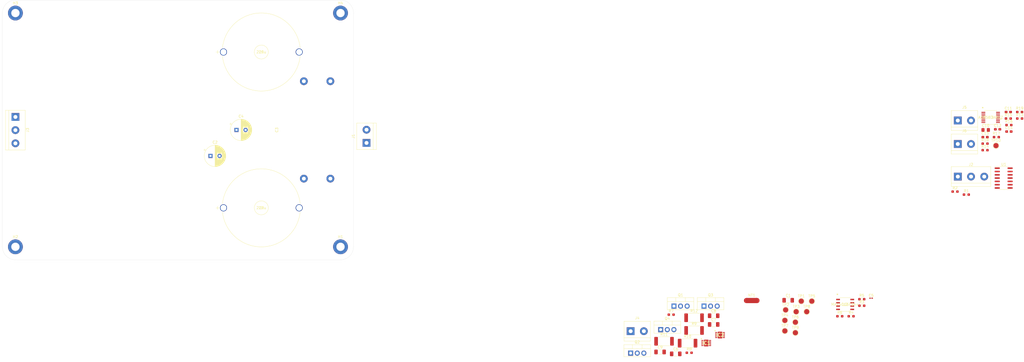
<source format=kicad_pcb>
(kicad_pcb (version 20171130) (host pcbnew 5.1.10)

  (general
    (thickness 1.6)
    (drawings 8)
    (tracks 0)
    (zones 0)
    (modules 65)
    (nets 46)
  )

  (page A4)
  (layers
    (0 F.Cu signal)
    (31 B.Cu signal)
    (32 B.Adhes user)
    (33 F.Adhes user)
    (34 B.Paste user)
    (35 F.Paste user)
    (36 B.SilkS user)
    (37 F.SilkS user)
    (38 B.Mask user)
    (39 F.Mask user)
    (40 Dwgs.User user)
    (41 Cmts.User user)
    (42 Eco1.User user)
    (43 Eco2.User user)
    (44 Edge.Cuts user)
    (45 Margin user)
    (46 B.CrtYd user)
    (47 F.CrtYd user)
    (48 B.Fab user)
    (49 F.Fab user)
  )

  (setup
    (last_trace_width 0.25)
    (trace_clearance 0.2)
    (zone_clearance 0.508)
    (zone_45_only no)
    (trace_min 0.2)
    (via_size 0.8)
    (via_drill 0.4)
    (via_min_size 0.4)
    (via_min_drill 0.3)
    (uvia_size 0.3)
    (uvia_drill 0.1)
    (uvias_allowed no)
    (uvia_min_size 0.2)
    (uvia_min_drill 0.1)
    (edge_width 0.05)
    (segment_width 0.2)
    (pcb_text_width 0.3)
    (pcb_text_size 1.5 1.5)
    (mod_edge_width 0.12)
    (mod_text_size 1 1)
    (mod_text_width 0.15)
    (pad_size 1.524 1.524)
    (pad_drill 0.762)
    (pad_to_mask_clearance 0)
    (aux_axis_origin 0 0)
    (visible_elements FFFFF77F)
    (pcbplotparams
      (layerselection 0x010fc_ffffffff)
      (usegerberextensions false)
      (usegerberattributes true)
      (usegerberadvancedattributes true)
      (creategerberjobfile true)
      (excludeedgelayer true)
      (linewidth 0.100000)
      (plotframeref false)
      (viasonmask false)
      (mode 1)
      (useauxorigin false)
      (hpglpennumber 1)
      (hpglpenspeed 20)
      (hpglpendiameter 15.000000)
      (psnegative false)
      (psa4output false)
      (plotreference true)
      (plotvalue true)
      (plotinvisibletext false)
      (padsonsilk false)
      (subtractmaskfromsilk false)
      (outputformat 1)
      (mirror false)
      (drillshape 1)
      (scaleselection 1)
      (outputdirectory ""))
  )

  (net 0 "")
  (net 1 VDD)
  (net 2 GNDPWR)
  (net 3 /OutputFilter/SPEAKER+)
  (net 4 /OutputFilter/SPEAKER-)
  (net 5 "Net-(C5-Pad2)")
  (net 6 /Comparator/TRIANGLE_IN)
  (net 7 VCC)
  (net 8 GND)
  (net 9 "Net-(C8-Pad2)")
  (net 10 /OutputFilter/SIG+)
  (net 11 "Net-(C9-Pad2)")
  (net 12 /OutputFilter/SIG-)
  (net 13 /LPF/SIG_IN)
  (net 14 "Net-(C10-Pad1)")
  (net 15 /Comparator/SIG_IN)
  (net 16 "Net-(C11-Pad1)")
  (net 17 "Net-(C12-Pad1)")
  (net 18 "Net-(C13-Pad2)")
  (net 19 /LPF/Filter_FirstStage)
  (net 20 "Net-(C14-Pad1)")
  (net 21 "Net-(IC1-Pad11)")
  (net 22 "Net-(IC1-Pad10)")
  (net 23 /H-Bridge/PWM)
  (net 24 /H-Bridge/V_DT1)
  (net 25 "Net-(IC1-Pad5)")
  (net 26 "Net-(IC1-Pad3)")
  (net 27 "Net-(IC2-Pad11)")
  (net 28 "Net-(IC2-Pad10)")
  (net 29 /H-Bridge/INV_PWM)
  (net 30 /H-Bridge/V_DT2)
  (net 31 "Net-(IC2-Pad5)")
  (net 32 "Net-(IC2-Pad3)")
  (net 33 "Net-(Q1-Pad1)")
  (net 34 "Net-(Q2-Pad1)")
  (net 35 "Net-(Q3-Pad1)")
  (net 36 "Net-(Q4-Pad1)")
  (net 37 "Net-(R3-Pad2)")
  (net 38 "Net-(R3-Pad1)")
  (net 39 "Net-(R13-Pad2)")
  (net 40 /LPF/VREF)
  (net 41 /LPF/BIASED_SIG)
  (net 42 "Net-(U1-Pad14)")
  (net 43 "Net-(U1-Pad13)")
  (net 44 "Net-(U1-Pad2)")
  (net 45 "Net-(U1-Pad1)")

  (net_class Default "This is the default net class."
    (clearance 0.2)
    (trace_width 0.25)
    (via_dia 0.8)
    (via_drill 0.4)
    (uvia_dia 0.3)
    (uvia_drill 0.1)
    (add_net /Comparator/SIG_IN)
    (add_net /Comparator/TRIANGLE_IN)
    (add_net /H-Bridge/INV_PWM)
    (add_net /H-Bridge/PWM)
    (add_net /H-Bridge/V_DT1)
    (add_net /H-Bridge/V_DT2)
    (add_net /LPF/BIASED_SIG)
    (add_net /LPF/Filter_FirstStage)
    (add_net /LPF/SIG_IN)
    (add_net /LPF/VREF)
    (add_net /OutputFilter/SIG+)
    (add_net /OutputFilter/SIG-)
    (add_net /OutputFilter/SPEAKER+)
    (add_net /OutputFilter/SPEAKER-)
    (add_net GND)
    (add_net GNDPWR)
    (add_net "Net-(C10-Pad1)")
    (add_net "Net-(C11-Pad1)")
    (add_net "Net-(C12-Pad1)")
    (add_net "Net-(C13-Pad2)")
    (add_net "Net-(C14-Pad1)")
    (add_net "Net-(C5-Pad2)")
    (add_net "Net-(C8-Pad2)")
    (add_net "Net-(C9-Pad2)")
    (add_net "Net-(IC1-Pad10)")
    (add_net "Net-(IC1-Pad11)")
    (add_net "Net-(IC1-Pad3)")
    (add_net "Net-(IC1-Pad5)")
    (add_net "Net-(IC2-Pad10)")
    (add_net "Net-(IC2-Pad11)")
    (add_net "Net-(IC2-Pad3)")
    (add_net "Net-(IC2-Pad5)")
    (add_net "Net-(Q1-Pad1)")
    (add_net "Net-(Q2-Pad1)")
    (add_net "Net-(Q3-Pad1)")
    (add_net "Net-(Q4-Pad1)")
    (add_net "Net-(R13-Pad2)")
    (add_net "Net-(R3-Pad1)")
    (add_net "Net-(R3-Pad2)")
    (add_net "Net-(U1-Pad1)")
    (add_net "Net-(U1-Pad13)")
    (add_net "Net-(U1-Pad14)")
    (add_net "Net-(U1-Pad2)")
    (add_net VCC)
    (add_net VDD)
  )

  (module AD8567ARUZ:AD8567ARUZ (layer F.Cu) (tedit 0) (tstamp 610F8EA8)
    (at 424.992 70.1757)
    (path /610C616D/61100E74)
    (fp_text reference U3 (at 0 0) (layer F.SilkS)
      (effects (font (size 1 1) (thickness 0.15)))
    )
    (fp_text value AD8567ARUZ (at 0 0) (layer F.SilkS)
      (effects (font (size 1 1) (thickness 0.15)))
    )
    (fp_arc (start 0 -2.5527) (end -0.3048 -2.5527) (angle -180) (layer F.Fab) (width 0.1))
    (fp_arc (start 0 -2.5527) (end -0.37465 -2.5527) (angle -180) (layer F.CrtYd) (width 0.05))
    (fp_text user * (at -1.8669 -2.4765) (layer F.Fab)
      (effects (font (size 1 1) (thickness 0.15)))
    )
    (fp_text user * (at -3.0734 -3.4486) (layer F.SilkS)
      (effects (font (size 1 1) (thickness 0.15)))
    )
    (fp_text user 0.058in/1.473mm (at -2.8194 4.9657) (layer Dwgs.User)
      (effects (font (size 1 1) (thickness 0.15)))
    )
    (fp_text user 0.222in/5.639mm (at 0 -4.9657) (layer Dwgs.User)
      (effects (font (size 1 1) (thickness 0.15)))
    )
    (fp_text user 0.014in/0.356mm (at 5.8674 -1.95) (layer Dwgs.User)
      (effects (font (size 1 1) (thickness 0.15)))
    )
    (fp_text user 0.026in/0.65mm (at -5.8674 -1.625) (layer Dwgs.User)
      (effects (font (size 1 1) (thickness 0.15)))
    )
    (fp_text user * (at -1.8669 -2.4765) (layer F.Fab)
      (effects (font (size 1 1) (thickness 0.15)))
    )
    (fp_text user * (at -3.0734 -3.4486) (layer F.SilkS)
      (effects (font (size 1 1) (thickness 0.15)))
    )
    (fp_text user "Copyright 2021 Accelerated Designs. All rights reserved." (at 0 0) (layer Cmts.User)
      (effects (font (size 0.127 0.127) (thickness 0.002)))
    )
    (fp_line (start -2.2479 -1.7976) (end -2.2479 -2.1024) (layer F.Fab) (width 0.1))
    (fp_line (start -2.2479 -2.1024) (end -3.2004 -2.1024) (layer F.Fab) (width 0.1))
    (fp_line (start -3.2004 -2.1024) (end -3.2004 -1.7976) (layer F.Fab) (width 0.1))
    (fp_line (start -3.2004 -1.7976) (end -2.2479 -1.7976) (layer F.Fab) (width 0.1))
    (fp_line (start -2.2479 -1.1476) (end -2.2479 -1.4524) (layer F.Fab) (width 0.1))
    (fp_line (start -2.2479 -1.4524) (end -3.2004 -1.4524) (layer F.Fab) (width 0.1))
    (fp_line (start -3.2004 -1.4524) (end -3.2004 -1.1476) (layer F.Fab) (width 0.1))
    (fp_line (start -3.2004 -1.1476) (end -2.2479 -1.1476) (layer F.Fab) (width 0.1))
    (fp_line (start -2.2479 -0.4976) (end -2.2479 -0.8024) (layer F.Fab) (width 0.1))
    (fp_line (start -2.2479 -0.8024) (end -3.2004 -0.8024) (layer F.Fab) (width 0.1))
    (fp_line (start -3.2004 -0.8024) (end -3.2004 -0.4976) (layer F.Fab) (width 0.1))
    (fp_line (start -3.2004 -0.4976) (end -2.2479 -0.4976) (layer F.Fab) (width 0.1))
    (fp_line (start -2.2479 0.1524) (end -2.2479 -0.1524) (layer F.Fab) (width 0.1))
    (fp_line (start -2.2479 -0.1524) (end -3.2004 -0.1524) (layer F.Fab) (width 0.1))
    (fp_line (start -3.2004 -0.1524) (end -3.2004 0.1524) (layer F.Fab) (width 0.1))
    (fp_line (start -3.2004 0.1524) (end -2.2479 0.1524) (layer F.Fab) (width 0.1))
    (fp_line (start -2.2479 0.8024) (end -2.2479 0.4976) (layer F.Fab) (width 0.1))
    (fp_line (start -2.2479 0.4976) (end -3.2004 0.4976) (layer F.Fab) (width 0.1))
    (fp_line (start -3.2004 0.4976) (end -3.2004 0.8024) (layer F.Fab) (width 0.1))
    (fp_line (start -3.2004 0.8024) (end -2.2479 0.8024) (layer F.Fab) (width 0.1))
    (fp_line (start -2.2479 1.4524) (end -2.2479 1.1476) (layer F.Fab) (width 0.1))
    (fp_line (start -2.2479 1.1476) (end -3.2004 1.1476) (layer F.Fab) (width 0.1))
    (fp_line (start -3.2004 1.1476) (end -3.2004 1.4524) (layer F.Fab) (width 0.1))
    (fp_line (start -3.2004 1.4524) (end -2.2479 1.4524) (layer F.Fab) (width 0.1))
    (fp_line (start -2.2479 2.1024) (end -2.2479 1.7976) (layer F.Fab) (width 0.1))
    (fp_line (start -2.2479 1.7976) (end -3.2004 1.7976) (layer F.Fab) (width 0.1))
    (fp_line (start -3.2004 1.7976) (end -3.2004 2.1024) (layer F.Fab) (width 0.1))
    (fp_line (start -3.2004 2.1024) (end -2.2479 2.1024) (layer F.Fab) (width 0.1))
    (fp_line (start 2.2479 1.7976) (end 2.2479 2.1024) (layer F.Fab) (width 0.1))
    (fp_line (start 2.2479 2.1024) (end 3.2004 2.1024) (layer F.Fab) (width 0.1))
    (fp_line (start 3.2004 2.1024) (end 3.2004 1.7976) (layer F.Fab) (width 0.1))
    (fp_line (start 3.2004 1.7976) (end 2.2479 1.7976) (layer F.Fab) (width 0.1))
    (fp_line (start 2.2479 1.1476) (end 2.2479 1.4524) (layer F.Fab) (width 0.1))
    (fp_line (start 2.2479 1.4524) (end 3.2004 1.4524) (layer F.Fab) (width 0.1))
    (fp_line (start 3.2004 1.4524) (end 3.2004 1.1476) (layer F.Fab) (width 0.1))
    (fp_line (start 3.2004 1.1476) (end 2.2479 1.1476) (layer F.Fab) (width 0.1))
    (fp_line (start 2.2479 0.4976) (end 2.2479 0.8024) (layer F.Fab) (width 0.1))
    (fp_line (start 2.2479 0.8024) (end 3.2004 0.8024) (layer F.Fab) (width 0.1))
    (fp_line (start 3.2004 0.8024) (end 3.2004 0.4976) (layer F.Fab) (width 0.1))
    (fp_line (start 3.2004 0.4976) (end 2.2479 0.4976) (layer F.Fab) (width 0.1))
    (fp_line (start 2.2479 -0.1524) (end 2.2479 0.1524) (layer F.Fab) (width 0.1))
    (fp_line (start 2.2479 0.1524) (end 3.2004 0.1524) (layer F.Fab) (width 0.1))
    (fp_line (start 3.2004 0.1524) (end 3.2004 -0.1524) (layer F.Fab) (width 0.1))
    (fp_line (start 3.2004 -0.1524) (end 2.2479 -0.1524) (layer F.Fab) (width 0.1))
    (fp_line (start 2.2479 -0.8024) (end 2.2479 -0.4976) (layer F.Fab) (width 0.1))
    (fp_line (start 2.2479 -0.4976) (end 3.2004 -0.4976) (layer F.Fab) (width 0.1))
    (fp_line (start 3.2004 -0.4976) (end 3.2004 -0.8024) (layer F.Fab) (width 0.1))
    (fp_line (start 3.2004 -0.8024) (end 2.2479 -0.8024) (layer F.Fab) (width 0.1))
    (fp_line (start 2.2479 -1.4524) (end 2.2479 -1.1476) (layer F.Fab) (width 0.1))
    (fp_line (start 2.2479 -1.1476) (end 3.2004 -1.1476) (layer F.Fab) (width 0.1))
    (fp_line (start 3.2004 -1.1476) (end 3.2004 -1.4524) (layer F.Fab) (width 0.1))
    (fp_line (start 3.2004 -1.4524) (end 2.2479 -1.4524) (layer F.Fab) (width 0.1))
    (fp_line (start 2.2479 -2.1024) (end 2.2479 -1.7976) (layer F.Fab) (width 0.1))
    (fp_line (start 2.2479 -1.7976) (end 3.2004 -1.7976) (layer F.Fab) (width 0.1))
    (fp_line (start 3.2004 -1.7976) (end 3.2004 -2.1024) (layer F.Fab) (width 0.1))
    (fp_line (start 3.2004 -2.1024) (end 2.2479 -2.1024) (layer F.Fab) (width 0.1))
    (fp_line (start -2.3749 2.6797) (end 2.3749 2.6797) (layer F.SilkS) (width 0.12))
    (fp_line (start 2.3749 2.6797) (end 2.3749 2.460541) (layer F.SilkS) (width 0.12))
    (fp_line (start 2.3749 -2.6797) (end -2.3749 -2.6797) (layer F.SilkS) (width 0.12))
    (fp_line (start -2.3749 -2.6797) (end -2.3749 -2.460541) (layer F.SilkS) (width 0.12))
    (fp_line (start -2.2479 2.5527) (end 2.2479 2.5527) (layer F.Fab) (width 0.1))
    (fp_line (start 2.2479 2.5527) (end 2.2479 -2.5527) (layer F.Fab) (width 0.1))
    (fp_line (start 2.2479 -2.5527) (end -2.2479 -2.5527) (layer F.Fab) (width 0.1))
    (fp_line (start -2.2479 -2.5527) (end -2.2479 2.5527) (layer F.Fab) (width 0.1))
    (fp_line (start -2.3749 2.460539) (end -2.3749 2.6797) (layer F.SilkS) (width 0.12))
    (fp_line (start 2.3749 -2.460539) (end 2.3749 -2.6797) (layer F.SilkS) (width 0.12))
    (fp_poly (pts (xy 4.064 0.459499) (xy 4.064 0.840499) (xy 3.81 0.840499) (xy 3.81 0.459499)) (layer F.SilkS) (width 0.1))
    (fp_line (start -3.81 2.3818) (end -3.81 -2.3818) (layer F.CrtYd) (width 0.05))
    (fp_line (start -3.81 -2.3818) (end -2.5019 -2.3818) (layer F.CrtYd) (width 0.05))
    (fp_line (start -2.5019 -2.3818) (end -2.5019 -2.8067) (layer F.CrtYd) (width 0.05))
    (fp_line (start -2.5019 -2.8067) (end 2.5019 -2.8067) (layer F.CrtYd) (width 0.05))
    (fp_line (start 2.5019 -2.8067) (end 2.5019 -2.3818) (layer F.CrtYd) (width 0.05))
    (fp_line (start 2.5019 -2.3818) (end 3.81 -2.3818) (layer F.CrtYd) (width 0.05))
    (fp_line (start 3.81 -2.3818) (end 3.81 2.3818) (layer F.CrtYd) (width 0.05))
    (fp_line (start 3.81 2.3818) (end 2.5019 2.3818) (layer F.CrtYd) (width 0.05))
    (fp_line (start 2.5019 2.3818) (end 2.5019 2.8067) (layer F.CrtYd) (width 0.05))
    (fp_line (start 2.5019 2.8067) (end -2.5019 2.8067) (layer F.CrtYd) (width 0.05))
    (fp_line (start -2.5019 2.8067) (end -2.5019 2.3818) (layer F.CrtYd) (width 0.05))
    (fp_line (start -2.5019 2.3818) (end -3.81 2.3818) (layer F.CrtYd) (width 0.05))
    (pad 14 smd rect (at 2.8194 -1.949999) (size 1.4732 0.3556) (layers F.Cu F.Paste F.Mask)
      (net 19 /LPF/Filter_FirstStage))
    (pad 13 smd rect (at 2.8194 -1.3) (size 1.4732 0.3556) (layers F.Cu F.Paste F.Mask)
      (net 19 /LPF/Filter_FirstStage))
    (pad 12 smd rect (at 2.8194 -0.649999) (size 1.4732 0.3556) (layers F.Cu F.Paste F.Mask)
      (net 20 "Net-(C14-Pad1)"))
    (pad 11 smd rect (at 2.8194 0) (size 1.4732 0.3556) (layers F.Cu F.Paste F.Mask)
      (net 8 GND))
    (pad 10 smd rect (at 2.8194 0.650001) (size 1.4732 0.3556) (layers F.Cu F.Paste F.Mask)
      (net 17 "Net-(C12-Pad1)"))
    (pad 9 smd rect (at 2.8194 1.3) (size 1.4732 0.3556) (layers F.Cu F.Paste F.Mask)
      (net 15 /Comparator/SIG_IN))
    (pad 8 smd rect (at 2.8194 1.950001) (size 1.4732 0.3556) (layers F.Cu F.Paste F.Mask)
      (net 15 /Comparator/SIG_IN))
    (pad 7 smd rect (at -2.8194 1.949999) (size 1.4732 0.3556) (layers F.Cu F.Paste F.Mask)
      (net 41 /LPF/BIASED_SIG))
    (pad 6 smd rect (at -2.8194 1.3) (size 1.4732 0.3556) (layers F.Cu F.Paste F.Mask)
      (net 41 /LPF/BIASED_SIG))
    (pad 5 smd rect (at -2.8194 0.649999) (size 1.4732 0.3556) (layers F.Cu F.Paste F.Mask)
      (net 14 "Net-(C10-Pad1)"))
    (pad 4 smd rect (at -2.8194 0) (size 1.4732 0.3556) (layers F.Cu F.Paste F.Mask)
      (net 7 VCC))
    (pad 3 smd rect (at -2.8194 -0.649999) (size 1.4732 0.3556) (layers F.Cu F.Paste F.Mask)
      (net 39 "Net-(R13-Pad2)"))
    (pad 2 smd rect (at -2.8194 -1.3) (size 1.4732 0.3556) (layers F.Cu F.Paste F.Mask)
      (net 40 /LPF/VREF))
    (pad 1 smd rect (at -2.8194 -1.950001) (size 1.4732 0.3556) (layers F.Cu F.Paste F.Mask)
      (net 40 /LPF/VREF))
    (model /home/joshua/University/ECEN405_ClassDAmplifier/Kicad/3DModels/AD8567ARUZ/STEP/RU_14_ADI.step
      (at (xyz 0 0 0))
      (scale (xyz 1 1 1))
      (rotate (xyz 0 0 0))
    )
  )

  (module MAX4016ESA:MAX4016ESA&plus_ (layer F.Cu) (tedit 0) (tstamp 610F8E3C)
    (at 369.0304 142.1949)
    (path /6109BB03/610FB9E0)
    (fp_text reference U2 (at 0 0) (layer F.SilkS)
      (effects (font (size 1 1) (thickness 0.15)))
    )
    (fp_text value MAX4016ESA+ (at 0 0) (layer F.SilkS)
      (effects (font (size 1 1) (thickness 0.15)))
    )
    (fp_arc (start 0 -2.5019) (end -0.3048 -2.5019) (angle -180) (layer F.Fab) (width 0.1))
    (fp_arc (start 0 -2.5019) (end -0.332317 -2.5019) (angle -180) (layer F.CrtYd) (width 0.05))
    (fp_text user * (at -1.6129 -2.4257) (layer F.Fab)
      (effects (font (size 1 1) (thickness 0.15)))
    )
    (fp_text user * (at -2.97815 -3.5814) (layer F.SilkS)
      (effects (font (size 1 1) (thickness 0.15)))
    )
    (fp_text user 0.058in/1.46mm (at -2.72415 4.9149) (layer Dwgs.User)
      (effects (font (size 1 1) (thickness 0.15)))
    )
    (fp_text user 0.214in/5.448mm (at 0 -4.9149) (layer Dwgs.User)
      (effects (font (size 1 1) (thickness 0.15)))
    )
    (fp_text user 0.021in/0.533mm (at 5.77215 -1.905) (layer Dwgs.User)
      (effects (font (size 1 1) (thickness 0.15)))
    )
    (fp_text user 0.05in/1.27mm (at -5.77215 -1.27) (layer Dwgs.User)
      (effects (font (size 1 1) (thickness 0.15)))
    )
    (fp_text user * (at -1.6129 -2.4257) (layer F.Fab)
      (effects (font (size 1 1) (thickness 0.15)))
    )
    (fp_text user * (at -2.97815 -3.5814) (layer F.SilkS)
      (effects (font (size 1 1) (thickness 0.15)))
    )
    (fp_text user "Copyright 2021 Accelerated Designs. All rights reserved." (at 0 0) (layer Cmts.User)
      (effects (font (size 0.127 0.127) (thickness 0.002)))
    )
    (fp_line (start -1.9939 -1.6637) (end -1.9939 -2.1463) (layer F.Fab) (width 0.1))
    (fp_line (start -1.9939 -2.1463) (end -3.0988 -2.1463) (layer F.Fab) (width 0.1))
    (fp_line (start -3.0988 -2.1463) (end -3.0988 -1.6637) (layer F.Fab) (width 0.1))
    (fp_line (start -3.0988 -1.6637) (end -1.9939 -1.6637) (layer F.Fab) (width 0.1))
    (fp_line (start -1.9939 -0.3937) (end -1.9939 -0.8763) (layer F.Fab) (width 0.1))
    (fp_line (start -1.9939 -0.8763) (end -3.0988 -0.8763) (layer F.Fab) (width 0.1))
    (fp_line (start -3.0988 -0.8763) (end -3.0988 -0.3937) (layer F.Fab) (width 0.1))
    (fp_line (start -3.0988 -0.3937) (end -1.9939 -0.3937) (layer F.Fab) (width 0.1))
    (fp_line (start -1.9939 0.8763) (end -1.9939 0.3937) (layer F.Fab) (width 0.1))
    (fp_line (start -1.9939 0.3937) (end -3.0988 0.3937) (layer F.Fab) (width 0.1))
    (fp_line (start -3.0988 0.3937) (end -3.0988 0.8763) (layer F.Fab) (width 0.1))
    (fp_line (start -3.0988 0.8763) (end -1.9939 0.8763) (layer F.Fab) (width 0.1))
    (fp_line (start -1.9939 2.1463) (end -1.9939 1.6637) (layer F.Fab) (width 0.1))
    (fp_line (start -1.9939 1.6637) (end -3.0988 1.6637) (layer F.Fab) (width 0.1))
    (fp_line (start -3.0988 1.6637) (end -3.0988 2.1463) (layer F.Fab) (width 0.1))
    (fp_line (start -3.0988 2.1463) (end -1.9939 2.1463) (layer F.Fab) (width 0.1))
    (fp_line (start 1.9939 1.6637) (end 1.9939 2.1463) (layer F.Fab) (width 0.1))
    (fp_line (start 1.9939 2.1463) (end 3.0988 2.1463) (layer F.Fab) (width 0.1))
    (fp_line (start 3.0988 2.1463) (end 3.0988 1.6637) (layer F.Fab) (width 0.1))
    (fp_line (start 3.0988 1.6637) (end 1.9939 1.6637) (layer F.Fab) (width 0.1))
    (fp_line (start 1.9939 0.3937) (end 1.9939 0.8763) (layer F.Fab) (width 0.1))
    (fp_line (start 1.9939 0.8763) (end 3.0988 0.8763) (layer F.Fab) (width 0.1))
    (fp_line (start 3.0988 0.8763) (end 3.0988 0.3937) (layer F.Fab) (width 0.1))
    (fp_line (start 3.0988 0.3937) (end 1.9939 0.3937) (layer F.Fab) (width 0.1))
    (fp_line (start 1.9939 -0.8763) (end 1.9939 -0.3937) (layer F.Fab) (width 0.1))
    (fp_line (start 1.9939 -0.3937) (end 3.0988 -0.3937) (layer F.Fab) (width 0.1))
    (fp_line (start 3.0988 -0.3937) (end 3.0988 -0.8763) (layer F.Fab) (width 0.1))
    (fp_line (start 3.0988 -0.8763) (end 1.9939 -0.8763) (layer F.Fab) (width 0.1))
    (fp_line (start 1.9939 -2.1463) (end 1.9939 -1.6637) (layer F.Fab) (width 0.1))
    (fp_line (start 1.9939 -1.6637) (end 3.0988 -1.6637) (layer F.Fab) (width 0.1))
    (fp_line (start 3.0988 -1.6637) (end 3.0988 -2.1463) (layer F.Fab) (width 0.1))
    (fp_line (start 3.0988 -2.1463) (end 1.9939 -2.1463) (layer F.Fab) (width 0.1))
    (fp_line (start -2.1209 2.6289) (end 2.1209 2.6289) (layer F.SilkS) (width 0.12))
    (fp_line (start 2.1209 -2.6289) (end -2.1209 -2.6289) (layer F.SilkS) (width 0.12))
    (fp_line (start -1.9939 2.5019) (end 1.9939 2.5019) (layer F.Fab) (width 0.1))
    (fp_line (start 1.9939 2.5019) (end 1.9939 -2.5019) (layer F.Fab) (width 0.1))
    (fp_line (start 1.9939 -2.5019) (end -1.9939 -2.5019) (layer F.Fab) (width 0.1))
    (fp_line (start -1.9939 -2.5019) (end -1.9939 2.5019) (layer F.Fab) (width 0.1))
    (fp_line (start -3.7084 2.4257) (end -3.7084 -2.4257) (layer F.CrtYd) (width 0.05))
    (fp_line (start -3.7084 -2.4257) (end -2.2479 -2.4257) (layer F.CrtYd) (width 0.05))
    (fp_line (start -2.2479 -2.4257) (end -2.2479 -2.7559) (layer F.CrtYd) (width 0.05))
    (fp_line (start -2.2479 -2.7559) (end 2.2479 -2.7559) (layer F.CrtYd) (width 0.05))
    (fp_line (start 2.2479 -2.7559) (end 2.2479 -2.4257) (layer F.CrtYd) (width 0.05))
    (fp_line (start 2.2479 -2.4257) (end 3.7084 -2.4257) (layer F.CrtYd) (width 0.05))
    (fp_line (start 3.7084 -2.4257) (end 3.7084 2.4257) (layer F.CrtYd) (width 0.05))
    (fp_line (start 3.7084 2.4257) (end 2.2479 2.4257) (layer F.CrtYd) (width 0.05))
    (fp_line (start 2.2479 2.4257) (end 2.2479 2.7559) (layer F.CrtYd) (width 0.05))
    (fp_line (start 2.2479 2.7559) (end -2.2479 2.7559) (layer F.CrtYd) (width 0.05))
    (fp_line (start -2.2479 2.7559) (end -2.2479 2.4257) (layer F.CrtYd) (width 0.05))
    (fp_line (start -2.2479 2.4257) (end -3.7084 2.4257) (layer F.CrtYd) (width 0.05))
    (pad 8 smd rect (at 2.72415 -1.905) (size 1.4605 0.5334) (layers F.Cu F.Paste F.Mask)
      (net 7 VCC))
    (pad 7 smd rect (at 2.72415 -0.635) (size 1.4605 0.5334) (layers F.Cu F.Paste F.Mask)
      (net 6 /Comparator/TRIANGLE_IN))
    (pad 6 smd rect (at 2.72415 0.635) (size 1.4605 0.5334) (layers F.Cu F.Paste F.Mask)
      (net 5 "Net-(C5-Pad2)"))
    (pad 5 smd rect (at 2.72415 1.905) (size 1.4605 0.5334) (layers F.Cu F.Paste F.Mask)
      (net 40 /LPF/VREF))
    (pad 4 smd rect (at -2.72415 1.905) (size 1.4605 0.5334) (layers F.Cu F.Paste F.Mask)
      (net 8 GND))
    (pad 3 smd rect (at -2.72415 0.635) (size 1.4605 0.5334) (layers F.Cu F.Paste F.Mask)
      (net 37 "Net-(R3-Pad2)"))
    (pad 2 smd rect (at -2.72415 -0.635) (size 1.4605 0.5334) (layers F.Cu F.Paste F.Mask)
      (net 40 /LPF/VREF))
    (pad 1 smd rect (at -2.72415 -1.905) (size 1.4605 0.5334) (layers F.Cu F.Paste F.Mask)
      (net 38 "Net-(R3-Pad1)"))
    (model /home/joshua/University/ECEN405_ClassDAmplifier/Kicad/3DModels/MAX4016ESA/STEP/21-0041B_8_MXM.step
      (at (xyz 0 0 0))
      (scale (xyz 1 1 1))
      (rotate (xyz 0 0 0))
    )
  )

  (module Package_SO:SO-14_3.9x8.65mm_P1.27mm (layer F.Cu) (tedit 5F427CE7) (tstamp 610F8DF3)
    (at 429.982 93.549)
    (descr "SO, 14 Pin (https://www.st.com/resource/en/datasheet/l6491.pdf), generated with kicad-footprint-generator ipc_gullwing_generator.py")
    (tags "SO SO")
    (path /61113C55/61116116)
    (attr smd)
    (fp_text reference U1 (at 0 -5.28) (layer F.SilkS)
      (effects (font (size 1 1) (thickness 0.15)))
    )
    (fp_text value LM319 (at 0 5.28) (layer F.Fab)
      (effects (font (size 1 1) (thickness 0.15)))
    )
    (fp_text user %R (at 0 0) (layer F.Fab)
      (effects (font (size 0.98 0.98) (thickness 0.15)))
    )
    (fp_line (start 0 4.435) (end 1.95 4.435) (layer F.SilkS) (width 0.12))
    (fp_line (start 0 4.435) (end -1.95 4.435) (layer F.SilkS) (width 0.12))
    (fp_line (start 0 -4.435) (end 1.95 -4.435) (layer F.SilkS) (width 0.12))
    (fp_line (start 0 -4.435) (end -3.45 -4.435) (layer F.SilkS) (width 0.12))
    (fp_line (start -0.975 -4.325) (end 1.95 -4.325) (layer F.Fab) (width 0.1))
    (fp_line (start 1.95 -4.325) (end 1.95 4.325) (layer F.Fab) (width 0.1))
    (fp_line (start 1.95 4.325) (end -1.95 4.325) (layer F.Fab) (width 0.1))
    (fp_line (start -1.95 4.325) (end -1.95 -3.35) (layer F.Fab) (width 0.1))
    (fp_line (start -1.95 -3.35) (end -0.975 -4.325) (layer F.Fab) (width 0.1))
    (fp_line (start -3.7 -4.58) (end -3.7 4.58) (layer F.CrtYd) (width 0.05))
    (fp_line (start -3.7 4.58) (end 3.7 4.58) (layer F.CrtYd) (width 0.05))
    (fp_line (start 3.7 4.58) (end 3.7 -4.58) (layer F.CrtYd) (width 0.05))
    (fp_line (start 3.7 -4.58) (end -3.7 -4.58) (layer F.CrtYd) (width 0.05))
    (pad 14 smd roundrect (at 2.475 -3.81) (size 1.95 0.6) (layers F.Cu F.Paste F.Mask) (roundrect_rratio 0.25)
      (net 42 "Net-(U1-Pad14)"))
    (pad 13 smd roundrect (at 2.475 -2.54) (size 1.95 0.6) (layers F.Cu F.Paste F.Mask) (roundrect_rratio 0.25)
      (net 43 "Net-(U1-Pad13)"))
    (pad 12 smd roundrect (at 2.475 -1.27) (size 1.95 0.6) (layers F.Cu F.Paste F.Mask) (roundrect_rratio 0.25)
      (net 23 /H-Bridge/PWM))
    (pad 11 smd roundrect (at 2.475 0) (size 1.95 0.6) (layers F.Cu F.Paste F.Mask) (roundrect_rratio 0.25)
      (net 7 VCC))
    (pad 10 smd roundrect (at 2.475 1.27) (size 1.95 0.6) (layers F.Cu F.Paste F.Mask) (roundrect_rratio 0.25)
      (net 15 /Comparator/SIG_IN))
    (pad 9 smd roundrect (at 2.475 2.54) (size 1.95 0.6) (layers F.Cu F.Paste F.Mask) (roundrect_rratio 0.25)
      (net 6 /Comparator/TRIANGLE_IN))
    (pad 8 smd roundrect (at 2.475 3.81) (size 1.95 0.6) (layers F.Cu F.Paste F.Mask) (roundrect_rratio 0.25)
      (net 8 GND))
    (pad 7 smd roundrect (at -2.475 3.81) (size 1.95 0.6) (layers F.Cu F.Paste F.Mask) (roundrect_rratio 0.25)
      (net 29 /H-Bridge/INV_PWM))
    (pad 6 smd roundrect (at -2.475 2.54) (size 1.95 0.6) (layers F.Cu F.Paste F.Mask) (roundrect_rratio 0.25)
      (net 8 GND))
    (pad 5 smd roundrect (at -2.475 1.27) (size 1.95 0.6) (layers F.Cu F.Paste F.Mask) (roundrect_rratio 0.25)
      (net 6 /Comparator/TRIANGLE_IN))
    (pad 4 smd roundrect (at -2.475 0) (size 1.95 0.6) (layers F.Cu F.Paste F.Mask) (roundrect_rratio 0.25)
      (net 15 /Comparator/SIG_IN))
    (pad 3 smd roundrect (at -2.475 -1.27) (size 1.95 0.6) (layers F.Cu F.Paste F.Mask) (roundrect_rratio 0.25)
      (net 8 GND))
    (pad 2 smd roundrect (at -2.475 -2.54) (size 1.95 0.6) (layers F.Cu F.Paste F.Mask) (roundrect_rratio 0.25)
      (net 44 "Net-(U1-Pad2)"))
    (pad 1 smd roundrect (at -2.475 -3.81) (size 1.95 0.6) (layers F.Cu F.Paste F.Mask) (roundrect_rratio 0.25)
      (net 45 "Net-(U1-Pad1)"))
    (model ${KISYS3DMOD}/Package_SO.3dshapes/SO-14_3.9x8.65mm_P1.27mm.wrl
      (at (xyz 0 0 0))
      (scale (xyz 1 1 1))
      (rotate (xyz 0 0 0))
    )
  )

  (module TestPoint:TestPoint_Pad_D2.0mm (layer F.Cu) (tedit 5A0F774F) (tstamp 610F8DD3)
    (at 427.032 81.049)
    (descr "SMD pad as test Point, diameter 2.0mm")
    (tags "test point SMD pad")
    (path /610C616D/6110E8F0)
    (attr virtual)
    (fp_text reference TP10 (at 0 -1.998) (layer F.SilkS)
      (effects (font (size 1 1) (thickness 0.15)))
    )
    (fp_text value TestPoint (at 0 2.05) (layer F.Fab)
      (effects (font (size 1 1) (thickness 0.15)))
    )
    (fp_text user %R (at 0 -2) (layer F.Fab)
      (effects (font (size 1 1) (thickness 0.15)))
    )
    (fp_circle (center 0 0) (end 1.5 0) (layer F.CrtYd) (width 0.05))
    (fp_circle (center 0 0) (end 0 1.2) (layer F.SilkS) (width 0.12))
    (pad 1 smd circle (at 0 0) (size 2 2) (layers F.Cu F.Mask)
      (net 41 /LPF/BIASED_SIG))
  )

  (module TestPoint:TestPoint_Pad_D2.0mm (layer F.Cu) (tedit 5A0F774F) (tstamp 610F8DCB)
    (at 349.902 153.089)
    (descr "SMD pad as test Point, diameter 2.0mm")
    (tags "test point SMD pad")
    (path /61104B4E)
    (attr virtual)
    (fp_text reference TP9 (at 0 -1.998) (layer F.SilkS)
      (effects (font (size 1 1) (thickness 0.15)))
    )
    (fp_text value TestPoint (at 0 2.05) (layer F.Fab)
      (effects (font (size 1 1) (thickness 0.15)))
    )
    (fp_text user %R (at 0 -2) (layer F.Fab)
      (effects (font (size 1 1) (thickness 0.15)))
    )
    (fp_circle (center 0 0) (end 1.5 0) (layer F.CrtYd) (width 0.05))
    (fp_circle (center 0 0) (end 0 1.2) (layer F.SilkS) (width 0.12))
    (pad 1 smd circle (at 0 0) (size 2 2) (layers F.Cu F.Mask)
      (net 4 /OutputFilter/SPEAKER-))
  )

  (module TestPoint:TestPoint_Pad_D2.0mm (layer F.Cu) (tedit 5A0F774F) (tstamp 610F8DC3)
    (at 354.252 144.989)
    (descr "SMD pad as test Point, diameter 2.0mm")
    (tags "test point SMD pad")
    (path /61104270)
    (attr virtual)
    (fp_text reference TP8 (at 0 -1.998) (layer F.SilkS)
      (effects (font (size 1 1) (thickness 0.15)))
    )
    (fp_text value TestPoint (at 0 2.05) (layer F.Fab)
      (effects (font (size 1 1) (thickness 0.15)))
    )
    (fp_text user %R (at 0 -2) (layer F.Fab)
      (effects (font (size 1 1) (thickness 0.15)))
    )
    (fp_circle (center 0 0) (end 1.5 0) (layer F.CrtYd) (width 0.05))
    (fp_circle (center 0 0) (end 0 1.2) (layer F.SilkS) (width 0.12))
    (pad 1 smd circle (at 0 0) (size 2 2) (layers F.Cu F.Mask)
      (net 3 /OutputFilter/SPEAKER+))
  )

  (module TestPoint:TestPoint_Pad_D2.0mm (layer F.Cu) (tedit 5A0F774F) (tstamp 610F8DBB)
    (at 345.852 152.389)
    (descr "SMD pad as test Point, diameter 2.0mm")
    (tags "test point SMD pad")
    (path /61105E39)
    (attr virtual)
    (fp_text reference TP7 (at 0 -1.998) (layer F.SilkS)
      (effects (font (size 1 1) (thickness 0.15)))
    )
    (fp_text value TestPoint (at 0 2.05) (layer F.Fab)
      (effects (font (size 1 1) (thickness 0.15)))
    )
    (fp_text user %R (at 0 -2) (layer F.Fab)
      (effects (font (size 1 1) (thickness 0.15)))
    )
    (fp_circle (center 0 0) (end 1.5 0) (layer F.CrtYd) (width 0.05))
    (fp_circle (center 0 0) (end 0 1.2) (layer F.SilkS) (width 0.12))
    (pad 1 smd circle (at 0 0) (size 2 2) (layers F.Cu F.Mask)
      (net 12 /OutputFilter/SIG-))
  )

  (module TestPoint:TestPoint_Pad_D2.0mm (layer F.Cu) (tedit 5A0F774F) (tstamp 610F8DB3)
    (at 349.902 149.039)
    (descr "SMD pad as test Point, diameter 2.0mm")
    (tags "test point SMD pad")
    (path /61106CFC)
    (attr virtual)
    (fp_text reference TP6 (at 0 -1.998) (layer F.SilkS)
      (effects (font (size 1 1) (thickness 0.15)))
    )
    (fp_text value TestPoint (at 0 2.05) (layer F.Fab)
      (effects (font (size 1 1) (thickness 0.15)))
    )
    (fp_text user %R (at 0 -2) (layer F.Fab)
      (effects (font (size 1 1) (thickness 0.15)))
    )
    (fp_circle (center 0 0) (end 1.5 0) (layer F.CrtYd) (width 0.05))
    (fp_circle (center 0 0) (end 0 1.2) (layer F.SilkS) (width 0.12))
    (pad 1 smd circle (at 0 0) (size 2 2) (layers F.Cu F.Mask)
      (net 10 /OutputFilter/SIG+))
  )

  (module TestPoint:TestPoint_Pad_D2.0mm (layer F.Cu) (tedit 5A0F774F) (tstamp 610F8DAB)
    (at 356.212 140.939)
    (descr "SMD pad as test Point, diameter 2.0mm")
    (tags "test point SMD pad")
    (path /611012C1)
    (attr virtual)
    (fp_text reference TP5 (at 0 -1.998) (layer F.SilkS)
      (effects (font (size 1 1) (thickness 0.15)))
    )
    (fp_text value TestPoint (at 0 2.05) (layer F.Fab)
      (effects (font (size 1 1) (thickness 0.15)))
    )
    (fp_text user %R (at 0 -2) (layer F.Fab)
      (effects (font (size 1 1) (thickness 0.15)))
    )
    (fp_circle (center 0 0) (end 1.5 0) (layer F.CrtYd) (width 0.05))
    (fp_circle (center 0 0) (end 0 1.2) (layer F.SilkS) (width 0.12))
    (pad 1 smd circle (at 0 0) (size 2 2) (layers F.Cu F.Mask)
      (net 29 /H-Bridge/INV_PWM))
  )

  (module TestPoint:TestPoint_Pad_D2.0mm (layer F.Cu) (tedit 5A0F774F) (tstamp 610F8DA3)
    (at 345.852 148.339)
    (descr "SMD pad as test Point, diameter 2.0mm")
    (tags "test point SMD pad")
    (path /61100CCA)
    (attr virtual)
    (fp_text reference TP4 (at 0 -1.998) (layer F.SilkS)
      (effects (font (size 1 1) (thickness 0.15)))
    )
    (fp_text value TestPoint (at 0 2.05) (layer F.Fab)
      (effects (font (size 1 1) (thickness 0.15)))
    )
    (fp_text user %R (at 0 -2) (layer F.Fab)
      (effects (font (size 1 1) (thickness 0.15)))
    )
    (fp_circle (center 0 0) (end 1.5 0) (layer F.CrtYd) (width 0.05))
    (fp_circle (center 0 0) (end 0 1.2) (layer F.SilkS) (width 0.12))
    (pad 1 smd circle (at 0 0) (size 2 2) (layers F.Cu F.Mask)
      (net 23 /H-Bridge/PWM))
  )

  (module TestPoint:TestPoint_Pad_D2.0mm (layer F.Cu) (tedit 5A0F774F) (tstamp 610F8D9B)
    (at 350.202 144.989)
    (descr "SMD pad as test Point, diameter 2.0mm")
    (tags "test point SMD pad")
    (path /610FFA0B)
    (attr virtual)
    (fp_text reference TP3 (at 0 -1.998) (layer F.SilkS)
      (effects (font (size 1 1) (thickness 0.15)))
    )
    (fp_text value TestPoint (at 0 2.05) (layer F.Fab)
      (effects (font (size 1 1) (thickness 0.15)))
    )
    (fp_text user %R (at 0 -2) (layer F.Fab)
      (effects (font (size 1 1) (thickness 0.15)))
    )
    (fp_circle (center 0 0) (end 1.5 0) (layer F.CrtYd) (width 0.05))
    (fp_circle (center 0 0) (end 0 1.2) (layer F.SilkS) (width 0.12))
    (pad 1 smd circle (at 0 0) (size 2 2) (layers F.Cu F.Mask)
      (net 6 /Comparator/TRIANGLE_IN))
  )

  (module TestPoint:TestPoint_Pad_D2.0mm (layer F.Cu) (tedit 5A0F774F) (tstamp 610F8D93)
    (at 346.152 144.289)
    (descr "SMD pad as test Point, diameter 2.0mm")
    (tags "test point SMD pad")
    (path /611007B2)
    (attr virtual)
    (fp_text reference TP2 (at 0 -1.998) (layer F.SilkS)
      (effects (font (size 1 1) (thickness 0.15)))
    )
    (fp_text value TestPoint (at 0 2.05) (layer F.Fab)
      (effects (font (size 1 1) (thickness 0.15)))
    )
    (fp_text user %R (at 0 -2) (layer F.Fab)
      (effects (font (size 1 1) (thickness 0.15)))
    )
    (fp_circle (center 0 0) (end 1.5 0) (layer F.CrtYd) (width 0.05))
    (fp_circle (center 0 0) (end 0 1.2) (layer F.SilkS) (width 0.12))
    (pad 1 smd circle (at 0 0) (size 2 2) (layers F.Cu F.Mask)
      (net 15 /Comparator/SIG_IN))
  )

  (module TestPoint:TestPoint_Pad_D2.0mm (layer F.Cu) (tedit 5A0F774F) (tstamp 610F8D8B)
    (at 352.162 140.939)
    (descr "SMD pad as test Point, diameter 2.0mm")
    (tags "test point SMD pad")
    (path /611138A1)
    (attr virtual)
    (fp_text reference TP1 (at 0 -1.998) (layer F.SilkS)
      (effects (font (size 1 1) (thickness 0.15)))
    )
    (fp_text value TestPoint (at 0 2.05) (layer F.Fab)
      (effects (font (size 1 1) (thickness 0.15)))
    )
    (fp_text user %R (at 0 -2) (layer F.Fab)
      (effects (font (size 1 1) (thickness 0.15)))
    )
    (fp_circle (center 0 0) (end 1.5 0) (layer F.CrtYd) (width 0.05))
    (fp_circle (center 0 0) (end 0 1.2) (layer F.SilkS) (width 0.12))
    (pad 1 smd circle (at 0 0) (size 2 2) (layers F.Cu F.Mask)
      (net 8 GND))
  )

  (module Resistor_SMD:R_0603_1608Metric_Pad0.98x0.95mm_HandSolder (layer F.Cu) (tedit 5F68FEEE) (tstamp 610F8D83)
    (at 436.122 68.099)
    (descr "Resistor SMD 0603 (1608 Metric), square (rectangular) end terminal, IPC_7351 nominal with elongated pad for handsoldering. (Body size source: IPC-SM-782 page 72, https://www.pcb-3d.com/wordpress/wp-content/uploads/ipc-sm-782a_amendment_1_and_2.pdf), generated with kicad-footprint-generator")
    (tags "resistor handsolder")
    (path /610C616D/611A0CB6)
    (attr smd)
    (fp_text reference R19 (at 0 -1.43) (layer F.SilkS)
      (effects (font (size 1 1) (thickness 0.15)))
    )
    (fp_text value 620 (at 0 1.43) (layer F.Fab)
      (effects (font (size 1 1) (thickness 0.15)))
    )
    (fp_text user %R (at 0 0) (layer F.Fab)
      (effects (font (size 0.4 0.4) (thickness 0.06)))
    )
    (fp_line (start -0.8 0.4125) (end -0.8 -0.4125) (layer F.Fab) (width 0.1))
    (fp_line (start -0.8 -0.4125) (end 0.8 -0.4125) (layer F.Fab) (width 0.1))
    (fp_line (start 0.8 -0.4125) (end 0.8 0.4125) (layer F.Fab) (width 0.1))
    (fp_line (start 0.8 0.4125) (end -0.8 0.4125) (layer F.Fab) (width 0.1))
    (fp_line (start -0.254724 -0.5225) (end 0.254724 -0.5225) (layer F.SilkS) (width 0.12))
    (fp_line (start -0.254724 0.5225) (end 0.254724 0.5225) (layer F.SilkS) (width 0.12))
    (fp_line (start -1.65 0.73) (end -1.65 -0.73) (layer F.CrtYd) (width 0.05))
    (fp_line (start -1.65 -0.73) (end 1.65 -0.73) (layer F.CrtYd) (width 0.05))
    (fp_line (start 1.65 -0.73) (end 1.65 0.73) (layer F.CrtYd) (width 0.05))
    (fp_line (start 1.65 0.73) (end -1.65 0.73) (layer F.CrtYd) (width 0.05))
    (pad 2 smd roundrect (at 0.9125 0) (size 0.975 0.95) (layers F.Cu F.Paste F.Mask) (roundrect_rratio 0.25)
      (net 18 "Net-(C13-Pad2)"))
    (pad 1 smd roundrect (at -0.9125 0) (size 0.975 0.95) (layers F.Cu F.Paste F.Mask) (roundrect_rratio 0.25)
      (net 41 /LPF/BIASED_SIG))
    (model ${KISYS3DMOD}/Resistor_SMD.3dshapes/R_0603_1608Metric.wrl
      (at (xyz 0 0 0))
      (scale (xyz 1 1 1))
      (rotate (xyz 0 0 0))
    )
  )

  (module Resistor_SMD:R_0603_1608Metric_Pad0.98x0.95mm_HandSolder (layer F.Cu) (tedit 5F68FEEE) (tstamp 610F8D72)
    (at 422.832 80.279)
    (descr "Resistor SMD 0603 (1608 Metric), square (rectangular) end terminal, IPC_7351 nominal with elongated pad for handsoldering. (Body size source: IPC-SM-782 page 72, https://www.pcb-3d.com/wordpress/wp-content/uploads/ipc-sm-782a_amendment_1_and_2.pdf), generated with kicad-footprint-generator")
    (tags "resistor handsolder")
    (path /610C616D/6119FD9F)
    (attr smd)
    (fp_text reference R18 (at 0 -1.43) (layer F.SilkS)
      (effects (font (size 1 1) (thickness 0.15)))
    )
    (fp_text value 22k (at 0 1.43) (layer F.Fab)
      (effects (font (size 1 1) (thickness 0.15)))
    )
    (fp_text user %R (at 0 0) (layer F.Fab)
      (effects (font (size 0.4 0.4) (thickness 0.06)))
    )
    (fp_line (start -0.8 0.4125) (end -0.8 -0.4125) (layer F.Fab) (width 0.1))
    (fp_line (start -0.8 -0.4125) (end 0.8 -0.4125) (layer F.Fab) (width 0.1))
    (fp_line (start 0.8 -0.4125) (end 0.8 0.4125) (layer F.Fab) (width 0.1))
    (fp_line (start 0.8 0.4125) (end -0.8 0.4125) (layer F.Fab) (width 0.1))
    (fp_line (start -0.254724 -0.5225) (end 0.254724 -0.5225) (layer F.SilkS) (width 0.12))
    (fp_line (start -0.254724 0.5225) (end 0.254724 0.5225) (layer F.SilkS) (width 0.12))
    (fp_line (start -1.65 0.73) (end -1.65 -0.73) (layer F.CrtYd) (width 0.05))
    (fp_line (start -1.65 -0.73) (end 1.65 -0.73) (layer F.CrtYd) (width 0.05))
    (fp_line (start 1.65 -0.73) (end 1.65 0.73) (layer F.CrtYd) (width 0.05))
    (fp_line (start 1.65 0.73) (end -1.65 0.73) (layer F.CrtYd) (width 0.05))
    (pad 2 smd roundrect (at 0.9125 0) (size 0.975 0.95) (layers F.Cu F.Paste F.Mask) (roundrect_rratio 0.25)
      (net 20 "Net-(C14-Pad1)"))
    (pad 1 smd roundrect (at -0.9125 0) (size 0.975 0.95) (layers F.Cu F.Paste F.Mask) (roundrect_rratio 0.25)
      (net 18 "Net-(C13-Pad2)"))
    (model ${KISYS3DMOD}/Resistor_SMD.3dshapes/R_0603_1608Metric.wrl
      (at (xyz 0 0 0))
      (scale (xyz 1 1 1))
      (rotate (xyz 0 0 0))
    )
  )

  (module Resistor_SMD:R_0603_1608Metric_Pad0.98x0.95mm_HandSolder (layer F.Cu) (tedit 5F68FEEE) (tstamp 610F8D61)
    (at 427.182 77.769)
    (descr "Resistor SMD 0603 (1608 Metric), square (rectangular) end terminal, IPC_7351 nominal with elongated pad for handsoldering. (Body size source: IPC-SM-782 page 72, https://www.pcb-3d.com/wordpress/wp-content/uploads/ipc-sm-782a_amendment_1_and_2.pdf), generated with kicad-footprint-generator")
    (tags "resistor handsolder")
    (path /610C616D/611BD0E0)
    (attr smd)
    (fp_text reference R17 (at 0 -1.43) (layer F.SilkS)
      (effects (font (size 1 1) (thickness 0.15)))
    )
    (fp_text value 750 (at 0 1.43) (layer F.Fab)
      (effects (font (size 1 1) (thickness 0.15)))
    )
    (fp_text user %R (at 0 0) (layer F.Fab)
      (effects (font (size 0.4 0.4) (thickness 0.06)))
    )
    (fp_line (start -0.8 0.4125) (end -0.8 -0.4125) (layer F.Fab) (width 0.1))
    (fp_line (start -0.8 -0.4125) (end 0.8 -0.4125) (layer F.Fab) (width 0.1))
    (fp_line (start 0.8 -0.4125) (end 0.8 0.4125) (layer F.Fab) (width 0.1))
    (fp_line (start 0.8 0.4125) (end -0.8 0.4125) (layer F.Fab) (width 0.1))
    (fp_line (start -0.254724 -0.5225) (end 0.254724 -0.5225) (layer F.SilkS) (width 0.12))
    (fp_line (start -0.254724 0.5225) (end 0.254724 0.5225) (layer F.SilkS) (width 0.12))
    (fp_line (start -1.65 0.73) (end -1.65 -0.73) (layer F.CrtYd) (width 0.05))
    (fp_line (start -1.65 -0.73) (end 1.65 -0.73) (layer F.CrtYd) (width 0.05))
    (fp_line (start 1.65 -0.73) (end 1.65 0.73) (layer F.CrtYd) (width 0.05))
    (fp_line (start 1.65 0.73) (end -1.65 0.73) (layer F.CrtYd) (width 0.05))
    (pad 2 smd roundrect (at 0.9125 0) (size 0.975 0.95) (layers F.Cu F.Paste F.Mask) (roundrect_rratio 0.25)
      (net 16 "Net-(C11-Pad1)"))
    (pad 1 smd roundrect (at -0.9125 0) (size 0.975 0.95) (layers F.Cu F.Paste F.Mask) (roundrect_rratio 0.25)
      (net 19 /LPF/Filter_FirstStage))
    (model ${KISYS3DMOD}/Resistor_SMD.3dshapes/R_0603_1608Metric.wrl
      (at (xyz 0 0 0))
      (scale (xyz 1 1 1))
      (rotate (xyz 0 0 0))
    )
  )

  (module Resistor_SMD:R_0603_1608Metric_Pad0.98x0.95mm_HandSolder (layer F.Cu) (tedit 5F68FEEE) (tstamp 610F8D50)
    (at 431.992 73.119)
    (descr "Resistor SMD 0603 (1608 Metric), square (rectangular) end terminal, IPC_7351 nominal with elongated pad for handsoldering. (Body size source: IPC-SM-782 page 72, https://www.pcb-3d.com/wordpress/wp-content/uploads/ipc-sm-782a_amendment_1_and_2.pdf), generated with kicad-footprint-generator")
    (tags "resistor handsolder")
    (path /610C616D/611BC850)
    (attr smd)
    (fp_text reference R16 (at 0 -1.43) (layer F.SilkS)
      (effects (font (size 1 1) (thickness 0.15)))
    )
    (fp_text value 10k (at 0 1.43) (layer F.Fab)
      (effects (font (size 1 1) (thickness 0.15)))
    )
    (fp_text user %R (at 0 0) (layer F.Fab)
      (effects (font (size 0.4 0.4) (thickness 0.06)))
    )
    (fp_line (start -0.8 0.4125) (end -0.8 -0.4125) (layer F.Fab) (width 0.1))
    (fp_line (start -0.8 -0.4125) (end 0.8 -0.4125) (layer F.Fab) (width 0.1))
    (fp_line (start 0.8 -0.4125) (end 0.8 0.4125) (layer F.Fab) (width 0.1))
    (fp_line (start 0.8 0.4125) (end -0.8 0.4125) (layer F.Fab) (width 0.1))
    (fp_line (start -0.254724 -0.5225) (end 0.254724 -0.5225) (layer F.SilkS) (width 0.12))
    (fp_line (start -0.254724 0.5225) (end 0.254724 0.5225) (layer F.SilkS) (width 0.12))
    (fp_line (start -1.65 0.73) (end -1.65 -0.73) (layer F.CrtYd) (width 0.05))
    (fp_line (start -1.65 -0.73) (end 1.65 -0.73) (layer F.CrtYd) (width 0.05))
    (fp_line (start 1.65 -0.73) (end 1.65 0.73) (layer F.CrtYd) (width 0.05))
    (fp_line (start 1.65 0.73) (end -1.65 0.73) (layer F.CrtYd) (width 0.05))
    (pad 2 smd roundrect (at 0.9125 0) (size 0.975 0.95) (layers F.Cu F.Paste F.Mask) (roundrect_rratio 0.25)
      (net 17 "Net-(C12-Pad1)"))
    (pad 1 smd roundrect (at -0.9125 0) (size 0.975 0.95) (layers F.Cu F.Paste F.Mask) (roundrect_rratio 0.25)
      (net 16 "Net-(C11-Pad1)"))
    (model ${KISYS3DMOD}/Resistor_SMD.3dshapes/R_0603_1608Metric.wrl
      (at (xyz 0 0 0))
      (scale (xyz 1 1 1))
      (rotate (xyz 0 0 0))
    )
  )

  (module Resistor_SMD:R_0603_1608Metric_Pad0.98x0.95mm_HandSolder (layer F.Cu) (tedit 5F68FEEE) (tstamp 610F8D3F)
    (at 431.772 70.609)
    (descr "Resistor SMD 0603 (1608 Metric), square (rectangular) end terminal, IPC_7351 nominal with elongated pad for handsoldering. (Body size source: IPC-SM-782 page 72, https://www.pcb-3d.com/wordpress/wp-content/uploads/ipc-sm-782a_amendment_1_and_2.pdf), generated with kicad-footprint-generator")
    (tags "resistor handsolder")
    (path /610C616D/61106B14)
    (attr smd)
    (fp_text reference R15 (at 0 -1.43) (layer F.SilkS)
      (effects (font (size 1 1) (thickness 0.15)))
    )
    (fp_text value 16k (at 0 1.43) (layer F.Fab)
      (effects (font (size 1 1) (thickness 0.15)))
    )
    (fp_text user %R (at 0 0) (layer F.Fab)
      (effects (font (size 0.4 0.4) (thickness 0.06)))
    )
    (fp_line (start -0.8 0.4125) (end -0.8 -0.4125) (layer F.Fab) (width 0.1))
    (fp_line (start -0.8 -0.4125) (end 0.8 -0.4125) (layer F.Fab) (width 0.1))
    (fp_line (start 0.8 -0.4125) (end 0.8 0.4125) (layer F.Fab) (width 0.1))
    (fp_line (start 0.8 0.4125) (end -0.8 0.4125) (layer F.Fab) (width 0.1))
    (fp_line (start -0.254724 -0.5225) (end 0.254724 -0.5225) (layer F.SilkS) (width 0.12))
    (fp_line (start -0.254724 0.5225) (end 0.254724 0.5225) (layer F.SilkS) (width 0.12))
    (fp_line (start -1.65 0.73) (end -1.65 -0.73) (layer F.CrtYd) (width 0.05))
    (fp_line (start -1.65 -0.73) (end 1.65 -0.73) (layer F.CrtYd) (width 0.05))
    (fp_line (start 1.65 -0.73) (end 1.65 0.73) (layer F.CrtYd) (width 0.05))
    (fp_line (start 1.65 0.73) (end -1.65 0.73) (layer F.CrtYd) (width 0.05))
    (pad 2 smd roundrect (at 0.9125 0) (size 0.975 0.95) (layers F.Cu F.Paste F.Mask) (roundrect_rratio 0.25)
      (net 14 "Net-(C10-Pad1)"))
    (pad 1 smd roundrect (at -0.9125 0) (size 0.975 0.95) (layers F.Cu F.Paste F.Mask) (roundrect_rratio 0.25)
      (net 40 /LPF/VREF))
    (model ${KISYS3DMOD}/Resistor_SMD.3dshapes/R_0603_1608Metric.wrl
      (at (xyz 0 0 0))
      (scale (xyz 1 1 1))
      (rotate (xyz 0 0 0))
    )
  )

  (module Resistor_SMD:R_0603_1608Metric_Pad0.98x0.95mm_HandSolder (layer F.Cu) (tedit 5F68FEEE) (tstamp 610F8D2E)
    (at 422.832 82.789)
    (descr "Resistor SMD 0603 (1608 Metric), square (rectangular) end terminal, IPC_7351 nominal with elongated pad for handsoldering. (Body size source: IPC-SM-782 page 72, https://www.pcb-3d.com/wordpress/wp-content/uploads/ipc-sm-782a_amendment_1_and_2.pdf), generated with kicad-footprint-generator")
    (tags "resistor handsolder")
    (path /610C616D/61106B4A)
    (attr smd)
    (fp_text reference R14 (at 0 -1.43) (layer F.SilkS)
      (effects (font (size 1 1) (thickness 0.15)))
    )
    (fp_text value 10k (at 0 1.43) (layer F.Fab)
      (effects (font (size 1 1) (thickness 0.15)))
    )
    (fp_text user %R (at 0 0) (layer F.Fab)
      (effects (font (size 0.4 0.4) (thickness 0.06)))
    )
    (fp_line (start -0.8 0.4125) (end -0.8 -0.4125) (layer F.Fab) (width 0.1))
    (fp_line (start -0.8 -0.4125) (end 0.8 -0.4125) (layer F.Fab) (width 0.1))
    (fp_line (start 0.8 -0.4125) (end 0.8 0.4125) (layer F.Fab) (width 0.1))
    (fp_line (start 0.8 0.4125) (end -0.8 0.4125) (layer F.Fab) (width 0.1))
    (fp_line (start -0.254724 -0.5225) (end 0.254724 -0.5225) (layer F.SilkS) (width 0.12))
    (fp_line (start -0.254724 0.5225) (end 0.254724 0.5225) (layer F.SilkS) (width 0.12))
    (fp_line (start -1.65 0.73) (end -1.65 -0.73) (layer F.CrtYd) (width 0.05))
    (fp_line (start -1.65 -0.73) (end 1.65 -0.73) (layer F.CrtYd) (width 0.05))
    (fp_line (start 1.65 -0.73) (end 1.65 0.73) (layer F.CrtYd) (width 0.05))
    (fp_line (start 1.65 0.73) (end -1.65 0.73) (layer F.CrtYd) (width 0.05))
    (pad 2 smd roundrect (at 0.9125 0) (size 0.975 0.95) (layers F.Cu F.Paste F.Mask) (roundrect_rratio 0.25)
      (net 8 GND))
    (pad 1 smd roundrect (at -0.9125 0) (size 0.975 0.95) (layers F.Cu F.Paste F.Mask) (roundrect_rratio 0.25)
      (net 39 "Net-(R13-Pad2)"))
    (model ${KISYS3DMOD}/Resistor_SMD.3dshapes/R_0603_1608Metric.wrl
      (at (xyz 0 0 0))
      (scale (xyz 1 1 1))
      (rotate (xyz 0 0 0))
    )
  )

  (module Resistor_SMD:R_0603_1608Metric_Pad0.98x0.95mm_HandSolder (layer F.Cu) (tedit 5F68FEEE) (tstamp 610F8D1D)
    (at 436.122 70.609)
    (descr "Resistor SMD 0603 (1608 Metric), square (rectangular) end terminal, IPC_7351 nominal with elongated pad for handsoldering. (Body size source: IPC-SM-782 page 72, https://www.pcb-3d.com/wordpress/wp-content/uploads/ipc-sm-782a_amendment_1_and_2.pdf), generated with kicad-footprint-generator")
    (tags "resistor handsolder")
    (path /610C616D/61106B32)
    (attr smd)
    (fp_text reference R13 (at 0 -1.43) (layer F.SilkS)
      (effects (font (size 1 1) (thickness 0.15)))
    )
    (fp_text value 10k (at 0 1.43) (layer F.Fab)
      (effects (font (size 1 1) (thickness 0.15)))
    )
    (fp_text user %R (at 0 0) (layer F.Fab)
      (effects (font (size 0.4 0.4) (thickness 0.06)))
    )
    (fp_line (start -0.8 0.4125) (end -0.8 -0.4125) (layer F.Fab) (width 0.1))
    (fp_line (start -0.8 -0.4125) (end 0.8 -0.4125) (layer F.Fab) (width 0.1))
    (fp_line (start 0.8 -0.4125) (end 0.8 0.4125) (layer F.Fab) (width 0.1))
    (fp_line (start 0.8 0.4125) (end -0.8 0.4125) (layer F.Fab) (width 0.1))
    (fp_line (start -0.254724 -0.5225) (end 0.254724 -0.5225) (layer F.SilkS) (width 0.12))
    (fp_line (start -0.254724 0.5225) (end 0.254724 0.5225) (layer F.SilkS) (width 0.12))
    (fp_line (start -1.65 0.73) (end -1.65 -0.73) (layer F.CrtYd) (width 0.05))
    (fp_line (start -1.65 -0.73) (end 1.65 -0.73) (layer F.CrtYd) (width 0.05))
    (fp_line (start 1.65 -0.73) (end 1.65 0.73) (layer F.CrtYd) (width 0.05))
    (fp_line (start 1.65 0.73) (end -1.65 0.73) (layer F.CrtYd) (width 0.05))
    (pad 2 smd roundrect (at 0.9125 0) (size 0.975 0.95) (layers F.Cu F.Paste F.Mask) (roundrect_rratio 0.25)
      (net 39 "Net-(R13-Pad2)"))
    (pad 1 smd roundrect (at -0.9125 0) (size 0.975 0.95) (layers F.Cu F.Paste F.Mask) (roundrect_rratio 0.25)
      (net 7 VCC))
    (model ${KISYS3DMOD}/Resistor_SMD.3dshapes/R_0603_1608Metric.wrl
      (at (xyz 0 0 0))
      (scale (xyz 1 1 1))
      (rotate (xyz 0 0 0))
    )
  )

  (module Resistor_SMD:R_2512_6332Metric_Pad1.40x3.35mm_HandSolder (layer F.Cu) (tedit 5F68FEEE) (tstamp 610F8D0C)
    (at 310.942 147.319)
    (descr "Resistor SMD 2512 (6332 Metric), square (rectangular) end terminal, IPC_7351 nominal with elongated pad for handsoldering. (Body size source: IPC-SM-782 page 72, https://www.pcb-3d.com/wordpress/wp-content/uploads/ipc-sm-782a_amendment_1_and_2.pdf), generated with kicad-footprint-generator")
    (tags "resistor handsolder")
    (path /60FDBB90/611FD5D6)
    (attr smd)
    (fp_text reference R12 (at 0 -2.62) (layer F.SilkS)
      (effects (font (size 1 1) (thickness 0.15)))
    )
    (fp_text value 10 (at 0 2.62) (layer F.Fab)
      (effects (font (size 1 1) (thickness 0.15)))
    )
    (fp_text user %R (at 0 0) (layer F.Fab)
      (effects (font (size 1 1) (thickness 0.15)))
    )
    (fp_line (start -3.15 1.6) (end -3.15 -1.6) (layer F.Fab) (width 0.1))
    (fp_line (start -3.15 -1.6) (end 3.15 -1.6) (layer F.Fab) (width 0.1))
    (fp_line (start 3.15 -1.6) (end 3.15 1.6) (layer F.Fab) (width 0.1))
    (fp_line (start 3.15 1.6) (end -3.15 1.6) (layer F.Fab) (width 0.1))
    (fp_line (start -2.177064 -1.71) (end 2.177064 -1.71) (layer F.SilkS) (width 0.12))
    (fp_line (start -2.177064 1.71) (end 2.177064 1.71) (layer F.SilkS) (width 0.12))
    (fp_line (start -4 1.92) (end -4 -1.92) (layer F.CrtYd) (width 0.05))
    (fp_line (start -4 -1.92) (end 4 -1.92) (layer F.CrtYd) (width 0.05))
    (fp_line (start 4 -1.92) (end 4 1.92) (layer F.CrtYd) (width 0.05))
    (fp_line (start 4 1.92) (end -4 1.92) (layer F.CrtYd) (width 0.05))
    (pad 2 smd roundrect (at 3.05 0) (size 1.4 3.35) (layers F.Cu F.Paste F.Mask) (roundrect_rratio 0.178571)
      (net 32 "Net-(IC2-Pad3)"))
    (pad 1 smd roundrect (at -3.05 0) (size 1.4 3.35) (layers F.Cu F.Paste F.Mask) (roundrect_rratio 0.178571)
      (net 35 "Net-(Q3-Pad1)"))
    (model ${KISYS3DMOD}/Resistor_SMD.3dshapes/R_2512_6332Metric.wrl
      (at (xyz 0 0 0))
      (scale (xyz 1 1 1))
      (rotate (xyz 0 0 0))
    )
  )

  (module Resistor_SMD:R_2512_6332Metric_Pad1.40x3.35mm_HandSolder (layer F.Cu) (tedit 5F68FEEE) (tstamp 610F8CFB)
    (at 299.392 156.369)
    (descr "Resistor SMD 2512 (6332 Metric), square (rectangular) end terminal, IPC_7351 nominal with elongated pad for handsoldering. (Body size source: IPC-SM-782 page 72, https://www.pcb-3d.com/wordpress/wp-content/uploads/ipc-sm-782a_amendment_1_and_2.pdf), generated with kicad-footprint-generator")
    (tags "resistor handsolder")
    (path /60FDBB90/60FF9291)
    (attr smd)
    (fp_text reference R11 (at 0 -2.62) (layer F.SilkS)
      (effects (font (size 1 1) (thickness 0.15)))
    )
    (fp_text value 10 (at 0 2.62) (layer F.Fab)
      (effects (font (size 1 1) (thickness 0.15)))
    )
    (fp_text user %R (at 0 0) (layer F.Fab)
      (effects (font (size 1 1) (thickness 0.15)))
    )
    (fp_line (start -3.15 1.6) (end -3.15 -1.6) (layer F.Fab) (width 0.1))
    (fp_line (start -3.15 -1.6) (end 3.15 -1.6) (layer F.Fab) (width 0.1))
    (fp_line (start 3.15 -1.6) (end 3.15 1.6) (layer F.Fab) (width 0.1))
    (fp_line (start 3.15 1.6) (end -3.15 1.6) (layer F.Fab) (width 0.1))
    (fp_line (start -2.177064 -1.71) (end 2.177064 -1.71) (layer F.SilkS) (width 0.12))
    (fp_line (start -2.177064 1.71) (end 2.177064 1.71) (layer F.SilkS) (width 0.12))
    (fp_line (start -4 1.92) (end -4 -1.92) (layer F.CrtYd) (width 0.05))
    (fp_line (start -4 -1.92) (end 4 -1.92) (layer F.CrtYd) (width 0.05))
    (fp_line (start 4 -1.92) (end 4 1.92) (layer F.CrtYd) (width 0.05))
    (fp_line (start 4 1.92) (end -4 1.92) (layer F.CrtYd) (width 0.05))
    (pad 2 smd roundrect (at 3.05 0) (size 1.4 3.35) (layers F.Cu F.Paste F.Mask) (roundrect_rratio 0.178571)
      (net 26 "Net-(IC1-Pad3)"))
    (pad 1 smd roundrect (at -3.05 0) (size 1.4 3.35) (layers F.Cu F.Paste F.Mask) (roundrect_rratio 0.178571)
      (net 33 "Net-(Q1-Pad1)"))
    (model ${KISYS3DMOD}/Resistor_SMD.3dshapes/R_2512_6332Metric.wrl
      (at (xyz 0 0 0))
      (scale (xyz 1 1 1))
      (rotate (xyz 0 0 0))
    )
  )

  (module Resistor_SMD:R_2512_6332Metric_Pad1.40x3.35mm_HandSolder (layer F.Cu) (tedit 5F68FEEE) (tstamp 610F8CEA)
    (at 308.442 157.099)
    (descr "Resistor SMD 2512 (6332 Metric), square (rectangular) end terminal, IPC_7351 nominal with elongated pad for handsoldering. (Body size source: IPC-SM-782 page 72, https://www.pcb-3d.com/wordpress/wp-content/uploads/ipc-sm-782a_amendment_1_and_2.pdf), generated with kicad-footprint-generator")
    (tags "resistor handsolder")
    (path /60FDBB90/611FEF9C)
    (attr smd)
    (fp_text reference R10 (at 0 -2.62) (layer F.SilkS)
      (effects (font (size 1 1) (thickness 0.15)))
    )
    (fp_text value 10 (at 0 2.62) (layer F.Fab)
      (effects (font (size 1 1) (thickness 0.15)))
    )
    (fp_text user %R (at 0 0) (layer F.Fab)
      (effects (font (size 1 1) (thickness 0.15)))
    )
    (fp_line (start -3.15 1.6) (end -3.15 -1.6) (layer F.Fab) (width 0.1))
    (fp_line (start -3.15 -1.6) (end 3.15 -1.6) (layer F.Fab) (width 0.1))
    (fp_line (start 3.15 -1.6) (end 3.15 1.6) (layer F.Fab) (width 0.1))
    (fp_line (start 3.15 1.6) (end -3.15 1.6) (layer F.Fab) (width 0.1))
    (fp_line (start -2.177064 -1.71) (end 2.177064 -1.71) (layer F.SilkS) (width 0.12))
    (fp_line (start -2.177064 1.71) (end 2.177064 1.71) (layer F.SilkS) (width 0.12))
    (fp_line (start -4 1.92) (end -4 -1.92) (layer F.CrtYd) (width 0.05))
    (fp_line (start -4 -1.92) (end 4 -1.92) (layer F.CrtYd) (width 0.05))
    (fp_line (start 4 -1.92) (end 4 1.92) (layer F.CrtYd) (width 0.05))
    (fp_line (start 4 1.92) (end -4 1.92) (layer F.CrtYd) (width 0.05))
    (pad 2 smd roundrect (at 3.05 0) (size 1.4 3.35) (layers F.Cu F.Paste F.Mask) (roundrect_rratio 0.178571)
      (net 28 "Net-(IC2-Pad10)"))
    (pad 1 smd roundrect (at -3.05 0) (size 1.4 3.35) (layers F.Cu F.Paste F.Mask) (roundrect_rratio 0.178571)
      (net 36 "Net-(Q4-Pad1)"))
    (model ${KISYS3DMOD}/Resistor_SMD.3dshapes/R_2512_6332Metric.wrl
      (at (xyz 0 0 0))
      (scale (xyz 1 1 1))
      (rotate (xyz 0 0 0))
    )
  )

  (module Resistor_SMD:R_2512_6332Metric_Pad1.40x3.35mm_HandSolder (layer F.Cu) (tedit 5F68FEEE) (tstamp 610F8CD9)
    (at 310.942 152.209)
    (descr "Resistor SMD 2512 (6332 Metric), square (rectangular) end terminal, IPC_7351 nominal with elongated pad for handsoldering. (Body size source: IPC-SM-782 page 72, https://www.pcb-3d.com/wordpress/wp-content/uploads/ipc-sm-782a_amendment_1_and_2.pdf), generated with kicad-footprint-generator")
    (tags "resistor handsolder")
    (path /60FDBB90/611FBE88)
    (attr smd)
    (fp_text reference R9 (at 0 -2.62) (layer F.SilkS)
      (effects (font (size 1 1) (thickness 0.15)))
    )
    (fp_text value 10 (at 0 2.62) (layer F.Fab)
      (effects (font (size 1 1) (thickness 0.15)))
    )
    (fp_text user %R (at 0 0) (layer F.Fab)
      (effects (font (size 1 1) (thickness 0.15)))
    )
    (fp_line (start -3.15 1.6) (end -3.15 -1.6) (layer F.Fab) (width 0.1))
    (fp_line (start -3.15 -1.6) (end 3.15 -1.6) (layer F.Fab) (width 0.1))
    (fp_line (start 3.15 -1.6) (end 3.15 1.6) (layer F.Fab) (width 0.1))
    (fp_line (start 3.15 1.6) (end -3.15 1.6) (layer F.Fab) (width 0.1))
    (fp_line (start -2.177064 -1.71) (end 2.177064 -1.71) (layer F.SilkS) (width 0.12))
    (fp_line (start -2.177064 1.71) (end 2.177064 1.71) (layer F.SilkS) (width 0.12))
    (fp_line (start -4 1.92) (end -4 -1.92) (layer F.CrtYd) (width 0.05))
    (fp_line (start -4 -1.92) (end 4 -1.92) (layer F.CrtYd) (width 0.05))
    (fp_line (start 4 -1.92) (end 4 1.92) (layer F.CrtYd) (width 0.05))
    (fp_line (start 4 1.92) (end -4 1.92) (layer F.CrtYd) (width 0.05))
    (pad 2 smd roundrect (at 3.05 0) (size 1.4 3.35) (layers F.Cu F.Paste F.Mask) (roundrect_rratio 0.178571)
      (net 22 "Net-(IC1-Pad10)"))
    (pad 1 smd roundrect (at -3.05 0) (size 1.4 3.35) (layers F.Cu F.Paste F.Mask) (roundrect_rratio 0.178571)
      (net 34 "Net-(Q2-Pad1)"))
    (model ${KISYS3DMOD}/Resistor_SMD.3dshapes/R_2512_6332Metric.wrl
      (at (xyz 0 0 0))
      (scale (xyz 1 1 1))
      (rotate (xyz 0 0 0))
    )
  )

  (module Resistor_SMD:R_0603_1608Metric_Pad0.98x0.95mm_HandSolder (layer F.Cu) (tedit 5F68FEEE) (tstamp 610F8CC8)
    (at 309.062 160.799)
    (descr "Resistor SMD 0603 (1608 Metric), square (rectangular) end terminal, IPC_7351 nominal with elongated pad for handsoldering. (Body size source: IPC-SM-782 page 72, https://www.pcb-3d.com/wordpress/wp-content/uploads/ipc-sm-782a_amendment_1_and_2.pdf), generated with kicad-footprint-generator")
    (tags "resistor handsolder")
    (path /60FDBB90/611E7474)
    (attr smd)
    (fp_text reference R8 (at 0 -1.43) (layer F.SilkS)
      (effects (font (size 1 1) (thickness 0.15)))
    )
    (fp_text value 20k (at 0 1.43) (layer F.Fab)
      (effects (font (size 1 1) (thickness 0.15)))
    )
    (fp_text user %R (at 0 0) (layer F.Fab)
      (effects (font (size 0.4 0.4) (thickness 0.06)))
    )
    (fp_line (start -0.8 0.4125) (end -0.8 -0.4125) (layer F.Fab) (width 0.1))
    (fp_line (start -0.8 -0.4125) (end 0.8 -0.4125) (layer F.Fab) (width 0.1))
    (fp_line (start 0.8 -0.4125) (end 0.8 0.4125) (layer F.Fab) (width 0.1))
    (fp_line (start 0.8 0.4125) (end -0.8 0.4125) (layer F.Fab) (width 0.1))
    (fp_line (start -0.254724 -0.5225) (end 0.254724 -0.5225) (layer F.SilkS) (width 0.12))
    (fp_line (start -0.254724 0.5225) (end 0.254724 0.5225) (layer F.SilkS) (width 0.12))
    (fp_line (start -1.65 0.73) (end -1.65 -0.73) (layer F.CrtYd) (width 0.05))
    (fp_line (start -1.65 -0.73) (end 1.65 -0.73) (layer F.CrtYd) (width 0.05))
    (fp_line (start 1.65 -0.73) (end 1.65 0.73) (layer F.CrtYd) (width 0.05))
    (fp_line (start 1.65 0.73) (end -1.65 0.73) (layer F.CrtYd) (width 0.05))
    (pad 2 smd roundrect (at 0.9125 0) (size 0.975 0.95) (layers F.Cu F.Paste F.Mask) (roundrect_rratio 0.25)
      (net 8 GND))
    (pad 1 smd roundrect (at -0.9125 0) (size 0.975 0.95) (layers F.Cu F.Paste F.Mask) (roundrect_rratio 0.25)
      (net 30 /H-Bridge/V_DT2))
    (model ${KISYS3DMOD}/Resistor_SMD.3dshapes/R_0603_1608Metric.wrl
      (at (xyz 0 0 0))
      (scale (xyz 1 1 1))
      (rotate (xyz 0 0 0))
    )
  )

  (module Resistor_SMD:R_0603_1608Metric_Pad0.98x0.95mm_HandSolder (layer F.Cu) (tedit 5F68FEEE) (tstamp 610F8CB7)
    (at 302.142 146.129)
    (descr "Resistor SMD 0603 (1608 Metric), square (rectangular) end terminal, IPC_7351 nominal with elongated pad for handsoldering. (Body size source: IPC-SM-782 page 72, https://www.pcb-3d.com/wordpress/wp-content/uploads/ipc-sm-782a_amendment_1_and_2.pdf), generated with kicad-footprint-generator")
    (tags "resistor handsolder")
    (path /60FDBB90/610D593B)
    (attr smd)
    (fp_text reference R7 (at 0 -1.43) (layer F.SilkS)
      (effects (font (size 1 1) (thickness 0.15)))
    )
    (fp_text value 20k (at 0 1.43) (layer F.Fab)
      (effects (font (size 1 1) (thickness 0.15)))
    )
    (fp_text user %R (at 0 0) (layer F.Fab)
      (effects (font (size 0.4 0.4) (thickness 0.06)))
    )
    (fp_line (start -0.8 0.4125) (end -0.8 -0.4125) (layer F.Fab) (width 0.1))
    (fp_line (start -0.8 -0.4125) (end 0.8 -0.4125) (layer F.Fab) (width 0.1))
    (fp_line (start 0.8 -0.4125) (end 0.8 0.4125) (layer F.Fab) (width 0.1))
    (fp_line (start 0.8 0.4125) (end -0.8 0.4125) (layer F.Fab) (width 0.1))
    (fp_line (start -0.254724 -0.5225) (end 0.254724 -0.5225) (layer F.SilkS) (width 0.12))
    (fp_line (start -0.254724 0.5225) (end 0.254724 0.5225) (layer F.SilkS) (width 0.12))
    (fp_line (start -1.65 0.73) (end -1.65 -0.73) (layer F.CrtYd) (width 0.05))
    (fp_line (start -1.65 -0.73) (end 1.65 -0.73) (layer F.CrtYd) (width 0.05))
    (fp_line (start 1.65 -0.73) (end 1.65 0.73) (layer F.CrtYd) (width 0.05))
    (fp_line (start 1.65 0.73) (end -1.65 0.73) (layer F.CrtYd) (width 0.05))
    (pad 2 smd roundrect (at 0.9125 0) (size 0.975 0.95) (layers F.Cu F.Paste F.Mask) (roundrect_rratio 0.25)
      (net 8 GND))
    (pad 1 smd roundrect (at -0.9125 0) (size 0.975 0.95) (layers F.Cu F.Paste F.Mask) (roundrect_rratio 0.25)
      (net 24 /H-Bridge/V_DT1))
    (model ${KISYS3DMOD}/Resistor_SMD.3dshapes/R_0603_1608Metric.wrl
      (at (xyz 0 0 0))
      (scale (xyz 1 1 1))
      (rotate (xyz 0 0 0))
    )
  )

  (module Resistor_SMD:R_0603_1608Metric_Pad0.98x0.95mm_HandSolder (layer F.Cu) (tedit 5F68FEEE) (tstamp 610F8CA6)
    (at 366.972 146.729)
    (descr "Resistor SMD 0603 (1608 Metric), square (rectangular) end terminal, IPC_7351 nominal with elongated pad for handsoldering. (Body size source: IPC-SM-782 page 72, https://www.pcb-3d.com/wordpress/wp-content/uploads/ipc-sm-782a_amendment_1_and_2.pdf), generated with kicad-footprint-generator")
    (tags "resistor handsolder")
    (path /6109BB03/6110AB92)
    (attr smd)
    (fp_text reference R6 (at 0 -1.43) (layer F.SilkS)
      (effects (font (size 1 1) (thickness 0.15)))
    )
    (fp_text value 12k (at 0 1.43) (layer F.Fab)
      (effects (font (size 1 1) (thickness 0.15)))
    )
    (fp_text user %R (at 0 0) (layer F.Fab)
      (effects (font (size 0.4 0.4) (thickness 0.06)))
    )
    (fp_line (start -0.8 0.4125) (end -0.8 -0.4125) (layer F.Fab) (width 0.1))
    (fp_line (start -0.8 -0.4125) (end 0.8 -0.4125) (layer F.Fab) (width 0.1))
    (fp_line (start 0.8 -0.4125) (end 0.8 0.4125) (layer F.Fab) (width 0.1))
    (fp_line (start 0.8 0.4125) (end -0.8 0.4125) (layer F.Fab) (width 0.1))
    (fp_line (start -0.254724 -0.5225) (end 0.254724 -0.5225) (layer F.SilkS) (width 0.12))
    (fp_line (start -0.254724 0.5225) (end 0.254724 0.5225) (layer F.SilkS) (width 0.12))
    (fp_line (start -1.65 0.73) (end -1.65 -0.73) (layer F.CrtYd) (width 0.05))
    (fp_line (start -1.65 -0.73) (end 1.65 -0.73) (layer F.CrtYd) (width 0.05))
    (fp_line (start 1.65 -0.73) (end 1.65 0.73) (layer F.CrtYd) (width 0.05))
    (fp_line (start 1.65 0.73) (end -1.65 0.73) (layer F.CrtYd) (width 0.05))
    (pad 2 smd roundrect (at 0.9125 0) (size 0.975 0.95) (layers F.Cu F.Paste F.Mask) (roundrect_rratio 0.25)
      (net 6 /Comparator/TRIANGLE_IN))
    (pad 1 smd roundrect (at -0.9125 0) (size 0.975 0.95) (layers F.Cu F.Paste F.Mask) (roundrect_rratio 0.25)
      (net 37 "Net-(R3-Pad2)"))
    (model ${KISYS3DMOD}/Resistor_SMD.3dshapes/R_0603_1608Metric.wrl
      (at (xyz 0 0 0))
      (scale (xyz 1 1 1))
      (rotate (xyz 0 0 0))
    )
  )

  (module Resistor_SMD:R_0603_1608Metric_Pad0.98x0.95mm_HandSolder (layer F.Cu) (tedit 5F68FEEE) (tstamp 610F8C95)
    (at 375.432 140.169)
    (descr "Resistor SMD 0603 (1608 Metric), square (rectangular) end terminal, IPC_7351 nominal with elongated pad for handsoldering. (Body size source: IPC-SM-782 page 72, https://www.pcb-3d.com/wordpress/wp-content/uploads/ipc-sm-782a_amendment_1_and_2.pdf), generated with kicad-footprint-generator")
    (tags "resistor handsolder")
    (path /6109BB03/610B770E)
    (attr smd)
    (fp_text reference R5 (at 0 -1.43) (layer F.SilkS)
      (effects (font (size 1 1) (thickness 0.15)))
    )
    (fp_text value 12k (at 0 1.43) (layer F.Fab)
      (effects (font (size 1 1) (thickness 0.15)))
    )
    (fp_text user %R (at 0 0) (layer F.Fab)
      (effects (font (size 0.4 0.4) (thickness 0.06)))
    )
    (fp_line (start -0.8 0.4125) (end -0.8 -0.4125) (layer F.Fab) (width 0.1))
    (fp_line (start -0.8 -0.4125) (end 0.8 -0.4125) (layer F.Fab) (width 0.1))
    (fp_line (start 0.8 -0.4125) (end 0.8 0.4125) (layer F.Fab) (width 0.1))
    (fp_line (start 0.8 0.4125) (end -0.8 0.4125) (layer F.Fab) (width 0.1))
    (fp_line (start -0.254724 -0.5225) (end 0.254724 -0.5225) (layer F.SilkS) (width 0.12))
    (fp_line (start -0.254724 0.5225) (end 0.254724 0.5225) (layer F.SilkS) (width 0.12))
    (fp_line (start -1.65 0.73) (end -1.65 -0.73) (layer F.CrtYd) (width 0.05))
    (fp_line (start -1.65 -0.73) (end 1.65 -0.73) (layer F.CrtYd) (width 0.05))
    (fp_line (start 1.65 -0.73) (end 1.65 0.73) (layer F.CrtYd) (width 0.05))
    (fp_line (start 1.65 0.73) (end -1.65 0.73) (layer F.CrtYd) (width 0.05))
    (pad 2 smd roundrect (at 0.9125 0) (size 0.975 0.95) (layers F.Cu F.Paste F.Mask) (roundrect_rratio 0.25)
      (net 6 /Comparator/TRIANGLE_IN))
    (pad 1 smd roundrect (at -0.9125 0) (size 0.975 0.95) (layers F.Cu F.Paste F.Mask) (roundrect_rratio 0.25)
      (net 37 "Net-(R3-Pad2)"))
    (model ${KISYS3DMOD}/Resistor_SMD.3dshapes/R_0603_1608Metric.wrl
      (at (xyz 0 0 0))
      (scale (xyz 1 1 1))
      (rotate (xyz 0 0 0))
    )
  )

  (module Resistor_SMD:R_0603_1608Metric_Pad0.98x0.95mm_HandSolder (layer F.Cu) (tedit 5F68FEEE) (tstamp 610F8C84)
    (at 371.322 146.729)
    (descr "Resistor SMD 0603 (1608 Metric), square (rectangular) end terminal, IPC_7351 nominal with elongated pad for handsoldering. (Body size source: IPC-SM-782 page 72, https://www.pcb-3d.com/wordpress/wp-content/uploads/ipc-sm-782a_amendment_1_and_2.pdf), generated with kicad-footprint-generator")
    (tags "resistor handsolder")
    (path /6109BB03/610ABFC7)
    (attr smd)
    (fp_text reference R4 (at 0 -1.43) (layer F.SilkS)
      (effects (font (size 1 1) (thickness 0.15)))
    )
    (fp_text value 2.2k (at 0 1.43) (layer F.Fab)
      (effects (font (size 1 1) (thickness 0.15)))
    )
    (fp_text user %R (at 0 0) (layer F.Fab)
      (effects (font (size 0.4 0.4) (thickness 0.06)))
    )
    (fp_line (start -0.8 0.4125) (end -0.8 -0.4125) (layer F.Fab) (width 0.1))
    (fp_line (start -0.8 -0.4125) (end 0.8 -0.4125) (layer F.Fab) (width 0.1))
    (fp_line (start 0.8 -0.4125) (end 0.8 0.4125) (layer F.Fab) (width 0.1))
    (fp_line (start 0.8 0.4125) (end -0.8 0.4125) (layer F.Fab) (width 0.1))
    (fp_line (start -0.254724 -0.5225) (end 0.254724 -0.5225) (layer F.SilkS) (width 0.12))
    (fp_line (start -0.254724 0.5225) (end 0.254724 0.5225) (layer F.SilkS) (width 0.12))
    (fp_line (start -1.65 0.73) (end -1.65 -0.73) (layer F.CrtYd) (width 0.05))
    (fp_line (start -1.65 -0.73) (end 1.65 -0.73) (layer F.CrtYd) (width 0.05))
    (fp_line (start 1.65 -0.73) (end 1.65 0.73) (layer F.CrtYd) (width 0.05))
    (fp_line (start 1.65 0.73) (end -1.65 0.73) (layer F.CrtYd) (width 0.05))
    (pad 2 smd roundrect (at 0.9125 0) (size 0.975 0.95) (layers F.Cu F.Paste F.Mask) (roundrect_rratio 0.25)
      (net 38 "Net-(R3-Pad1)"))
    (pad 1 smd roundrect (at -0.9125 0) (size 0.975 0.95) (layers F.Cu F.Paste F.Mask) (roundrect_rratio 0.25)
      (net 5 "Net-(C5-Pad2)"))
    (model ${KISYS3DMOD}/Resistor_SMD.3dshapes/R_0603_1608Metric.wrl
      (at (xyz 0 0 0))
      (scale (xyz 1 1 1))
      (rotate (xyz 0 0 0))
    )
  )

  (module Resistor_SMD:R_0603_1608Metric_Pad0.98x0.95mm_HandSolder (layer F.Cu) (tedit 5F68FEEE) (tstamp 610F8C73)
    (at 375.432 142.679)
    (descr "Resistor SMD 0603 (1608 Metric), square (rectangular) end terminal, IPC_7351 nominal with elongated pad for handsoldering. (Body size source: IPC-SM-782 page 72, https://www.pcb-3d.com/wordpress/wp-content/uploads/ipc-sm-782a_amendment_1_and_2.pdf), generated with kicad-footprint-generator")
    (tags "resistor handsolder")
    (path /6109BB03/610B9D20)
    (attr smd)
    (fp_text reference R3 (at 0 -1.43) (layer F.SilkS)
      (effects (font (size 1 1) (thickness 0.15)))
    )
    (fp_text value 27k (at 0 1.43) (layer F.Fab)
      (effects (font (size 1 1) (thickness 0.15)))
    )
    (fp_text user %R (at 0 0) (layer F.Fab)
      (effects (font (size 0.4 0.4) (thickness 0.06)))
    )
    (fp_line (start -0.8 0.4125) (end -0.8 -0.4125) (layer F.Fab) (width 0.1))
    (fp_line (start -0.8 -0.4125) (end 0.8 -0.4125) (layer F.Fab) (width 0.1))
    (fp_line (start 0.8 -0.4125) (end 0.8 0.4125) (layer F.Fab) (width 0.1))
    (fp_line (start 0.8 0.4125) (end -0.8 0.4125) (layer F.Fab) (width 0.1))
    (fp_line (start -0.254724 -0.5225) (end 0.254724 -0.5225) (layer F.SilkS) (width 0.12))
    (fp_line (start -0.254724 0.5225) (end 0.254724 0.5225) (layer F.SilkS) (width 0.12))
    (fp_line (start -1.65 0.73) (end -1.65 -0.73) (layer F.CrtYd) (width 0.05))
    (fp_line (start -1.65 -0.73) (end 1.65 -0.73) (layer F.CrtYd) (width 0.05))
    (fp_line (start 1.65 -0.73) (end 1.65 0.73) (layer F.CrtYd) (width 0.05))
    (fp_line (start 1.65 0.73) (end -1.65 0.73) (layer F.CrtYd) (width 0.05))
    (pad 2 smd roundrect (at 0.9125 0) (size 0.975 0.95) (layers F.Cu F.Paste F.Mask) (roundrect_rratio 0.25)
      (net 37 "Net-(R3-Pad2)"))
    (pad 1 smd roundrect (at -0.9125 0) (size 0.975 0.95) (layers F.Cu F.Paste F.Mask) (roundrect_rratio 0.25)
      (net 38 "Net-(R3-Pad1)"))
    (model ${KISYS3DMOD}/Resistor_SMD.3dshapes/R_0603_1608Metric.wrl
      (at (xyz 0 0 0))
      (scale (xyz 1 1 1))
      (rotate (xyz 0 0 0))
    )
  )

  (module Resistor_SMD:R_0603_1608Metric_Pad0.98x0.95mm_HandSolder (layer F.Cu) (tedit 5F68FEEE) (tstamp 610F8C62)
    (at 411.282 98.749)
    (descr "Resistor SMD 0603 (1608 Metric), square (rectangular) end terminal, IPC_7351 nominal with elongated pad for handsoldering. (Body size source: IPC-SM-782 page 72, https://www.pcb-3d.com/wordpress/wp-content/uploads/ipc-sm-782a_amendment_1_and_2.pdf), generated with kicad-footprint-generator")
    (tags "resistor handsolder")
    (path /61113C55/6111A188)
    (attr smd)
    (fp_text reference R2 (at 0 -1.43) (layer F.SilkS)
      (effects (font (size 1 1) (thickness 0.15)))
    )
    (fp_text value 10k (at 0 1.43) (layer F.Fab)
      (effects (font (size 1 1) (thickness 0.15)))
    )
    (fp_text user %R (at 0 0) (layer F.Fab)
      (effects (font (size 0.4 0.4) (thickness 0.06)))
    )
    (fp_line (start -0.8 0.4125) (end -0.8 -0.4125) (layer F.Fab) (width 0.1))
    (fp_line (start -0.8 -0.4125) (end 0.8 -0.4125) (layer F.Fab) (width 0.1))
    (fp_line (start 0.8 -0.4125) (end 0.8 0.4125) (layer F.Fab) (width 0.1))
    (fp_line (start 0.8 0.4125) (end -0.8 0.4125) (layer F.Fab) (width 0.1))
    (fp_line (start -0.254724 -0.5225) (end 0.254724 -0.5225) (layer F.SilkS) (width 0.12))
    (fp_line (start -0.254724 0.5225) (end 0.254724 0.5225) (layer F.SilkS) (width 0.12))
    (fp_line (start -1.65 0.73) (end -1.65 -0.73) (layer F.CrtYd) (width 0.05))
    (fp_line (start -1.65 -0.73) (end 1.65 -0.73) (layer F.CrtYd) (width 0.05))
    (fp_line (start 1.65 -0.73) (end 1.65 0.73) (layer F.CrtYd) (width 0.05))
    (fp_line (start 1.65 0.73) (end -1.65 0.73) (layer F.CrtYd) (width 0.05))
    (pad 2 smd roundrect (at 0.9125 0) (size 0.975 0.95) (layers F.Cu F.Paste F.Mask) (roundrect_rratio 0.25)
      (net 29 /H-Bridge/INV_PWM))
    (pad 1 smd roundrect (at -0.9125 0) (size 0.975 0.95) (layers F.Cu F.Paste F.Mask) (roundrect_rratio 0.25)
      (net 7 VCC))
    (model ${KISYS3DMOD}/Resistor_SMD.3dshapes/R_0603_1608Metric.wrl
      (at (xyz 0 0 0))
      (scale (xyz 1 1 1))
      (rotate (xyz 0 0 0))
    )
  )

  (module Resistor_SMD:R_0603_1608Metric_Pad0.98x0.95mm_HandSolder (layer F.Cu) (tedit 5F68FEEE) (tstamp 610F8C51)
    (at 415.632 99.909)
    (descr "Resistor SMD 0603 (1608 Metric), square (rectangular) end terminal, IPC_7351 nominal with elongated pad for handsoldering. (Body size source: IPC-SM-782 page 72, https://www.pcb-3d.com/wordpress/wp-content/uploads/ipc-sm-782a_amendment_1_and_2.pdf), generated with kicad-footprint-generator")
    (tags "resistor handsolder")
    (path /61113C55/61119BD5)
    (attr smd)
    (fp_text reference R1 (at 0 -1.43) (layer F.SilkS)
      (effects (font (size 1 1) (thickness 0.15)))
    )
    (fp_text value 10k (at 0 1.43) (layer F.Fab)
      (effects (font (size 1 1) (thickness 0.15)))
    )
    (fp_text user %R (at 0 0) (layer F.Fab)
      (effects (font (size 0.4 0.4) (thickness 0.06)))
    )
    (fp_line (start -0.8 0.4125) (end -0.8 -0.4125) (layer F.Fab) (width 0.1))
    (fp_line (start -0.8 -0.4125) (end 0.8 -0.4125) (layer F.Fab) (width 0.1))
    (fp_line (start 0.8 -0.4125) (end 0.8 0.4125) (layer F.Fab) (width 0.1))
    (fp_line (start 0.8 0.4125) (end -0.8 0.4125) (layer F.Fab) (width 0.1))
    (fp_line (start -0.254724 -0.5225) (end 0.254724 -0.5225) (layer F.SilkS) (width 0.12))
    (fp_line (start -0.254724 0.5225) (end 0.254724 0.5225) (layer F.SilkS) (width 0.12))
    (fp_line (start -1.65 0.73) (end -1.65 -0.73) (layer F.CrtYd) (width 0.05))
    (fp_line (start -1.65 -0.73) (end 1.65 -0.73) (layer F.CrtYd) (width 0.05))
    (fp_line (start 1.65 -0.73) (end 1.65 0.73) (layer F.CrtYd) (width 0.05))
    (fp_line (start 1.65 0.73) (end -1.65 0.73) (layer F.CrtYd) (width 0.05))
    (pad 2 smd roundrect (at 0.9125 0) (size 0.975 0.95) (layers F.Cu F.Paste F.Mask) (roundrect_rratio 0.25)
      (net 23 /H-Bridge/PWM))
    (pad 1 smd roundrect (at -0.9125 0) (size 0.975 0.95) (layers F.Cu F.Paste F.Mask) (roundrect_rratio 0.25)
      (net 7 VCC))
    (model ${KISYS3DMOD}/Resistor_SMD.3dshapes/R_0603_1608Metric.wrl
      (at (xyz 0 0 0))
      (scale (xyz 1 1 1))
      (rotate (xyz 0 0 0))
    )
  )

  (module Package_TO_SOT_THT:TO-220-3_Vertical (layer F.Cu) (tedit 5AC8BA0D) (tstamp 610F8C40)
    (at 298.102 151.889)
    (descr "TO-220-3, Vertical, RM 2.54mm, see https://www.vishay.com/docs/66542/to-220-1.pdf")
    (tags "TO-220-3 Vertical RM 2.54mm")
    (path /60FDBB90/6117AEE1)
    (fp_text reference Q4 (at 2.54 -4.27) (layer F.SilkS)
      (effects (font (size 1 1) (thickness 0.15)))
    )
    (fp_text value PHP23NQ11T,127 (at 2.54 2.5) (layer F.Fab)
      (effects (font (size 1 1) (thickness 0.15)))
    )
    (fp_text user %R (at 2.54 -4.27) (layer F.Fab)
      (effects (font (size 1 1) (thickness 0.15)))
    )
    (fp_line (start -2.46 -3.15) (end -2.46 1.25) (layer F.Fab) (width 0.1))
    (fp_line (start -2.46 1.25) (end 7.54 1.25) (layer F.Fab) (width 0.1))
    (fp_line (start 7.54 1.25) (end 7.54 -3.15) (layer F.Fab) (width 0.1))
    (fp_line (start 7.54 -3.15) (end -2.46 -3.15) (layer F.Fab) (width 0.1))
    (fp_line (start -2.46 -1.88) (end 7.54 -1.88) (layer F.Fab) (width 0.1))
    (fp_line (start 0.69 -3.15) (end 0.69 -1.88) (layer F.Fab) (width 0.1))
    (fp_line (start 4.39 -3.15) (end 4.39 -1.88) (layer F.Fab) (width 0.1))
    (fp_line (start -2.58 -3.27) (end 7.66 -3.27) (layer F.SilkS) (width 0.12))
    (fp_line (start -2.58 1.371) (end 7.66 1.371) (layer F.SilkS) (width 0.12))
    (fp_line (start -2.58 -3.27) (end -2.58 1.371) (layer F.SilkS) (width 0.12))
    (fp_line (start 7.66 -3.27) (end 7.66 1.371) (layer F.SilkS) (width 0.12))
    (fp_line (start -2.58 -1.76) (end 7.66 -1.76) (layer F.SilkS) (width 0.12))
    (fp_line (start 0.69 -3.27) (end 0.69 -1.76) (layer F.SilkS) (width 0.12))
    (fp_line (start 4.391 -3.27) (end 4.391 -1.76) (layer F.SilkS) (width 0.12))
    (fp_line (start -2.71 -3.4) (end -2.71 1.51) (layer F.CrtYd) (width 0.05))
    (fp_line (start -2.71 1.51) (end 7.79 1.51) (layer F.CrtYd) (width 0.05))
    (fp_line (start 7.79 1.51) (end 7.79 -3.4) (layer F.CrtYd) (width 0.05))
    (fp_line (start 7.79 -3.4) (end -2.71 -3.4) (layer F.CrtYd) (width 0.05))
    (pad 3 thru_hole oval (at 5.08 0) (size 1.905 2) (drill 1.1) (layers *.Cu *.Mask)
      (net 2 GNDPWR))
    (pad 2 thru_hole oval (at 2.54 0) (size 1.905 2) (drill 1.1) (layers *.Cu *.Mask)
      (net 12 /OutputFilter/SIG-))
    (pad 1 thru_hole rect (at 0 0) (size 1.905 2) (drill 1.1) (layers *.Cu *.Mask)
      (net 36 "Net-(Q4-Pad1)"))
    (model ${KISYS3DMOD}/Package_TO_SOT_THT.3dshapes/TO-220-3_Vertical.wrl
      (at (xyz 0 0 0))
      (scale (xyz 1 1 1))
      (rotate (xyz 0 0 0))
    )
  )

  (module Package_TO_SOT_THT:TO-220-3_Vertical (layer F.Cu) (tedit 5AC8BA0D) (tstamp 610F8C26)
    (at 314.752 142.839)
    (descr "TO-220-3, Vertical, RM 2.54mm, see https://www.vishay.com/docs/66542/to-220-1.pdf")
    (tags "TO-220-3 Vertical RM 2.54mm")
    (path /60FDBB90/6117AEDB)
    (fp_text reference Q3 (at 2.54 -4.27) (layer F.SilkS)
      (effects (font (size 1 1) (thickness 0.15)))
    )
    (fp_text value PHP23NQ11T,127 (at 2.54 2.5) (layer F.Fab)
      (effects (font (size 1 1) (thickness 0.15)))
    )
    (fp_text user %R (at 2.54 -4.27) (layer F.Fab)
      (effects (font (size 1 1) (thickness 0.15)))
    )
    (fp_line (start -2.46 -3.15) (end -2.46 1.25) (layer F.Fab) (width 0.1))
    (fp_line (start -2.46 1.25) (end 7.54 1.25) (layer F.Fab) (width 0.1))
    (fp_line (start 7.54 1.25) (end 7.54 -3.15) (layer F.Fab) (width 0.1))
    (fp_line (start 7.54 -3.15) (end -2.46 -3.15) (layer F.Fab) (width 0.1))
    (fp_line (start -2.46 -1.88) (end 7.54 -1.88) (layer F.Fab) (width 0.1))
    (fp_line (start 0.69 -3.15) (end 0.69 -1.88) (layer F.Fab) (width 0.1))
    (fp_line (start 4.39 -3.15) (end 4.39 -1.88) (layer F.Fab) (width 0.1))
    (fp_line (start -2.58 -3.27) (end 7.66 -3.27) (layer F.SilkS) (width 0.12))
    (fp_line (start -2.58 1.371) (end 7.66 1.371) (layer F.SilkS) (width 0.12))
    (fp_line (start -2.58 -3.27) (end -2.58 1.371) (layer F.SilkS) (width 0.12))
    (fp_line (start 7.66 -3.27) (end 7.66 1.371) (layer F.SilkS) (width 0.12))
    (fp_line (start -2.58 -1.76) (end 7.66 -1.76) (layer F.SilkS) (width 0.12))
    (fp_line (start 0.69 -3.27) (end 0.69 -1.76) (layer F.SilkS) (width 0.12))
    (fp_line (start 4.391 -3.27) (end 4.391 -1.76) (layer F.SilkS) (width 0.12))
    (fp_line (start -2.71 -3.4) (end -2.71 1.51) (layer F.CrtYd) (width 0.05))
    (fp_line (start -2.71 1.51) (end 7.79 1.51) (layer F.CrtYd) (width 0.05))
    (fp_line (start 7.79 1.51) (end 7.79 -3.4) (layer F.CrtYd) (width 0.05))
    (fp_line (start 7.79 -3.4) (end -2.71 -3.4) (layer F.CrtYd) (width 0.05))
    (pad 3 thru_hole oval (at 5.08 0) (size 1.905 2) (drill 1.1) (layers *.Cu *.Mask)
      (net 12 /OutputFilter/SIG-))
    (pad 2 thru_hole oval (at 2.54 0) (size 1.905 2) (drill 1.1) (layers *.Cu *.Mask)
      (net 1 VDD))
    (pad 1 thru_hole rect (at 0 0) (size 1.905 2) (drill 1.1) (layers *.Cu *.Mask)
      (net 35 "Net-(Q3-Pad1)"))
    (model ${KISYS3DMOD}/Package_TO_SOT_THT.3dshapes/TO-220-3_Vertical.wrl
      (at (xyz 0 0 0))
      (scale (xyz 1 1 1))
      (rotate (xyz 0 0 0))
    )
  )

  (module Package_TO_SOT_THT:TO-220-3_Vertical (layer F.Cu) (tedit 5AC8BA0D) (tstamp 610F8C0C)
    (at 286.552 160.939)
    (descr "TO-220-3, Vertical, RM 2.54mm, see https://www.vishay.com/docs/66542/to-220-1.pdf")
    (tags "TO-220-3 Vertical RM 2.54mm")
    (path /60FDBB90/60FF82AB)
    (fp_text reference Q2 (at 2.54 -4.27) (layer F.SilkS)
      (effects (font (size 1 1) (thickness 0.15)))
    )
    (fp_text value PHP23NQ11T,127 (at 2.54 2.5) (layer F.Fab)
      (effects (font (size 1 1) (thickness 0.15)))
    )
    (fp_text user %R (at 2.54 -4.27) (layer F.Fab)
      (effects (font (size 1 1) (thickness 0.15)))
    )
    (fp_line (start -2.46 -3.15) (end -2.46 1.25) (layer F.Fab) (width 0.1))
    (fp_line (start -2.46 1.25) (end 7.54 1.25) (layer F.Fab) (width 0.1))
    (fp_line (start 7.54 1.25) (end 7.54 -3.15) (layer F.Fab) (width 0.1))
    (fp_line (start 7.54 -3.15) (end -2.46 -3.15) (layer F.Fab) (width 0.1))
    (fp_line (start -2.46 -1.88) (end 7.54 -1.88) (layer F.Fab) (width 0.1))
    (fp_line (start 0.69 -3.15) (end 0.69 -1.88) (layer F.Fab) (width 0.1))
    (fp_line (start 4.39 -3.15) (end 4.39 -1.88) (layer F.Fab) (width 0.1))
    (fp_line (start -2.58 -3.27) (end 7.66 -3.27) (layer F.SilkS) (width 0.12))
    (fp_line (start -2.58 1.371) (end 7.66 1.371) (layer F.SilkS) (width 0.12))
    (fp_line (start -2.58 -3.27) (end -2.58 1.371) (layer F.SilkS) (width 0.12))
    (fp_line (start 7.66 -3.27) (end 7.66 1.371) (layer F.SilkS) (width 0.12))
    (fp_line (start -2.58 -1.76) (end 7.66 -1.76) (layer F.SilkS) (width 0.12))
    (fp_line (start 0.69 -3.27) (end 0.69 -1.76) (layer F.SilkS) (width 0.12))
    (fp_line (start 4.391 -3.27) (end 4.391 -1.76) (layer F.SilkS) (width 0.12))
    (fp_line (start -2.71 -3.4) (end -2.71 1.51) (layer F.CrtYd) (width 0.05))
    (fp_line (start -2.71 1.51) (end 7.79 1.51) (layer F.CrtYd) (width 0.05))
    (fp_line (start 7.79 1.51) (end 7.79 -3.4) (layer F.CrtYd) (width 0.05))
    (fp_line (start 7.79 -3.4) (end -2.71 -3.4) (layer F.CrtYd) (width 0.05))
    (pad 3 thru_hole oval (at 5.08 0) (size 1.905 2) (drill 1.1) (layers *.Cu *.Mask)
      (net 2 GNDPWR))
    (pad 2 thru_hole oval (at 2.54 0) (size 1.905 2) (drill 1.1) (layers *.Cu *.Mask)
      (net 10 /OutputFilter/SIG+))
    (pad 1 thru_hole rect (at 0 0) (size 1.905 2) (drill 1.1) (layers *.Cu *.Mask)
      (net 34 "Net-(Q2-Pad1)"))
    (model ${KISYS3DMOD}/Package_TO_SOT_THT.3dshapes/TO-220-3_Vertical.wrl
      (at (xyz 0 0 0))
      (scale (xyz 1 1 1))
      (rotate (xyz 0 0 0))
    )
  )

  (module Package_TO_SOT_THT:TO-220-3_Vertical (layer F.Cu) (tedit 5AC8BA0D) (tstamp 610F8BF2)
    (at 303.202 142.839)
    (descr "TO-220-3, Vertical, RM 2.54mm, see https://www.vishay.com/docs/66542/to-220-1.pdf")
    (tags "TO-220-3 Vertical RM 2.54mm")
    (path /60FDBB90/60FF6DDC)
    (fp_text reference Q1 (at 2.54 -4.27) (layer F.SilkS)
      (effects (font (size 1 1) (thickness 0.15)))
    )
    (fp_text value PHP23NQ11T,127 (at 2.54 2.5) (layer F.Fab)
      (effects (font (size 1 1) (thickness 0.15)))
    )
    (fp_text user %R (at 2.54 -4.27) (layer F.Fab)
      (effects (font (size 1 1) (thickness 0.15)))
    )
    (fp_line (start -2.46 -3.15) (end -2.46 1.25) (layer F.Fab) (width 0.1))
    (fp_line (start -2.46 1.25) (end 7.54 1.25) (layer F.Fab) (width 0.1))
    (fp_line (start 7.54 1.25) (end 7.54 -3.15) (layer F.Fab) (width 0.1))
    (fp_line (start 7.54 -3.15) (end -2.46 -3.15) (layer F.Fab) (width 0.1))
    (fp_line (start -2.46 -1.88) (end 7.54 -1.88) (layer F.Fab) (width 0.1))
    (fp_line (start 0.69 -3.15) (end 0.69 -1.88) (layer F.Fab) (width 0.1))
    (fp_line (start 4.39 -3.15) (end 4.39 -1.88) (layer F.Fab) (width 0.1))
    (fp_line (start -2.58 -3.27) (end 7.66 -3.27) (layer F.SilkS) (width 0.12))
    (fp_line (start -2.58 1.371) (end 7.66 1.371) (layer F.SilkS) (width 0.12))
    (fp_line (start -2.58 -3.27) (end -2.58 1.371) (layer F.SilkS) (width 0.12))
    (fp_line (start 7.66 -3.27) (end 7.66 1.371) (layer F.SilkS) (width 0.12))
    (fp_line (start -2.58 -1.76) (end 7.66 -1.76) (layer F.SilkS) (width 0.12))
    (fp_line (start 0.69 -3.27) (end 0.69 -1.76) (layer F.SilkS) (width 0.12))
    (fp_line (start 4.391 -3.27) (end 4.391 -1.76) (layer F.SilkS) (width 0.12))
    (fp_line (start -2.71 -3.4) (end -2.71 1.51) (layer F.CrtYd) (width 0.05))
    (fp_line (start -2.71 1.51) (end 7.79 1.51) (layer F.CrtYd) (width 0.05))
    (fp_line (start 7.79 1.51) (end 7.79 -3.4) (layer F.CrtYd) (width 0.05))
    (fp_line (start 7.79 -3.4) (end -2.71 -3.4) (layer F.CrtYd) (width 0.05))
    (pad 3 thru_hole oval (at 5.08 0) (size 1.905 2) (drill 1.1) (layers *.Cu *.Mask)
      (net 10 /OutputFilter/SIG+))
    (pad 2 thru_hole oval (at 2.54 0) (size 1.905 2) (drill 1.1) (layers *.Cu *.Mask)
      (net 1 VDD))
    (pad 1 thru_hole rect (at 0 0) (size 1.905 2) (drill 1.1) (layers *.Cu *.Mask)
      (net 33 "Net-(Q1-Pad1)"))
    (model ${KISYS3DMOD}/Package_TO_SOT_THT.3dshapes/TO-220-3_Vertical.wrl
      (at (xyz 0 0 0))
      (scale (xyz 1 1 1))
      (rotate (xyz 0 0 0))
    )
  )

  (module NetTie:NetTie-2_SMD_Pad2.0mm (layer F.Cu) (tedit 5A1CF73E) (tstamp 610F8BD8)
    (at 333.102 140.689)
    (descr "Net tie, 2 pin, 2.0mm square SMD pads")
    (tags "net tie")
    (path /60FD21E0)
    (attr virtual)
    (fp_text reference NT1 (at 0 -2) (layer F.SilkS)
      (effects (font (size 1 1) (thickness 0.15)))
    )
    (fp_text value Net-Tie_2 (at 0 2) (layer F.Fab)
      (effects (font (size 1 1) (thickness 0.15)))
    )
    (fp_poly (pts (xy -2 -1) (xy 2 -1) (xy 2 1) (xy -2 1)) (layer F.Cu) (width 0))
    (fp_line (start -3.25 1.25) (end -3.25 -1.25) (layer F.CrtYd) (width 0.05))
    (fp_line (start 3.25 1.25) (end -3.25 1.25) (layer F.CrtYd) (width 0.05))
    (fp_line (start 3.25 -1.25) (end 3.25 1.25) (layer F.CrtYd) (width 0.05))
    (fp_line (start -3.25 -1.25) (end 3.25 -1.25) (layer F.CrtYd) (width 0.05))
    (pad 2 smd circle (at 2 0) (size 2 2) (layers F.Cu)
      (net 2 GNDPWR))
    (pad 1 smd circle (at -2 0) (size 2 2) (layers F.Cu)
      (net 8 GND))
  )

  (module 1422455C:1422455C (layer F.Cu) (tedit 0) (tstamp 610F8BCD)
    (at 130 105)
    (path /60F78807/61155806)
    (fp_text reference L2 (at 14.549996 0) (layer F.SilkS)
      (effects (font (size 1 1) (thickness 0.15)))
    )
    (fp_text value 220u (at 14.549996 0) (layer F.SilkS)
      (effects (font (size 1 1) (thickness 0.15)))
    )
    (fp_arc (start 14.549996 0) (end -0.383491 1.64759) (angle -167.408203) (layer F.SilkS) (width 0.12))
    (fp_arc (start 14.549996 0) (end 29.483482 -1.647598) (angle -167.408096) (layer F.SilkS) (width 0.12))
    (fp_text user * (at 0 0) (layer F.Fab)
      (effects (font (size 1 1) (thickness 0.15)))
    )
    (fp_text user * (at 0 0) (layer F.SilkS)
      (effects (font (size 1 1) (thickness 0.15)))
    )
    (fp_text user "Copyright 2021 Accelerated Designs. All rights reserved." (at 0 0) (layer Cmts.User)
      (effects (font (size 0.127 0.127) (thickness 0.002)))
    )
    (fp_line (start -2.8829 0) (end -1.6129 0) (layer F.Fab) (width 0.1))
    (fp_line (start -2.2479 -0.635) (end -2.2479 0.635) (layer F.Fab) (width 0.1))
    (fp_line (start -2.8829 0) (end -1.69164 0) (layer F.SilkS) (width 0.12))
    (fp_line (start -2.2479 -0.635) (end -2.2479 0.635) (layer F.SilkS) (width 0.12))
    (fp_line (start 7.894685 -16.162896) (end 21.205306 -16.162896) (layer F.CrtYd) (width 0.05))
    (fp_line (start 21.205306 -16.162896) (end 30.712891 -6.655311) (layer F.CrtYd) (width 0.05))
    (fp_line (start 30.712891 -6.655311) (end 30.712891 6.655311) (layer F.CrtYd) (width 0.05))
    (fp_line (start 30.712891 6.655311) (end 21.205306 16.162896) (layer F.CrtYd) (width 0.05))
    (fp_line (start 21.205306 16.162896) (end 7.894685 16.162896) (layer F.CrtYd) (width 0.05))
    (fp_line (start 7.894685 16.162896) (end -1.6129 6.655311) (layer F.CrtYd) (width 0.05))
    (fp_line (start -1.6129 6.655311) (end -1.6129 -6.655311) (layer F.CrtYd) (width 0.05))
    (fp_line (start -1.6129 -6.655311) (end 7.894685 -16.162896) (layer F.CrtYd) (width 0.05))
    (fp_circle (center 14.549996 0) (end 29.447096 0) (layer F.CrtYd) (width 0.05))
    (fp_circle (center 14.549996 0) (end 17.102696 0) (layer F.CrtYd) (width 0.05))
    (fp_circle (center 14.549996 0) (end 29.447096 0) (layer F.Fab) (width 0.1))
    (fp_circle (center 14.549996 0) (end 17.102696 0) (layer F.Fab) (width 0.1))
    (fp_circle (center 14.549996 0) (end 17.229696 0) (layer F.SilkS) (width 0.12))
    (pad 2 thru_hole circle (at 29.099991 0) (size 2.7178 2.7178) (drill 2.2098) (layers *.Cu *.Mask)
      (net 12 /OutputFilter/SIG-))
    (pad 1 thru_hole circle (at 0 0) (size 2.7178 2.7178) (drill 2.2098) (layers *.Cu *.Mask)
      (net 4 /OutputFilter/SPEAKER-))
  )

  (module 1422455C:1422455C (layer F.Cu) (tedit 0) (tstamp 610F9C2A)
    (at 130 45)
    (path /60F78807/61202529)
    (fp_text reference L1 (at 14.549996 0) (layer F.SilkS)
      (effects (font (size 1 1) (thickness 0.15)))
    )
    (fp_text value 220u (at 14.549996 0) (layer F.SilkS)
      (effects (font (size 1 1) (thickness 0.15)))
    )
    (fp_arc (start 14.549996 0) (end -0.383491 1.64759) (angle -167.408203) (layer F.SilkS) (width 0.12))
    (fp_arc (start 14.549996 0) (end 29.483482 -1.647598) (angle -167.408096) (layer F.SilkS) (width 0.12))
    (fp_text user * (at 0 0) (layer F.Fab)
      (effects (font (size 1 1) (thickness 0.15)))
    )
    (fp_text user * (at 0 0) (layer F.SilkS)
      (effects (font (size 1 1) (thickness 0.15)))
    )
    (fp_text user "Copyright 2021 Accelerated Designs. All rights reserved." (at 0 0) (layer Cmts.User)
      (effects (font (size 0.127 0.127) (thickness 0.002)))
    )
    (fp_line (start -2.8829 0) (end -1.6129 0) (layer F.Fab) (width 0.1))
    (fp_line (start -2.2479 -0.635) (end -2.2479 0.635) (layer F.Fab) (width 0.1))
    (fp_line (start -2.8829 0) (end -1.69164 0) (layer F.SilkS) (width 0.12))
    (fp_line (start -2.2479 -0.635) (end -2.2479 0.635) (layer F.SilkS) (width 0.12))
    (fp_line (start 7.894685 -16.162896) (end 21.205306 -16.162896) (layer F.CrtYd) (width 0.05))
    (fp_line (start 21.205306 -16.162896) (end 30.712891 -6.655311) (layer F.CrtYd) (width 0.05))
    (fp_line (start 30.712891 -6.655311) (end 30.712891 6.655311) (layer F.CrtYd) (width 0.05))
    (fp_line (start 30.712891 6.655311) (end 21.205306 16.162896) (layer F.CrtYd) (width 0.05))
    (fp_line (start 21.205306 16.162896) (end 7.894685 16.162896) (layer F.CrtYd) (width 0.05))
    (fp_line (start 7.894685 16.162896) (end -1.6129 6.655311) (layer F.CrtYd) (width 0.05))
    (fp_line (start -1.6129 6.655311) (end -1.6129 -6.655311) (layer F.CrtYd) (width 0.05))
    (fp_line (start -1.6129 -6.655311) (end 7.894685 -16.162896) (layer F.CrtYd) (width 0.05))
    (fp_circle (center 14.549996 0) (end 29.447096 0) (layer F.CrtYd) (width 0.05))
    (fp_circle (center 14.549996 0) (end 17.102696 0) (layer F.CrtYd) (width 0.05))
    (fp_circle (center 14.549996 0) (end 29.447096 0) (layer F.Fab) (width 0.1))
    (fp_circle (center 14.549996 0) (end 17.102696 0) (layer F.Fab) (width 0.1))
    (fp_circle (center 14.549996 0) (end 17.229696 0) (layer F.SilkS) (width 0.12))
    (pad 2 thru_hole circle (at 29.099991 0) (size 2.7178 2.7178) (drill 2.2098) (layers *.Cu *.Mask)
      (net 3 /OutputFilter/SPEAKER+))
    (pad 1 thru_hole circle (at 0 0) (size 2.7178 2.7178) (drill 2.2098) (layers *.Cu *.Mask)
      (net 10 /OutputFilter/SIG+))
  )

  (module TerminalBlock:TerminalBlock_bornier-2_P5.08mm (layer F.Cu) (tedit 59FF03AB) (tstamp 610F8B95)
    (at 412.342 80.419)
    (descr "simple 2-pin terminal block, pitch 5.08mm, revamped version of bornier2")
    (tags "terminal block bornier2")
    (path /610C616D/61106B50)
    (fp_text reference J6 (at 2.54 -5.08) (layer F.SilkS)
      (effects (font (size 1 1) (thickness 0.15)))
    )
    (fp_text value Conn_01x02 (at 2.54 5.08) (layer F.Fab)
      (effects (font (size 1 1) (thickness 0.15)))
    )
    (fp_text user %R (at 2.54 0) (layer F.Fab)
      (effects (font (size 1 1) (thickness 0.15)))
    )
    (fp_line (start -2.41 2.55) (end 7.49 2.55) (layer F.Fab) (width 0.1))
    (fp_line (start -2.46 -3.75) (end -2.46 3.75) (layer F.Fab) (width 0.1))
    (fp_line (start -2.46 3.75) (end 7.54 3.75) (layer F.Fab) (width 0.1))
    (fp_line (start 7.54 3.75) (end 7.54 -3.75) (layer F.Fab) (width 0.1))
    (fp_line (start 7.54 -3.75) (end -2.46 -3.75) (layer F.Fab) (width 0.1))
    (fp_line (start 7.62 2.54) (end -2.54 2.54) (layer F.SilkS) (width 0.12))
    (fp_line (start 7.62 3.81) (end 7.62 -3.81) (layer F.SilkS) (width 0.12))
    (fp_line (start 7.62 -3.81) (end -2.54 -3.81) (layer F.SilkS) (width 0.12))
    (fp_line (start -2.54 -3.81) (end -2.54 3.81) (layer F.SilkS) (width 0.12))
    (fp_line (start -2.54 3.81) (end 7.62 3.81) (layer F.SilkS) (width 0.12))
    (fp_line (start -2.71 -4) (end 7.79 -4) (layer F.CrtYd) (width 0.05))
    (fp_line (start -2.71 -4) (end -2.71 4) (layer F.CrtYd) (width 0.05))
    (fp_line (start 7.79 4) (end 7.79 -4) (layer F.CrtYd) (width 0.05))
    (fp_line (start 7.79 4) (end -2.71 4) (layer F.CrtYd) (width 0.05))
    (pad 2 thru_hole circle (at 5.08 0) (size 3 3) (drill 1.52) (layers *.Cu *.Mask)
      (net 8 GND))
    (pad 1 thru_hole rect (at 0 0) (size 3 3) (drill 1.52) (layers *.Cu *.Mask)
      (net 7 VCC))
    (model ${KISYS3DMOD}/TerminalBlock.3dshapes/TerminalBlock_bornier-2_P5.08mm.wrl
      (offset (xyz 2.539999961853027 0 0))
      (scale (xyz 1 1 1))
      (rotate (xyz 0 0 0))
    )
  )

  (module TerminalBlock:TerminalBlock_bornier-2_P5.08mm (layer F.Cu) (tedit 59FF03AB) (tstamp 610F8B80)
    (at 412.342 71.369)
    (descr "simple 2-pin terminal block, pitch 5.08mm, revamped version of bornier2")
    (tags "terminal block bornier2")
    (path /610C616D/61106B62)
    (fp_text reference J5 (at 2.54 -5.08) (layer F.SilkS)
      (effects (font (size 1 1) (thickness 0.15)))
    )
    (fp_text value Conn_01x02 (at 2.54 5.08) (layer F.Fab)
      (effects (font (size 1 1) (thickness 0.15)))
    )
    (fp_text user %R (at 2.54 0) (layer F.Fab)
      (effects (font (size 1 1) (thickness 0.15)))
    )
    (fp_line (start -2.41 2.55) (end 7.49 2.55) (layer F.Fab) (width 0.1))
    (fp_line (start -2.46 -3.75) (end -2.46 3.75) (layer F.Fab) (width 0.1))
    (fp_line (start -2.46 3.75) (end 7.54 3.75) (layer F.Fab) (width 0.1))
    (fp_line (start 7.54 3.75) (end 7.54 -3.75) (layer F.Fab) (width 0.1))
    (fp_line (start 7.54 -3.75) (end -2.46 -3.75) (layer F.Fab) (width 0.1))
    (fp_line (start 7.62 2.54) (end -2.54 2.54) (layer F.SilkS) (width 0.12))
    (fp_line (start 7.62 3.81) (end 7.62 -3.81) (layer F.SilkS) (width 0.12))
    (fp_line (start 7.62 -3.81) (end -2.54 -3.81) (layer F.SilkS) (width 0.12))
    (fp_line (start -2.54 -3.81) (end -2.54 3.81) (layer F.SilkS) (width 0.12))
    (fp_line (start -2.54 3.81) (end 7.62 3.81) (layer F.SilkS) (width 0.12))
    (fp_line (start -2.71 -4) (end 7.79 -4) (layer F.CrtYd) (width 0.05))
    (fp_line (start -2.71 -4) (end -2.71 4) (layer F.CrtYd) (width 0.05))
    (fp_line (start 7.79 4) (end 7.79 -4) (layer F.CrtYd) (width 0.05))
    (fp_line (start 7.79 4) (end -2.71 4) (layer F.CrtYd) (width 0.05))
    (pad 2 thru_hole circle (at 5.08 0) (size 3 3) (drill 1.52) (layers *.Cu *.Mask)
      (net 8 GND))
    (pad 1 thru_hole rect (at 0 0) (size 3 3) (drill 1.52) (layers *.Cu *.Mask)
      (net 13 /LPF/SIG_IN))
    (model ${KISYS3DMOD}/TerminalBlock.3dshapes/TerminalBlock_bornier-2_P5.08mm.wrl
      (offset (xyz 2.539999961853027 0 0))
      (scale (xyz 1 1 1))
      (rotate (xyz 0 0 0))
    )
  )

  (module TerminalBlock:TerminalBlock_bornier-2_P5.08mm (layer F.Cu) (tedit 59FF03AB) (tstamp 610F8B6B)
    (at 286.552 152.489)
    (descr "simple 2-pin terminal block, pitch 5.08mm, revamped version of bornier2")
    (tags "terminal block bornier2")
    (path /60FDBB90/610FBA30)
    (fp_text reference J4 (at 2.54 -5.08) (layer F.SilkS)
      (effects (font (size 1 1) (thickness 0.15)))
    )
    (fp_text value Conn_01x02 (at 2.54 5.08) (layer F.Fab)
      (effects (font (size 1 1) (thickness 0.15)))
    )
    (fp_text user %R (at 2.54 0) (layer F.Fab)
      (effects (font (size 1 1) (thickness 0.15)))
    )
    (fp_line (start -2.41 2.55) (end 7.49 2.55) (layer F.Fab) (width 0.1))
    (fp_line (start -2.46 -3.75) (end -2.46 3.75) (layer F.Fab) (width 0.1))
    (fp_line (start -2.46 3.75) (end 7.54 3.75) (layer F.Fab) (width 0.1))
    (fp_line (start 7.54 3.75) (end 7.54 -3.75) (layer F.Fab) (width 0.1))
    (fp_line (start 7.54 -3.75) (end -2.46 -3.75) (layer F.Fab) (width 0.1))
    (fp_line (start 7.62 2.54) (end -2.54 2.54) (layer F.SilkS) (width 0.12))
    (fp_line (start 7.62 3.81) (end 7.62 -3.81) (layer F.SilkS) (width 0.12))
    (fp_line (start 7.62 -3.81) (end -2.54 -3.81) (layer F.SilkS) (width 0.12))
    (fp_line (start -2.54 -3.81) (end -2.54 3.81) (layer F.SilkS) (width 0.12))
    (fp_line (start -2.54 3.81) (end 7.62 3.81) (layer F.SilkS) (width 0.12))
    (fp_line (start -2.71 -4) (end 7.79 -4) (layer F.CrtYd) (width 0.05))
    (fp_line (start -2.71 -4) (end -2.71 4) (layer F.CrtYd) (width 0.05))
    (fp_line (start 7.79 4) (end 7.79 -4) (layer F.CrtYd) (width 0.05))
    (fp_line (start 7.79 4) (end -2.71 4) (layer F.CrtYd) (width 0.05))
    (pad 2 thru_hole circle (at 5.08 0) (size 3 3) (drill 1.52) (layers *.Cu *.Mask)
      (net 8 GND))
    (pad 1 thru_hole rect (at 0 0) (size 3 3) (drill 1.52) (layers *.Cu *.Mask)
      (net 1 VDD))
    (model ${KISYS3DMOD}/TerminalBlock.3dshapes/TerminalBlock_bornier-2_P5.08mm.wrl
      (offset (xyz 2.539999961853027 0 0))
      (scale (xyz 1 1 1))
      (rotate (xyz 0 0 0))
    )
  )

  (module TerminalBlock:TerminalBlock_bornier-3_P5.08mm (layer F.Cu) (tedit 59FF03B9) (tstamp 610F8B56)
    (at 50 70 270)
    (descr "simple 3-pin terminal block, pitch 5.08mm, revamped version of bornier3")
    (tags "terminal block bornier3")
    (path /60FDBB90/61104C28)
    (fp_text reference J3 (at 5.05 -4.65 90) (layer F.SilkS)
      (effects (font (size 1 1) (thickness 0.15)))
    )
    (fp_text value Conn_01x03 (at 5.08 5.08 90) (layer F.Fab)
      (effects (font (size 1 1) (thickness 0.15)))
    )
    (fp_text user %R (at 5.08 0 90) (layer F.Fab)
      (effects (font (size 1 1) (thickness 0.15)))
    )
    (fp_line (start -2.47 2.55) (end 12.63 2.55) (layer F.Fab) (width 0.1))
    (fp_line (start -2.47 -3.75) (end 12.63 -3.75) (layer F.Fab) (width 0.1))
    (fp_line (start 12.63 -3.75) (end 12.63 3.75) (layer F.Fab) (width 0.1))
    (fp_line (start 12.63 3.75) (end -2.47 3.75) (layer F.Fab) (width 0.1))
    (fp_line (start -2.47 3.75) (end -2.47 -3.75) (layer F.Fab) (width 0.1))
    (fp_line (start -2.54 3.81) (end -2.54 -3.81) (layer F.SilkS) (width 0.12))
    (fp_line (start 12.7 3.81) (end 12.7 -3.81) (layer F.SilkS) (width 0.12))
    (fp_line (start -2.54 2.54) (end 12.7 2.54) (layer F.SilkS) (width 0.12))
    (fp_line (start -2.54 -3.81) (end 12.7 -3.81) (layer F.SilkS) (width 0.12))
    (fp_line (start -2.54 3.81) (end 12.7 3.81) (layer F.SilkS) (width 0.12))
    (fp_line (start -2.72 -4) (end 12.88 -4) (layer F.CrtYd) (width 0.05))
    (fp_line (start -2.72 -4) (end -2.72 4) (layer F.CrtYd) (width 0.05))
    (fp_line (start 12.88 4) (end 12.88 -4) (layer F.CrtYd) (width 0.05))
    (fp_line (start 12.88 4) (end -2.72 4) (layer F.CrtYd) (width 0.05))
    (pad 3 thru_hole circle (at 10.16 0 270) (size 3 3) (drill 1.52) (layers *.Cu *.Mask)
      (net 8 GND))
    (pad 2 thru_hole circle (at 5.08 0 270) (size 3 3) (drill 1.52) (layers *.Cu *.Mask)
      (net 29 /H-Bridge/INV_PWM))
    (pad 1 thru_hole rect (at 0 0 270) (size 3 3) (drill 1.52) (layers *.Cu *.Mask)
      (net 23 /H-Bridge/PWM))
    (model ${KISYS3DMOD}/TerminalBlock.3dshapes/TerminalBlock_bornier-3_P5.08mm.wrl
      (offset (xyz 5.079999923706055 0 0))
      (scale (xyz 1 1 1))
      (rotate (xyz 0 0 0))
    )
  )

  (module TerminalBlock:TerminalBlock_bornier-3_P5.08mm (layer F.Cu) (tedit 59FF03B9) (tstamp 610F8B40)
    (at 412.352 92.969)
    (descr "simple 3-pin terminal block, pitch 5.08mm, revamped version of bornier3")
    (tags "terminal block bornier3")
    (path /61113C55/611080B2)
    (fp_text reference J2 (at 5.05 -4.65) (layer F.SilkS)
      (effects (font (size 1 1) (thickness 0.15)))
    )
    (fp_text value Conn_01x03 (at 5.08 5.08) (layer F.Fab)
      (effects (font (size 1 1) (thickness 0.15)))
    )
    (fp_text user %R (at 5.08 0) (layer F.Fab)
      (effects (font (size 1 1) (thickness 0.15)))
    )
    (fp_line (start -2.47 2.55) (end 12.63 2.55) (layer F.Fab) (width 0.1))
    (fp_line (start -2.47 -3.75) (end 12.63 -3.75) (layer F.Fab) (width 0.1))
    (fp_line (start 12.63 -3.75) (end 12.63 3.75) (layer F.Fab) (width 0.1))
    (fp_line (start 12.63 3.75) (end -2.47 3.75) (layer F.Fab) (width 0.1))
    (fp_line (start -2.47 3.75) (end -2.47 -3.75) (layer F.Fab) (width 0.1))
    (fp_line (start -2.54 3.81) (end -2.54 -3.81) (layer F.SilkS) (width 0.12))
    (fp_line (start 12.7 3.81) (end 12.7 -3.81) (layer F.SilkS) (width 0.12))
    (fp_line (start -2.54 2.54) (end 12.7 2.54) (layer F.SilkS) (width 0.12))
    (fp_line (start -2.54 -3.81) (end 12.7 -3.81) (layer F.SilkS) (width 0.12))
    (fp_line (start -2.54 3.81) (end 12.7 3.81) (layer F.SilkS) (width 0.12))
    (fp_line (start -2.72 -4) (end 12.88 -4) (layer F.CrtYd) (width 0.05))
    (fp_line (start -2.72 -4) (end -2.72 4) (layer F.CrtYd) (width 0.05))
    (fp_line (start 12.88 4) (end 12.88 -4) (layer F.CrtYd) (width 0.05))
    (fp_line (start 12.88 4) (end -2.72 4) (layer F.CrtYd) (width 0.05))
    (pad 3 thru_hole circle (at 10.16 0) (size 3 3) (drill 1.52) (layers *.Cu *.Mask)
      (net 8 GND))
    (pad 2 thru_hole circle (at 5.08 0) (size 3 3) (drill 1.52) (layers *.Cu *.Mask)
      (net 29 /H-Bridge/INV_PWM))
    (pad 1 thru_hole rect (at 0 0) (size 3 3) (drill 1.52) (layers *.Cu *.Mask)
      (net 23 /H-Bridge/PWM))
    (model ${KISYS3DMOD}/TerminalBlock.3dshapes/TerminalBlock_bornier-3_P5.08mm.wrl
      (offset (xyz 5.079999923706055 0 0))
      (scale (xyz 1 1 1))
      (rotate (xyz 0 0 0))
    )
  )

  (module TerminalBlock:TerminalBlock_bornier-2_P5.08mm (layer F.Cu) (tedit 59FF03AB) (tstamp 610F8B2A)
    (at 185 80 90)
    (descr "simple 2-pin terminal block, pitch 5.08mm, revamped version of bornier2")
    (tags "terminal block bornier2")
    (path /60F78807/610FED81)
    (fp_text reference J1 (at 2.54 -5.08 90) (layer F.SilkS)
      (effects (font (size 1 1) (thickness 0.15)))
    )
    (fp_text value Conn_01x02 (at 2.54 5.08 90) (layer F.Fab)
      (effects (font (size 1 1) (thickness 0.15)))
    )
    (fp_text user %R (at 2.54 0 90) (layer F.Fab)
      (effects (font (size 1 1) (thickness 0.15)))
    )
    (fp_line (start -2.41 2.55) (end 7.49 2.55) (layer F.Fab) (width 0.1))
    (fp_line (start -2.46 -3.75) (end -2.46 3.75) (layer F.Fab) (width 0.1))
    (fp_line (start -2.46 3.75) (end 7.54 3.75) (layer F.Fab) (width 0.1))
    (fp_line (start 7.54 3.75) (end 7.54 -3.75) (layer F.Fab) (width 0.1))
    (fp_line (start 7.54 -3.75) (end -2.46 -3.75) (layer F.Fab) (width 0.1))
    (fp_line (start 7.62 2.54) (end -2.54 2.54) (layer F.SilkS) (width 0.12))
    (fp_line (start 7.62 3.81) (end 7.62 -3.81) (layer F.SilkS) (width 0.12))
    (fp_line (start 7.62 -3.81) (end -2.54 -3.81) (layer F.SilkS) (width 0.12))
    (fp_line (start -2.54 -3.81) (end -2.54 3.81) (layer F.SilkS) (width 0.12))
    (fp_line (start -2.54 3.81) (end 7.62 3.81) (layer F.SilkS) (width 0.12))
    (fp_line (start -2.71 -4) (end 7.79 -4) (layer F.CrtYd) (width 0.05))
    (fp_line (start -2.71 -4) (end -2.71 4) (layer F.CrtYd) (width 0.05))
    (fp_line (start 7.79 4) (end 7.79 -4) (layer F.CrtYd) (width 0.05))
    (fp_line (start 7.79 4) (end -2.71 4) (layer F.CrtYd) (width 0.05))
    (pad 2 thru_hole circle (at 5.08 0 90) (size 3 3) (drill 1.52) (layers *.Cu *.Mask)
      (net 4 /OutputFilter/SPEAKER-))
    (pad 1 thru_hole rect (at 0 0 90) (size 3 3) (drill 1.52) (layers *.Cu *.Mask)
      (net 3 /OutputFilter/SPEAKER+))
    (model ${KISYS3DMOD}/TerminalBlock.3dshapes/TerminalBlock_bornier-2_P5.08mm.wrl
      (offset (xyz 2.539999961853027 0 0))
      (scale (xyz 1 1 1))
      (rotate (xyz 0 0 0))
    )
  )

  (module DGD05463:SON50P300X300X80-11N-D (layer F.Cu) (tedit 0) (tstamp 610F8B15)
    (at 320.917 153.974)
    (descr "W-DFN3030-10 (Type TH)")
    (tags "Integrated Circuit")
    (path /60FDBB90/612235BB)
    (attr smd)
    (fp_text reference IC2 (at 0 0) (layer F.SilkS)
      (effects (font (size 1.27 1.27) (thickness 0.254)))
    )
    (fp_text value DGD05463FN-7 (at 0 0) (layer F.SilkS) hide
      (effects (font (size 1.27 1.27) (thickness 0.254)))
    )
    (fp_text user %R (at 0 0) (layer F.Fab)
      (effects (font (size 1.27 1.27) (thickness 0.254)))
    )
    (fp_line (start -2.125 -1.8) (end 2.125 -1.8) (layer F.CrtYd) (width 0.05))
    (fp_line (start 2.125 -1.8) (end 2.125 1.8) (layer F.CrtYd) (width 0.05))
    (fp_line (start 2.125 1.8) (end -2.125 1.8) (layer F.CrtYd) (width 0.05))
    (fp_line (start -2.125 1.8) (end -2.125 -1.8) (layer F.CrtYd) (width 0.05))
    (fp_line (start -1.5 -1.5) (end 1.5 -1.5) (layer F.Fab) (width 0.1))
    (fp_line (start 1.5 -1.5) (end 1.5 1.5) (layer F.Fab) (width 0.1))
    (fp_line (start 1.5 1.5) (end -1.5 1.5) (layer F.Fab) (width 0.1))
    (fp_line (start -1.5 1.5) (end -1.5 -1.5) (layer F.Fab) (width 0.1))
    (fp_line (start -1.5 -0.75) (end -0.75 -1.5) (layer F.Fab) (width 0.1))
    (fp_circle (center -1.875 -1.65) (end -1.875 -1.525) (layer F.SilkS) (width 0.25))
    (pad 11 smd rect (at 0 0) (size 1.65 2.6) (layers F.Cu F.Paste F.Mask)
      (net 27 "Net-(IC2-Pad11)"))
    (pad 10 smd rect (at 1.45 -1 90) (size 0.3 0.85) (layers F.Cu F.Paste F.Mask)
      (net 28 "Net-(IC2-Pad10)"))
    (pad 9 smd rect (at 1.45 -0.5 90) (size 0.3 0.85) (layers F.Cu F.Paste F.Mask)
      (net 8 GND))
    (pad 8 smd rect (at 1.45 0 90) (size 0.3 0.85) (layers F.Cu F.Paste F.Mask)
      (net 29 /H-Bridge/INV_PWM))
    (pad 7 smd rect (at 1.45 0.5 90) (size 0.3 0.85) (layers F.Cu F.Paste F.Mask)
      (net 7 VCC))
    (pad 6 smd rect (at 1.45 1 90) (size 0.3 0.85) (layers F.Cu F.Paste F.Mask)
      (net 30 /H-Bridge/V_DT2))
    (pad 5 smd rect (at -1.45 1 90) (size 0.3 0.85) (layers F.Cu F.Paste F.Mask)
      (net 31 "Net-(IC2-Pad5)"))
    (pad 4 smd rect (at -1.45 0.5 90) (size 0.3 0.85) (layers F.Cu F.Paste F.Mask)
      (net 12 /OutputFilter/SIG-))
    (pad 3 smd rect (at -1.45 0 90) (size 0.3 0.85) (layers F.Cu F.Paste F.Mask)
      (net 32 "Net-(IC2-Pad3)"))
    (pad 2 smd rect (at -1.45 -0.5 90) (size 0.3 0.85) (layers F.Cu F.Paste F.Mask)
      (net 11 "Net-(C9-Pad2)"))
    (pad 1 smd rect (at -1.45 -1 90) (size 0.3 0.85) (layers F.Cu F.Paste F.Mask)
      (net 7 VCC))
    (model DGD05463FN-7.stp
      (at (xyz 0 0 0))
      (scale (xyz 1 1 1))
      (rotate (xyz 0 0 0))
    )
  )

  (module DGD05463:SON50P300X300X80-11N-D (layer F.Cu) (tedit 0) (tstamp 610F8AFB)
    (at 315.617 157.054)
    (descr "W-DFN3030-10 (Type TH)")
    (tags "Integrated Circuit")
    (path /60FDBB90/610FE89C)
    (attr smd)
    (fp_text reference IC1 (at 0 0) (layer F.SilkS)
      (effects (font (size 1.27 1.27) (thickness 0.254)))
    )
    (fp_text value DGD05463FN-7 (at 0 0) (layer F.SilkS) hide
      (effects (font (size 1.27 1.27) (thickness 0.254)))
    )
    (fp_text user %R (at 0 0) (layer F.Fab)
      (effects (font (size 1.27 1.27) (thickness 0.254)))
    )
    (fp_line (start -2.125 -1.8) (end 2.125 -1.8) (layer F.CrtYd) (width 0.05))
    (fp_line (start 2.125 -1.8) (end 2.125 1.8) (layer F.CrtYd) (width 0.05))
    (fp_line (start 2.125 1.8) (end -2.125 1.8) (layer F.CrtYd) (width 0.05))
    (fp_line (start -2.125 1.8) (end -2.125 -1.8) (layer F.CrtYd) (width 0.05))
    (fp_line (start -1.5 -1.5) (end 1.5 -1.5) (layer F.Fab) (width 0.1))
    (fp_line (start 1.5 -1.5) (end 1.5 1.5) (layer F.Fab) (width 0.1))
    (fp_line (start 1.5 1.5) (end -1.5 1.5) (layer F.Fab) (width 0.1))
    (fp_line (start -1.5 1.5) (end -1.5 -1.5) (layer F.Fab) (width 0.1))
    (fp_line (start -1.5 -0.75) (end -0.75 -1.5) (layer F.Fab) (width 0.1))
    (fp_circle (center -1.875 -1.65) (end -1.875 -1.525) (layer F.SilkS) (width 0.25))
    (pad 11 smd rect (at 0 0) (size 1.65 2.6) (layers F.Cu F.Paste F.Mask)
      (net 21 "Net-(IC1-Pad11)"))
    (pad 10 smd rect (at 1.45 -1 90) (size 0.3 0.85) (layers F.Cu F.Paste F.Mask)
      (net 22 "Net-(IC1-Pad10)"))
    (pad 9 smd rect (at 1.45 -0.5 90) (size 0.3 0.85) (layers F.Cu F.Paste F.Mask)
      (net 8 GND))
    (pad 8 smd rect (at 1.45 0 90) (size 0.3 0.85) (layers F.Cu F.Paste F.Mask)
      (net 23 /H-Bridge/PWM))
    (pad 7 smd rect (at 1.45 0.5 90) (size 0.3 0.85) (layers F.Cu F.Paste F.Mask)
      (net 7 VCC))
    (pad 6 smd rect (at 1.45 1 90) (size 0.3 0.85) (layers F.Cu F.Paste F.Mask)
      (net 24 /H-Bridge/V_DT1))
    (pad 5 smd rect (at -1.45 1 90) (size 0.3 0.85) (layers F.Cu F.Paste F.Mask)
      (net 25 "Net-(IC1-Pad5)"))
    (pad 4 smd rect (at -1.45 0.5 90) (size 0.3 0.85) (layers F.Cu F.Paste F.Mask)
      (net 10 /OutputFilter/SIG+))
    (pad 3 smd rect (at -1.45 0 90) (size 0.3 0.85) (layers F.Cu F.Paste F.Mask)
      (net 26 "Net-(IC1-Pad3)"))
    (pad 2 smd rect (at -1.45 -0.5 90) (size 0.3 0.85) (layers F.Cu F.Paste F.Mask)
      (net 9 "Net-(C8-Pad2)"))
    (pad 1 smd rect (at -1.45 -1 90) (size 0.3 0.85) (layers F.Cu F.Paste F.Mask)
      (net 7 VCC))
    (model DGD05463FN-7.stp
      (at (xyz 0 0 0))
      (scale (xyz 1 1 1))
      (rotate (xyz 0 0 0))
    )
  )

  (module MountingHole:MountingHole_3.2mm_M3_ISO7380_Pad (layer F.Cu) (tedit 56D1B4CB) (tstamp 610F8AE1)
    (at 175 30)
    (descr "Mounting Hole 3.2mm, M3, ISO7380")
    (tags "mounting hole 3.2mm m3 iso7380")
    (path /60FDFFD3)
    (attr virtual)
    (fp_text reference H4 (at 0 -3.85) (layer F.SilkS)
      (effects (font (size 1 1) (thickness 0.15)))
    )
    (fp_text value MountingHole (at 0 3.85) (layer F.Fab)
      (effects (font (size 1 1) (thickness 0.15)))
    )
    (fp_text user %R (at 0.3 0) (layer F.Fab)
      (effects (font (size 1 1) (thickness 0.15)))
    )
    (fp_circle (center 0 0) (end 2.85 0) (layer Cmts.User) (width 0.15))
    (fp_circle (center 0 0) (end 3.1 0) (layer F.CrtYd) (width 0.05))
    (pad 1 thru_hole circle (at 0 0) (size 5.7 5.7) (drill 3.2) (layers *.Cu *.Mask))
  )

  (module MountingHole:MountingHole_3.2mm_M3_ISO7380_Pad (layer F.Cu) (tedit 56D1B4CB) (tstamp 610F8AD9)
    (at 50 30)
    (descr "Mounting Hole 3.2mm, M3, ISO7380")
    (tags "mounting hole 3.2mm m3 iso7380")
    (path /60FDFD61)
    (attr virtual)
    (fp_text reference H3 (at 0 -3.85) (layer F.SilkS)
      (effects (font (size 1 1) (thickness 0.15)))
    )
    (fp_text value MountingHole (at 0 3.85) (layer F.Fab)
      (effects (font (size 1 1) (thickness 0.15)))
    )
    (fp_text user %R (at 0.3 0) (layer F.Fab)
      (effects (font (size 1 1) (thickness 0.15)))
    )
    (fp_circle (center 0 0) (end 2.85 0) (layer Cmts.User) (width 0.15))
    (fp_circle (center 0 0) (end 3.1 0) (layer F.CrtYd) (width 0.05))
    (pad 1 thru_hole circle (at 0 0) (size 5.7 5.7) (drill 3.2) (layers *.Cu *.Mask))
  )

  (module MountingHole:MountingHole_3.2mm_M3_ISO7380_Pad (layer F.Cu) (tedit 56D1B4CB) (tstamp 610F8AD1)
    (at 50 120)
    (descr "Mounting Hole 3.2mm, M3, ISO7380")
    (tags "mounting hole 3.2mm m3 iso7380")
    (path /60FDF5F8)
    (attr virtual)
    (fp_text reference H2 (at 0 -3.85) (layer F.SilkS)
      (effects (font (size 1 1) (thickness 0.15)))
    )
    (fp_text value MountingHole (at 0 3.85) (layer F.Fab)
      (effects (font (size 1 1) (thickness 0.15)))
    )
    (fp_text user %R (at 0.3 0) (layer F.Fab)
      (effects (font (size 1 1) (thickness 0.15)))
    )
    (fp_circle (center 0 0) (end 2.85 0) (layer Cmts.User) (width 0.15))
    (fp_circle (center 0 0) (end 3.1 0) (layer F.CrtYd) (width 0.05))
    (pad 1 thru_hole circle (at 0 0) (size 5.7 5.7) (drill 3.2) (layers *.Cu *.Mask))
  )

  (module MountingHole:MountingHole_3.2mm_M3_ISO7380_Pad (layer F.Cu) (tedit 56D1B4CB) (tstamp 610F8AC9)
    (at 175 120)
    (descr "Mounting Hole 3.2mm, M3, ISO7380")
    (tags "mounting hole 3.2mm m3 iso7380")
    (path /60FDDA7B)
    (attr virtual)
    (fp_text reference H1 (at 0 -3.85) (layer F.SilkS)
      (effects (font (size 1 1) (thickness 0.15)))
    )
    (fp_text value MountingHole (at 0 3.85) (layer F.Fab)
      (effects (font (size 1 1) (thickness 0.15)))
    )
    (fp_text user %R (at 0.3 0) (layer F.Fab)
      (effects (font (size 1 1) (thickness 0.15)))
    )
    (fp_circle (center 0 0) (end 2.85 0) (layer Cmts.User) (width 0.15))
    (fp_circle (center 0 0) (end 3.1 0) (layer F.CrtYd) (width 0.05))
    (pad 1 thru_hole circle (at 0 0) (size 5.7 5.7) (drill 3.2) (layers *.Cu *.Mask))
  )

  (module Capacitor_SMD:C_0603_1608Metric_Pad1.08x0.95mm_HandSolder (layer F.Cu) (tedit 5F68FEEF) (tstamp 610F8AC1)
    (at 431.992 75.629)
    (descr "Capacitor SMD 0603 (1608 Metric), square (rectangular) end terminal, IPC_7351 nominal with elongated pad for handsoldering. (Body size source: IPC-SM-782 page 76, https://www.pcb-3d.com/wordpress/wp-content/uploads/ipc-sm-782a_amendment_1_and_2.pdf), generated with kicad-footprint-generator")
    (tags "capacitor handsolder")
    (path /610C616D/611A751B)
    (attr smd)
    (fp_text reference C14 (at 0 -1.43) (layer F.SilkS)
      (effects (font (size 1 1) (thickness 0.15)))
    )
    (fp_text value 4.7n (at 0 1.43) (layer F.Fab)
      (effects (font (size 1 1) (thickness 0.15)))
    )
    (fp_text user %R (at 0 0) (layer F.Fab)
      (effects (font (size 0.4 0.4) (thickness 0.06)))
    )
    (fp_line (start -0.8 0.4) (end -0.8 -0.4) (layer F.Fab) (width 0.1))
    (fp_line (start -0.8 -0.4) (end 0.8 -0.4) (layer F.Fab) (width 0.1))
    (fp_line (start 0.8 -0.4) (end 0.8 0.4) (layer F.Fab) (width 0.1))
    (fp_line (start 0.8 0.4) (end -0.8 0.4) (layer F.Fab) (width 0.1))
    (fp_line (start -0.146267 -0.51) (end 0.146267 -0.51) (layer F.SilkS) (width 0.12))
    (fp_line (start -0.146267 0.51) (end 0.146267 0.51) (layer F.SilkS) (width 0.12))
    (fp_line (start -1.65 0.73) (end -1.65 -0.73) (layer F.CrtYd) (width 0.05))
    (fp_line (start -1.65 -0.73) (end 1.65 -0.73) (layer F.CrtYd) (width 0.05))
    (fp_line (start 1.65 -0.73) (end 1.65 0.73) (layer F.CrtYd) (width 0.05))
    (fp_line (start 1.65 0.73) (end -1.65 0.73) (layer F.CrtYd) (width 0.05))
    (pad 2 smd roundrect (at 0.8625 0) (size 1.075 0.95) (layers F.Cu F.Paste F.Mask) (roundrect_rratio 0.25)
      (net 8 GND))
    (pad 1 smd roundrect (at -0.8625 0) (size 1.075 0.95) (layers F.Cu F.Paste F.Mask) (roundrect_rratio 0.25)
      (net 20 "Net-(C14-Pad1)"))
    (model ${KISYS3DMOD}/Capacitor_SMD.3dshapes/C_0603_1608Metric.wrl
      (at (xyz 0 0 0))
      (scale (xyz 1 1 1))
      (rotate (xyz 0 0 0))
    )
  )

  (module Capacitor_SMD:C_0603_1608Metric_Pad1.08x0.95mm_HandSolder (layer F.Cu) (tedit 5F68FEEF) (tstamp 610F8AB0)
    (at 422.832 77.769)
    (descr "Capacitor SMD 0603 (1608 Metric), square (rectangular) end terminal, IPC_7351 nominal with elongated pad for handsoldering. (Body size source: IPC-SM-782 page 76, https://www.pcb-3d.com/wordpress/wp-content/uploads/ipc-sm-782a_amendment_1_and_2.pdf), generated with kicad-footprint-generator")
    (tags "capacitor handsolder")
    (path /610C616D/611A7CBC)
    (attr smd)
    (fp_text reference C13 (at 0 -1.43) (layer F.SilkS)
      (effects (font (size 1 1) (thickness 0.15)))
    )
    (fp_text value 47n (at 0 1.43) (layer F.Fab)
      (effects (font (size 1 1) (thickness 0.15)))
    )
    (fp_text user %R (at 0 0) (layer F.Fab)
      (effects (font (size 0.4 0.4) (thickness 0.06)))
    )
    (fp_line (start -0.8 0.4) (end -0.8 -0.4) (layer F.Fab) (width 0.1))
    (fp_line (start -0.8 -0.4) (end 0.8 -0.4) (layer F.Fab) (width 0.1))
    (fp_line (start 0.8 -0.4) (end 0.8 0.4) (layer F.Fab) (width 0.1))
    (fp_line (start 0.8 0.4) (end -0.8 0.4) (layer F.Fab) (width 0.1))
    (fp_line (start -0.146267 -0.51) (end 0.146267 -0.51) (layer F.SilkS) (width 0.12))
    (fp_line (start -0.146267 0.51) (end 0.146267 0.51) (layer F.SilkS) (width 0.12))
    (fp_line (start -1.65 0.73) (end -1.65 -0.73) (layer F.CrtYd) (width 0.05))
    (fp_line (start -1.65 -0.73) (end 1.65 -0.73) (layer F.CrtYd) (width 0.05))
    (fp_line (start 1.65 -0.73) (end 1.65 0.73) (layer F.CrtYd) (width 0.05))
    (fp_line (start 1.65 0.73) (end -1.65 0.73) (layer F.CrtYd) (width 0.05))
    (pad 2 smd roundrect (at 0.8625 0) (size 1.075 0.95) (layers F.Cu F.Paste F.Mask) (roundrect_rratio 0.25)
      (net 18 "Net-(C13-Pad2)"))
    (pad 1 smd roundrect (at -0.8625 0) (size 1.075 0.95) (layers F.Cu F.Paste F.Mask) (roundrect_rratio 0.25)
      (net 19 /LPF/Filter_FirstStage))
    (model ${KISYS3DMOD}/Capacitor_SMD.3dshapes/C_0603_1608Metric.wrl
      (at (xyz 0 0 0))
      (scale (xyz 1 1 1))
      (rotate (xyz 0 0 0))
    )
  )

  (module Capacitor_SMD:C_0603_1608Metric_Pad1.08x0.95mm_HandSolder (layer F.Cu) (tedit 5F68FEEF) (tstamp 610F8A9F)
    (at 427.642 74.759)
    (descr "Capacitor SMD 0603 (1608 Metric), square (rectangular) end terminal, IPC_7351 nominal with elongated pad for handsoldering. (Body size source: IPC-SM-782 page 76, https://www.pcb-3d.com/wordpress/wp-content/uploads/ipc-sm-782a_amendment_1_and_2.pdf), generated with kicad-footprint-generator")
    (tags "capacitor handsolder")
    (path /610C616D/611BBE57)
    (attr smd)
    (fp_text reference C12 (at 0 -1.43) (layer F.SilkS)
      (effects (font (size 1 1) (thickness 0.15)))
    )
    (fp_text value 5.6n (at 0 1.43) (layer F.Fab)
      (effects (font (size 1 1) (thickness 0.15)))
    )
    (fp_text user %R (at 0 0) (layer F.Fab)
      (effects (font (size 0.4 0.4) (thickness 0.06)))
    )
    (fp_line (start -0.8 0.4) (end -0.8 -0.4) (layer F.Fab) (width 0.1))
    (fp_line (start -0.8 -0.4) (end 0.8 -0.4) (layer F.Fab) (width 0.1))
    (fp_line (start 0.8 -0.4) (end 0.8 0.4) (layer F.Fab) (width 0.1))
    (fp_line (start 0.8 0.4) (end -0.8 0.4) (layer F.Fab) (width 0.1))
    (fp_line (start -0.146267 -0.51) (end 0.146267 -0.51) (layer F.SilkS) (width 0.12))
    (fp_line (start -0.146267 0.51) (end 0.146267 0.51) (layer F.SilkS) (width 0.12))
    (fp_line (start -1.65 0.73) (end -1.65 -0.73) (layer F.CrtYd) (width 0.05))
    (fp_line (start -1.65 -0.73) (end 1.65 -0.73) (layer F.CrtYd) (width 0.05))
    (fp_line (start 1.65 -0.73) (end 1.65 0.73) (layer F.CrtYd) (width 0.05))
    (fp_line (start 1.65 0.73) (end -1.65 0.73) (layer F.CrtYd) (width 0.05))
    (pad 2 smd roundrect (at 0.8625 0) (size 1.075 0.95) (layers F.Cu F.Paste F.Mask) (roundrect_rratio 0.25)
      (net 8 GND))
    (pad 1 smd roundrect (at -0.8625 0) (size 1.075 0.95) (layers F.Cu F.Paste F.Mask) (roundrect_rratio 0.25)
      (net 17 "Net-(C12-Pad1)"))
    (model ${KISYS3DMOD}/Capacitor_SMD.3dshapes/C_0603_1608Metric.wrl
      (at (xyz 0 0 0))
      (scale (xyz 1 1 1))
      (rotate (xyz 0 0 0))
    )
  )

  (module Capacitor_SMD:C_0603_1608Metric_Pad1.08x0.95mm_HandSolder (layer F.Cu) (tedit 5F68FEEF) (tstamp 610F8A8E)
    (at 431.772 68.099)
    (descr "Capacitor SMD 0603 (1608 Metric), square (rectangular) end terminal, IPC_7351 nominal with elongated pad for handsoldering. (Body size source: IPC-SM-782 page 76, https://www.pcb-3d.com/wordpress/wp-content/uploads/ipc-sm-782a_amendment_1_and_2.pdf), generated with kicad-footprint-generator")
    (tags "capacitor handsolder")
    (path /610C616D/611C0153)
    (attr smd)
    (fp_text reference C11 (at 0 -1.43) (layer F.SilkS)
      (effects (font (size 1 1) (thickness 0.15)))
    )
    (fp_text value 56n (at 0 1.43) (layer F.Fab)
      (effects (font (size 1 1) (thickness 0.15)))
    )
    (fp_text user %R (at 0 0) (layer F.Fab)
      (effects (font (size 0.4 0.4) (thickness 0.06)))
    )
    (fp_line (start -0.8 0.4) (end -0.8 -0.4) (layer F.Fab) (width 0.1))
    (fp_line (start -0.8 -0.4) (end 0.8 -0.4) (layer F.Fab) (width 0.1))
    (fp_line (start 0.8 -0.4) (end 0.8 0.4) (layer F.Fab) (width 0.1))
    (fp_line (start 0.8 0.4) (end -0.8 0.4) (layer F.Fab) (width 0.1))
    (fp_line (start -0.146267 -0.51) (end 0.146267 -0.51) (layer F.SilkS) (width 0.12))
    (fp_line (start -0.146267 0.51) (end 0.146267 0.51) (layer F.SilkS) (width 0.12))
    (fp_line (start -1.65 0.73) (end -1.65 -0.73) (layer F.CrtYd) (width 0.05))
    (fp_line (start -1.65 -0.73) (end 1.65 -0.73) (layer F.CrtYd) (width 0.05))
    (fp_line (start 1.65 -0.73) (end 1.65 0.73) (layer F.CrtYd) (width 0.05))
    (fp_line (start 1.65 0.73) (end -1.65 0.73) (layer F.CrtYd) (width 0.05))
    (pad 2 smd roundrect (at 0.8625 0) (size 1.075 0.95) (layers F.Cu F.Paste F.Mask) (roundrect_rratio 0.25)
      (net 15 /Comparator/SIG_IN))
    (pad 1 smd roundrect (at -0.8625 0) (size 1.075 0.95) (layers F.Cu F.Paste F.Mask) (roundrect_rratio 0.25)
      (net 16 "Net-(C11-Pad1)"))
    (model ${KISYS3DMOD}/Capacitor_SMD.3dshapes/C_0603_1608Metric.wrl
      (at (xyz 0 0 0))
      (scale (xyz 1 1 1))
      (rotate (xyz 0 0 0))
    )
  )

  (module Capacitor_SMD:C_0805_2012Metric_Pad1.18x1.45mm_HandSolder (layer F.Cu) (tedit 5F68FEEF) (tstamp 610F8A7D)
    (at 423.062 75.009)
    (descr "Capacitor SMD 0805 (2012 Metric), square (rectangular) end terminal, IPC_7351 nominal with elongated pad for handsoldering. (Body size source: IPC-SM-782 page 76, https://www.pcb-3d.com/wordpress/wp-content/uploads/ipc-sm-782a_amendment_1_and_2.pdf, https://docs.google.com/spreadsheets/d/1BsfQQcO9C6DZCsRaXUlFlo91Tg2WpOkGARC1WS5S8t0/edit?usp=sharing), generated with kicad-footprint-generator")
    (tags "capacitor handsolder")
    (path /610C616D/61106B1C)
    (attr smd)
    (fp_text reference C10 (at 0 -1.68) (layer F.SilkS)
      (effects (font (size 1 1) (thickness 0.15)))
    )
    (fp_text value 10u (at 0 1.68) (layer F.Fab)
      (effects (font (size 1 1) (thickness 0.15)))
    )
    (fp_text user %R (at 0 0) (layer F.Fab)
      (effects (font (size 0.5 0.5) (thickness 0.08)))
    )
    (fp_line (start -1 0.625) (end -1 -0.625) (layer F.Fab) (width 0.1))
    (fp_line (start -1 -0.625) (end 1 -0.625) (layer F.Fab) (width 0.1))
    (fp_line (start 1 -0.625) (end 1 0.625) (layer F.Fab) (width 0.1))
    (fp_line (start 1 0.625) (end -1 0.625) (layer F.Fab) (width 0.1))
    (fp_line (start -0.261252 -0.735) (end 0.261252 -0.735) (layer F.SilkS) (width 0.12))
    (fp_line (start -0.261252 0.735) (end 0.261252 0.735) (layer F.SilkS) (width 0.12))
    (fp_line (start -1.88 0.98) (end -1.88 -0.98) (layer F.CrtYd) (width 0.05))
    (fp_line (start -1.88 -0.98) (end 1.88 -0.98) (layer F.CrtYd) (width 0.05))
    (fp_line (start 1.88 -0.98) (end 1.88 0.98) (layer F.CrtYd) (width 0.05))
    (fp_line (start 1.88 0.98) (end -1.88 0.98) (layer F.CrtYd) (width 0.05))
    (pad 2 smd roundrect (at 1.0375 0) (size 1.175 1.45) (layers F.Cu F.Paste F.Mask) (roundrect_rratio 0.212766)
      (net 13 /LPF/SIG_IN))
    (pad 1 smd roundrect (at -1.0375 0) (size 1.175 1.45) (layers F.Cu F.Paste F.Mask) (roundrect_rratio 0.212766)
      (net 14 "Net-(C10-Pad1)"))
    (model ${KISYS3DMOD}/Capacitor_SMD.3dshapes/C_0805_2012Metric.wrl
      (at (xyz 0 0 0))
      (scale (xyz 1 1 1))
      (rotate (xyz 0 0 0))
    )
  )

  (module Capacitor_SMD:C_1206_3216Metric_Pad1.33x1.80mm_HandSolder (layer F.Cu) (tedit 5F68FEEF) (tstamp 610F8A6C)
    (at 297.872 160.489)
    (descr "Capacitor SMD 1206 (3216 Metric), square (rectangular) end terminal, IPC_7351 nominal with elongated pad for handsoldering. (Body size source: IPC-SM-782 page 76, https://www.pcb-3d.com/wordpress/wp-content/uploads/ipc-sm-782a_amendment_1_and_2.pdf), generated with kicad-footprint-generator")
    (tags "capacitor handsolder")
    (path /60FDBB90/611F1AE4)
    (attr smd)
    (fp_text reference C9 (at 0 -1.85) (layer F.SilkS)
      (effects (font (size 1 1) (thickness 0.15)))
    )
    (fp_text value "10u 50V" (at 0 1.85) (layer F.Fab)
      (effects (font (size 1 1) (thickness 0.15)))
    )
    (fp_text user %R (at 0 0) (layer F.Fab)
      (effects (font (size 0.8 0.8) (thickness 0.12)))
    )
    (fp_line (start -1.6 0.8) (end -1.6 -0.8) (layer F.Fab) (width 0.1))
    (fp_line (start -1.6 -0.8) (end 1.6 -0.8) (layer F.Fab) (width 0.1))
    (fp_line (start 1.6 -0.8) (end 1.6 0.8) (layer F.Fab) (width 0.1))
    (fp_line (start 1.6 0.8) (end -1.6 0.8) (layer F.Fab) (width 0.1))
    (fp_line (start -0.711252 -0.91) (end 0.711252 -0.91) (layer F.SilkS) (width 0.12))
    (fp_line (start -0.711252 0.91) (end 0.711252 0.91) (layer F.SilkS) (width 0.12))
    (fp_line (start -2.48 1.15) (end -2.48 -1.15) (layer F.CrtYd) (width 0.05))
    (fp_line (start -2.48 -1.15) (end 2.48 -1.15) (layer F.CrtYd) (width 0.05))
    (fp_line (start 2.48 -1.15) (end 2.48 1.15) (layer F.CrtYd) (width 0.05))
    (fp_line (start 2.48 1.15) (end -2.48 1.15) (layer F.CrtYd) (width 0.05))
    (pad 2 smd roundrect (at 1.5625 0) (size 1.325 1.8) (layers F.Cu F.Paste F.Mask) (roundrect_rratio 0.188679)
      (net 11 "Net-(C9-Pad2)"))
    (pad 1 smd roundrect (at -1.5625 0) (size 1.325 1.8) (layers F.Cu F.Paste F.Mask) (roundrect_rratio 0.188679)
      (net 12 /OutputFilter/SIG-))
    (model ${KISYS3DMOD}/Capacitor_SMD.3dshapes/C_1206_3216Metric.wrl
      (at (xyz 0 0 0))
      (scale (xyz 1 1 1))
      (rotate (xyz 0 0 0))
    )
  )

  (module Capacitor_SMD:C_1206_3216Metric_Pad1.33x1.80mm_HandSolder (layer F.Cu) (tedit 5F68FEEF) (tstamp 610F8A5B)
    (at 318.472 146.549)
    (descr "Capacitor SMD 1206 (3216 Metric), square (rectangular) end terminal, IPC_7351 nominal with elongated pad for handsoldering. (Body size source: IPC-SM-782 page 76, https://www.pcb-3d.com/wordpress/wp-content/uploads/ipc-sm-782a_amendment_1_and_2.pdf), generated with kicad-footprint-generator")
    (tags "capacitor handsolder")
    (path /60FDBB90/61029CC6)
    (attr smd)
    (fp_text reference C8 (at 0 -1.85) (layer F.SilkS)
      (effects (font (size 1 1) (thickness 0.15)))
    )
    (fp_text value "10u 50V" (at 0 1.85) (layer F.Fab)
      (effects (font (size 1 1) (thickness 0.15)))
    )
    (fp_text user %R (at 0 0) (layer F.Fab)
      (effects (font (size 0.8 0.8) (thickness 0.12)))
    )
    (fp_line (start -1.6 0.8) (end -1.6 -0.8) (layer F.Fab) (width 0.1))
    (fp_line (start -1.6 -0.8) (end 1.6 -0.8) (layer F.Fab) (width 0.1))
    (fp_line (start 1.6 -0.8) (end 1.6 0.8) (layer F.Fab) (width 0.1))
    (fp_line (start 1.6 0.8) (end -1.6 0.8) (layer F.Fab) (width 0.1))
    (fp_line (start -0.711252 -0.91) (end 0.711252 -0.91) (layer F.SilkS) (width 0.12))
    (fp_line (start -0.711252 0.91) (end 0.711252 0.91) (layer F.SilkS) (width 0.12))
    (fp_line (start -2.48 1.15) (end -2.48 -1.15) (layer F.CrtYd) (width 0.05))
    (fp_line (start -2.48 -1.15) (end 2.48 -1.15) (layer F.CrtYd) (width 0.05))
    (fp_line (start 2.48 -1.15) (end 2.48 1.15) (layer F.CrtYd) (width 0.05))
    (fp_line (start 2.48 1.15) (end -2.48 1.15) (layer F.CrtYd) (width 0.05))
    (pad 2 smd roundrect (at 1.5625 0) (size 1.325 1.8) (layers F.Cu F.Paste F.Mask) (roundrect_rratio 0.188679)
      (net 9 "Net-(C8-Pad2)"))
    (pad 1 smd roundrect (at -1.5625 0) (size 1.325 1.8) (layers F.Cu F.Paste F.Mask) (roundrect_rratio 0.188679)
      (net 10 /OutputFilter/SIG+))
    (model ${KISYS3DMOD}/Capacitor_SMD.3dshapes/C_1206_3216Metric.wrl
      (at (xyz 0 0 0))
      (scale (xyz 1 1 1))
      (rotate (xyz 0 0 0))
    )
  )

  (module Capacitor_SMD:C_1206_3216Metric_Pad1.33x1.80mm_HandSolder (layer F.Cu) (tedit 5F68FEEF) (tstamp 610F8A4A)
    (at 318.472 149.899)
    (descr "Capacitor SMD 1206 (3216 Metric), square (rectangular) end terminal, IPC_7351 nominal with elongated pad for handsoldering. (Body size source: IPC-SM-782 page 76, https://www.pcb-3d.com/wordpress/wp-content/uploads/ipc-sm-782a_amendment_1_and_2.pdf), generated with kicad-footprint-generator")
    (tags "capacitor handsolder")
    (path /60FDBB90/611F39F5)
    (attr smd)
    (fp_text reference C7 (at 0 -1.85) (layer F.SilkS)
      (effects (font (size 1 1) (thickness 0.15)))
    )
    (fp_text value "10u 50V" (at 0 1.85) (layer F.Fab)
      (effects (font (size 1 1) (thickness 0.15)))
    )
    (fp_text user %R (at 0 0) (layer F.Fab)
      (effects (font (size 0.8 0.8) (thickness 0.12)))
    )
    (fp_line (start -1.6 0.8) (end -1.6 -0.8) (layer F.Fab) (width 0.1))
    (fp_line (start -1.6 -0.8) (end 1.6 -0.8) (layer F.Fab) (width 0.1))
    (fp_line (start 1.6 -0.8) (end 1.6 0.8) (layer F.Fab) (width 0.1))
    (fp_line (start 1.6 0.8) (end -1.6 0.8) (layer F.Fab) (width 0.1))
    (fp_line (start -0.711252 -0.91) (end 0.711252 -0.91) (layer F.SilkS) (width 0.12))
    (fp_line (start -0.711252 0.91) (end 0.711252 0.91) (layer F.SilkS) (width 0.12))
    (fp_line (start -2.48 1.15) (end -2.48 -1.15) (layer F.CrtYd) (width 0.05))
    (fp_line (start -2.48 -1.15) (end 2.48 -1.15) (layer F.CrtYd) (width 0.05))
    (fp_line (start 2.48 -1.15) (end 2.48 1.15) (layer F.CrtYd) (width 0.05))
    (fp_line (start 2.48 1.15) (end -2.48 1.15) (layer F.CrtYd) (width 0.05))
    (pad 2 smd roundrect (at 1.5625 0) (size 1.325 1.8) (layers F.Cu F.Paste F.Mask) (roundrect_rratio 0.188679)
      (net 7 VCC))
    (pad 1 smd roundrect (at -1.5625 0) (size 1.325 1.8) (layers F.Cu F.Paste F.Mask) (roundrect_rratio 0.188679)
      (net 8 GND))
    (model ${KISYS3DMOD}/Capacitor_SMD.3dshapes/C_1206_3216Metric.wrl
      (at (xyz 0 0 0))
      (scale (xyz 1 1 1))
      (rotate (xyz 0 0 0))
    )
  )

  (module Capacitor_SMD:C_1206_3216Metric_Pad1.33x1.80mm_HandSolder (layer F.Cu) (tedit 5F68FEEF) (tstamp 610F8A39)
    (at 303.882 161.219)
    (descr "Capacitor SMD 1206 (3216 Metric), square (rectangular) end terminal, IPC_7351 nominal with elongated pad for handsoldering. (Body size source: IPC-SM-782 page 76, https://www.pcb-3d.com/wordpress/wp-content/uploads/ipc-sm-782a_amendment_1_and_2.pdf), generated with kicad-footprint-generator")
    (tags "capacitor handsolder")
    (path /60FDBB90/611F55D6)
    (attr smd)
    (fp_text reference C6 (at 0 -1.85) (layer F.SilkS)
      (effects (font (size 1 1) (thickness 0.15)))
    )
    (fp_text value "10u 50V" (at 0 1.85) (layer F.Fab)
      (effects (font (size 1 1) (thickness 0.15)))
    )
    (fp_text user %R (at 0 0) (layer F.Fab)
      (effects (font (size 0.8 0.8) (thickness 0.12)))
    )
    (fp_line (start -1.6 0.8) (end -1.6 -0.8) (layer F.Fab) (width 0.1))
    (fp_line (start -1.6 -0.8) (end 1.6 -0.8) (layer F.Fab) (width 0.1))
    (fp_line (start 1.6 -0.8) (end 1.6 0.8) (layer F.Fab) (width 0.1))
    (fp_line (start 1.6 0.8) (end -1.6 0.8) (layer F.Fab) (width 0.1))
    (fp_line (start -0.711252 -0.91) (end 0.711252 -0.91) (layer F.SilkS) (width 0.12))
    (fp_line (start -0.711252 0.91) (end 0.711252 0.91) (layer F.SilkS) (width 0.12))
    (fp_line (start -2.48 1.15) (end -2.48 -1.15) (layer F.CrtYd) (width 0.05))
    (fp_line (start -2.48 -1.15) (end 2.48 -1.15) (layer F.CrtYd) (width 0.05))
    (fp_line (start 2.48 -1.15) (end 2.48 1.15) (layer F.CrtYd) (width 0.05))
    (fp_line (start 2.48 1.15) (end -2.48 1.15) (layer F.CrtYd) (width 0.05))
    (pad 2 smd roundrect (at 1.5625 0) (size 1.325 1.8) (layers F.Cu F.Paste F.Mask) (roundrect_rratio 0.188679)
      (net 7 VCC))
    (pad 1 smd roundrect (at -1.5625 0) (size 1.325 1.8) (layers F.Cu F.Paste F.Mask) (roundrect_rratio 0.188679)
      (net 8 GND))
    (model ${KISYS3DMOD}/Capacitor_SMD.3dshapes/C_1206_3216Metric.wrl
      (at (xyz 0 0 0))
      (scale (xyz 1 1 1))
      (rotate (xyz 0 0 0))
    )
  )

  (module Capacitor_SMD:C_0201_0603Metric_Pad0.64x0.40mm_HandSolder (layer F.Cu) (tedit 5F6BB9E0) (tstamp 610F8A28)
    (at 379.012 139.789)
    (descr "Capacitor SMD 0201 (0603 Metric), square (rectangular) end terminal, IPC_7351 nominal with elongated pad for handsoldering. (Body size source: https://www.vishay.com/docs/20052/crcw0201e3.pdf), generated with kicad-footprint-generator")
    (tags "capacitor handsolder")
    (path /6109BB03/610B0597)
    (attr smd)
    (fp_text reference C5 (at 0 -1.05) (layer F.SilkS)
      (effects (font (size 1 1) (thickness 0.15)))
    )
    (fp_text value 10n (at 0 1.05) (layer F.Fab)
      (effects (font (size 1 1) (thickness 0.15)))
    )
    (fp_text user %R (at 0 -0.68) (layer F.Fab)
      (effects (font (size 0.25 0.25) (thickness 0.04)))
    )
    (fp_line (start -0.3 0.15) (end -0.3 -0.15) (layer F.Fab) (width 0.1))
    (fp_line (start -0.3 -0.15) (end 0.3 -0.15) (layer F.Fab) (width 0.1))
    (fp_line (start 0.3 -0.15) (end 0.3 0.15) (layer F.Fab) (width 0.1))
    (fp_line (start 0.3 0.15) (end -0.3 0.15) (layer F.Fab) (width 0.1))
    (fp_line (start -0.88 0.35) (end -0.88 -0.35) (layer F.CrtYd) (width 0.05))
    (fp_line (start -0.88 -0.35) (end 0.88 -0.35) (layer F.CrtYd) (width 0.05))
    (fp_line (start 0.88 -0.35) (end 0.88 0.35) (layer F.CrtYd) (width 0.05))
    (fp_line (start 0.88 0.35) (end -0.88 0.35) (layer F.CrtYd) (width 0.05))
    (pad 2 smd roundrect (at 0.4075 0) (size 0.635 0.4) (layers F.Cu F.Mask) (roundrect_rratio 0.25)
      (net 5 "Net-(C5-Pad2)"))
    (pad 1 smd roundrect (at -0.4075 0) (size 0.635 0.4) (layers F.Cu F.Mask) (roundrect_rratio 0.25)
      (net 6 /Comparator/TRIANGLE_IN))
    (pad "" smd roundrect (at 0.4325 0) (size 0.458 0.36) (layers F.Paste) (roundrect_rratio 0.25))
    (pad "" smd roundrect (at -0.4325 0) (size 0.458 0.36) (layers F.Paste) (roundrect_rratio 0.25))
    (model ${KISYS3DMOD}/Capacitor_SMD.3dshapes/C_0201_0603Metric.wrl
      (at (xyz 0 0 0))
      (scale (xyz 1 1 1))
      (rotate (xyz 0 0 0))
    )
  )

  (module Capacitor_THT:CP_Radial_D8.0mm_P3.50mm (layer F.Cu) (tedit 5AE50EF0) (tstamp 610F8A17)
    (at 135 75)
    (descr "CP, Radial series, Radial, pin pitch=3.50mm, , diameter=8mm, Electrolytic Capacitor")
    (tags "CP Radial series Radial pin pitch 3.50mm  diameter 8mm Electrolytic Capacitor")
    (path /60F78807/61156A03)
    (fp_text reference C4 (at 1.75 -5.25) (layer F.SilkS)
      (effects (font (size 1 1) (thickness 0.15)))
    )
    (fp_text value 2.8u (at 1.75 5.25) (layer F.Fab)
      (effects (font (size 1 1) (thickness 0.15)))
    )
    (fp_text user %R (at 1.75 0) (layer F.Fab)
      (effects (font (size 1 1) (thickness 0.15)))
    )
    (fp_circle (center 1.75 0) (end 5.75 0) (layer F.Fab) (width 0.1))
    (fp_circle (center 1.75 0) (end 5.87 0) (layer F.SilkS) (width 0.12))
    (fp_circle (center 1.75 0) (end 6 0) (layer F.CrtYd) (width 0.05))
    (fp_line (start -1.676759 -1.7475) (end -0.876759 -1.7475) (layer F.Fab) (width 0.1))
    (fp_line (start -1.276759 -2.1475) (end -1.276759 -1.3475) (layer F.Fab) (width 0.1))
    (fp_line (start 1.75 -4.08) (end 1.75 4.08) (layer F.SilkS) (width 0.12))
    (fp_line (start 1.79 -4.08) (end 1.79 4.08) (layer F.SilkS) (width 0.12))
    (fp_line (start 1.83 -4.08) (end 1.83 4.08) (layer F.SilkS) (width 0.12))
    (fp_line (start 1.87 -4.079) (end 1.87 4.079) (layer F.SilkS) (width 0.12))
    (fp_line (start 1.91 -4.077) (end 1.91 4.077) (layer F.SilkS) (width 0.12))
    (fp_line (start 1.95 -4.076) (end 1.95 4.076) (layer F.SilkS) (width 0.12))
    (fp_line (start 1.99 -4.074) (end 1.99 4.074) (layer F.SilkS) (width 0.12))
    (fp_line (start 2.03 -4.071) (end 2.03 4.071) (layer F.SilkS) (width 0.12))
    (fp_line (start 2.07 -4.068) (end 2.07 4.068) (layer F.SilkS) (width 0.12))
    (fp_line (start 2.11 -4.065) (end 2.11 4.065) (layer F.SilkS) (width 0.12))
    (fp_line (start 2.15 -4.061) (end 2.15 4.061) (layer F.SilkS) (width 0.12))
    (fp_line (start 2.19 -4.057) (end 2.19 4.057) (layer F.SilkS) (width 0.12))
    (fp_line (start 2.23 -4.052) (end 2.23 4.052) (layer F.SilkS) (width 0.12))
    (fp_line (start 2.27 -4.048) (end 2.27 4.048) (layer F.SilkS) (width 0.12))
    (fp_line (start 2.31 -4.042) (end 2.31 4.042) (layer F.SilkS) (width 0.12))
    (fp_line (start 2.35 -4.037) (end 2.35 4.037) (layer F.SilkS) (width 0.12))
    (fp_line (start 2.39 -4.03) (end 2.39 4.03) (layer F.SilkS) (width 0.12))
    (fp_line (start 2.43 -4.024) (end 2.43 4.024) (layer F.SilkS) (width 0.12))
    (fp_line (start 2.471 -4.017) (end 2.471 -1.04) (layer F.SilkS) (width 0.12))
    (fp_line (start 2.471 1.04) (end 2.471 4.017) (layer F.SilkS) (width 0.12))
    (fp_line (start 2.511 -4.01) (end 2.511 -1.04) (layer F.SilkS) (width 0.12))
    (fp_line (start 2.511 1.04) (end 2.511 4.01) (layer F.SilkS) (width 0.12))
    (fp_line (start 2.551 -4.002) (end 2.551 -1.04) (layer F.SilkS) (width 0.12))
    (fp_line (start 2.551 1.04) (end 2.551 4.002) (layer F.SilkS) (width 0.12))
    (fp_line (start 2.591 -3.994) (end 2.591 -1.04) (layer F.SilkS) (width 0.12))
    (fp_line (start 2.591 1.04) (end 2.591 3.994) (layer F.SilkS) (width 0.12))
    (fp_line (start 2.631 -3.985) (end 2.631 -1.04) (layer F.SilkS) (width 0.12))
    (fp_line (start 2.631 1.04) (end 2.631 3.985) (layer F.SilkS) (width 0.12))
    (fp_line (start 2.671 -3.976) (end 2.671 -1.04) (layer F.SilkS) (width 0.12))
    (fp_line (start 2.671 1.04) (end 2.671 3.976) (layer F.SilkS) (width 0.12))
    (fp_line (start 2.711 -3.967) (end 2.711 -1.04) (layer F.SilkS) (width 0.12))
    (fp_line (start 2.711 1.04) (end 2.711 3.967) (layer F.SilkS) (width 0.12))
    (fp_line (start 2.751 -3.957) (end 2.751 -1.04) (layer F.SilkS) (width 0.12))
    (fp_line (start 2.751 1.04) (end 2.751 3.957) (layer F.SilkS) (width 0.12))
    (fp_line (start 2.791 -3.947) (end 2.791 -1.04) (layer F.SilkS) (width 0.12))
    (fp_line (start 2.791 1.04) (end 2.791 3.947) (layer F.SilkS) (width 0.12))
    (fp_line (start 2.831 -3.936) (end 2.831 -1.04) (layer F.SilkS) (width 0.12))
    (fp_line (start 2.831 1.04) (end 2.831 3.936) (layer F.SilkS) (width 0.12))
    (fp_line (start 2.871 -3.925) (end 2.871 -1.04) (layer F.SilkS) (width 0.12))
    (fp_line (start 2.871 1.04) (end 2.871 3.925) (layer F.SilkS) (width 0.12))
    (fp_line (start 2.911 -3.914) (end 2.911 -1.04) (layer F.SilkS) (width 0.12))
    (fp_line (start 2.911 1.04) (end 2.911 3.914) (layer F.SilkS) (width 0.12))
    (fp_line (start 2.951 -3.902) (end 2.951 -1.04) (layer F.SilkS) (width 0.12))
    (fp_line (start 2.951 1.04) (end 2.951 3.902) (layer F.SilkS) (width 0.12))
    (fp_line (start 2.991 -3.889) (end 2.991 -1.04) (layer F.SilkS) (width 0.12))
    (fp_line (start 2.991 1.04) (end 2.991 3.889) (layer F.SilkS) (width 0.12))
    (fp_line (start 3.031 -3.877) (end 3.031 -1.04) (layer F.SilkS) (width 0.12))
    (fp_line (start 3.031 1.04) (end 3.031 3.877) (layer F.SilkS) (width 0.12))
    (fp_line (start 3.071 -3.863) (end 3.071 -1.04) (layer F.SilkS) (width 0.12))
    (fp_line (start 3.071 1.04) (end 3.071 3.863) (layer F.SilkS) (width 0.12))
    (fp_line (start 3.111 -3.85) (end 3.111 -1.04) (layer F.SilkS) (width 0.12))
    (fp_line (start 3.111 1.04) (end 3.111 3.85) (layer F.SilkS) (width 0.12))
    (fp_line (start 3.151 -3.835) (end 3.151 -1.04) (layer F.SilkS) (width 0.12))
    (fp_line (start 3.151 1.04) (end 3.151 3.835) (layer F.SilkS) (width 0.12))
    (fp_line (start 3.191 -3.821) (end 3.191 -1.04) (layer F.SilkS) (width 0.12))
    (fp_line (start 3.191 1.04) (end 3.191 3.821) (layer F.SilkS) (width 0.12))
    (fp_line (start 3.231 -3.805) (end 3.231 -1.04) (layer F.SilkS) (width 0.12))
    (fp_line (start 3.231 1.04) (end 3.231 3.805) (layer F.SilkS) (width 0.12))
    (fp_line (start 3.271 -3.79) (end 3.271 -1.04) (layer F.SilkS) (width 0.12))
    (fp_line (start 3.271 1.04) (end 3.271 3.79) (layer F.SilkS) (width 0.12))
    (fp_line (start 3.311 -3.774) (end 3.311 -1.04) (layer F.SilkS) (width 0.12))
    (fp_line (start 3.311 1.04) (end 3.311 3.774) (layer F.SilkS) (width 0.12))
    (fp_line (start 3.351 -3.757) (end 3.351 -1.04) (layer F.SilkS) (width 0.12))
    (fp_line (start 3.351 1.04) (end 3.351 3.757) (layer F.SilkS) (width 0.12))
    (fp_line (start 3.391 -3.74) (end 3.391 -1.04) (layer F.SilkS) (width 0.12))
    (fp_line (start 3.391 1.04) (end 3.391 3.74) (layer F.SilkS) (width 0.12))
    (fp_line (start 3.431 -3.722) (end 3.431 -1.04) (layer F.SilkS) (width 0.12))
    (fp_line (start 3.431 1.04) (end 3.431 3.722) (layer F.SilkS) (width 0.12))
    (fp_line (start 3.471 -3.704) (end 3.471 -1.04) (layer F.SilkS) (width 0.12))
    (fp_line (start 3.471 1.04) (end 3.471 3.704) (layer F.SilkS) (width 0.12))
    (fp_line (start 3.511 -3.686) (end 3.511 -1.04) (layer F.SilkS) (width 0.12))
    (fp_line (start 3.511 1.04) (end 3.511 3.686) (layer F.SilkS) (width 0.12))
    (fp_line (start 3.551 -3.666) (end 3.551 -1.04) (layer F.SilkS) (width 0.12))
    (fp_line (start 3.551 1.04) (end 3.551 3.666) (layer F.SilkS) (width 0.12))
    (fp_line (start 3.591 -3.647) (end 3.591 -1.04) (layer F.SilkS) (width 0.12))
    (fp_line (start 3.591 1.04) (end 3.591 3.647) (layer F.SilkS) (width 0.12))
    (fp_line (start 3.631 -3.627) (end 3.631 -1.04) (layer F.SilkS) (width 0.12))
    (fp_line (start 3.631 1.04) (end 3.631 3.627) (layer F.SilkS) (width 0.12))
    (fp_line (start 3.671 -3.606) (end 3.671 -1.04) (layer F.SilkS) (width 0.12))
    (fp_line (start 3.671 1.04) (end 3.671 3.606) (layer F.SilkS) (width 0.12))
    (fp_line (start 3.711 -3.584) (end 3.711 -1.04) (layer F.SilkS) (width 0.12))
    (fp_line (start 3.711 1.04) (end 3.711 3.584) (layer F.SilkS) (width 0.12))
    (fp_line (start 3.751 -3.562) (end 3.751 -1.04) (layer F.SilkS) (width 0.12))
    (fp_line (start 3.751 1.04) (end 3.751 3.562) (layer F.SilkS) (width 0.12))
    (fp_line (start 3.791 -3.54) (end 3.791 -1.04) (layer F.SilkS) (width 0.12))
    (fp_line (start 3.791 1.04) (end 3.791 3.54) (layer F.SilkS) (width 0.12))
    (fp_line (start 3.831 -3.517) (end 3.831 -1.04) (layer F.SilkS) (width 0.12))
    (fp_line (start 3.831 1.04) (end 3.831 3.517) (layer F.SilkS) (width 0.12))
    (fp_line (start 3.871 -3.493) (end 3.871 -1.04) (layer F.SilkS) (width 0.12))
    (fp_line (start 3.871 1.04) (end 3.871 3.493) (layer F.SilkS) (width 0.12))
    (fp_line (start 3.911 -3.469) (end 3.911 -1.04) (layer F.SilkS) (width 0.12))
    (fp_line (start 3.911 1.04) (end 3.911 3.469) (layer F.SilkS) (width 0.12))
    (fp_line (start 3.951 -3.444) (end 3.951 -1.04) (layer F.SilkS) (width 0.12))
    (fp_line (start 3.951 1.04) (end 3.951 3.444) (layer F.SilkS) (width 0.12))
    (fp_line (start 3.991 -3.418) (end 3.991 -1.04) (layer F.SilkS) (width 0.12))
    (fp_line (start 3.991 1.04) (end 3.991 3.418) (layer F.SilkS) (width 0.12))
    (fp_line (start 4.031 -3.392) (end 4.031 -1.04) (layer F.SilkS) (width 0.12))
    (fp_line (start 4.031 1.04) (end 4.031 3.392) (layer F.SilkS) (width 0.12))
    (fp_line (start 4.071 -3.365) (end 4.071 -1.04) (layer F.SilkS) (width 0.12))
    (fp_line (start 4.071 1.04) (end 4.071 3.365) (layer F.SilkS) (width 0.12))
    (fp_line (start 4.111 -3.338) (end 4.111 -1.04) (layer F.SilkS) (width 0.12))
    (fp_line (start 4.111 1.04) (end 4.111 3.338) (layer F.SilkS) (width 0.12))
    (fp_line (start 4.151 -3.309) (end 4.151 -1.04) (layer F.SilkS) (width 0.12))
    (fp_line (start 4.151 1.04) (end 4.151 3.309) (layer F.SilkS) (width 0.12))
    (fp_line (start 4.191 -3.28) (end 4.191 -1.04) (layer F.SilkS) (width 0.12))
    (fp_line (start 4.191 1.04) (end 4.191 3.28) (layer F.SilkS) (width 0.12))
    (fp_line (start 4.231 -3.25) (end 4.231 -1.04) (layer F.SilkS) (width 0.12))
    (fp_line (start 4.231 1.04) (end 4.231 3.25) (layer F.SilkS) (width 0.12))
    (fp_line (start 4.271 -3.22) (end 4.271 -1.04) (layer F.SilkS) (width 0.12))
    (fp_line (start 4.271 1.04) (end 4.271 3.22) (layer F.SilkS) (width 0.12))
    (fp_line (start 4.311 -3.189) (end 4.311 -1.04) (layer F.SilkS) (width 0.12))
    (fp_line (start 4.311 1.04) (end 4.311 3.189) (layer F.SilkS) (width 0.12))
    (fp_line (start 4.351 -3.156) (end 4.351 -1.04) (layer F.SilkS) (width 0.12))
    (fp_line (start 4.351 1.04) (end 4.351 3.156) (layer F.SilkS) (width 0.12))
    (fp_line (start 4.391 -3.124) (end 4.391 -1.04) (layer F.SilkS) (width 0.12))
    (fp_line (start 4.391 1.04) (end 4.391 3.124) (layer F.SilkS) (width 0.12))
    (fp_line (start 4.431 -3.09) (end 4.431 -1.04) (layer F.SilkS) (width 0.12))
    (fp_line (start 4.431 1.04) (end 4.431 3.09) (layer F.SilkS) (width 0.12))
    (fp_line (start 4.471 -3.055) (end 4.471 -1.04) (layer F.SilkS) (width 0.12))
    (fp_line (start 4.471 1.04) (end 4.471 3.055) (layer F.SilkS) (width 0.12))
    (fp_line (start 4.511 -3.019) (end 4.511 -1.04) (layer F.SilkS) (width 0.12))
    (fp_line (start 4.511 1.04) (end 4.511 3.019) (layer F.SilkS) (width 0.12))
    (fp_line (start 4.551 -2.983) (end 4.551 2.983) (layer F.SilkS) (width 0.12))
    (fp_line (start 4.591 -2.945) (end 4.591 2.945) (layer F.SilkS) (width 0.12))
    (fp_line (start 4.631 -2.907) (end 4.631 2.907) (layer F.SilkS) (width 0.12))
    (fp_line (start 4.671 -2.867) (end 4.671 2.867) (layer F.SilkS) (width 0.12))
    (fp_line (start 4.711 -2.826) (end 4.711 2.826) (layer F.SilkS) (width 0.12))
    (fp_line (start 4.751 -2.784) (end 4.751 2.784) (layer F.SilkS) (width 0.12))
    (fp_line (start 4.791 -2.741) (end 4.791 2.741) (layer F.SilkS) (width 0.12))
    (fp_line (start 4.831 -2.697) (end 4.831 2.697) (layer F.SilkS) (width 0.12))
    (fp_line (start 4.871 -2.651) (end 4.871 2.651) (layer F.SilkS) (width 0.12))
    (fp_line (start 4.911 -2.604) (end 4.911 2.604) (layer F.SilkS) (width 0.12))
    (fp_line (start 4.951 -2.556) (end 4.951 2.556) (layer F.SilkS) (width 0.12))
    (fp_line (start 4.991 -2.505) (end 4.991 2.505) (layer F.SilkS) (width 0.12))
    (fp_line (start 5.031 -2.454) (end 5.031 2.454) (layer F.SilkS) (width 0.12))
    (fp_line (start 5.071 -2.4) (end 5.071 2.4) (layer F.SilkS) (width 0.12))
    (fp_line (start 5.111 -2.345) (end 5.111 2.345) (layer F.SilkS) (width 0.12))
    (fp_line (start 5.151 -2.287) (end 5.151 2.287) (layer F.SilkS) (width 0.12))
    (fp_line (start 5.191 -2.228) (end 5.191 2.228) (layer F.SilkS) (width 0.12))
    (fp_line (start 5.231 -2.166) (end 5.231 2.166) (layer F.SilkS) (width 0.12))
    (fp_line (start 5.271 -2.102) (end 5.271 2.102) (layer F.SilkS) (width 0.12))
    (fp_line (start 5.311 -2.034) (end 5.311 2.034) (layer F.SilkS) (width 0.12))
    (fp_line (start 5.351 -1.964) (end 5.351 1.964) (layer F.SilkS) (width 0.12))
    (fp_line (start 5.391 -1.89) (end 5.391 1.89) (layer F.SilkS) (width 0.12))
    (fp_line (start 5.431 -1.813) (end 5.431 1.813) (layer F.SilkS) (width 0.12))
    (fp_line (start 5.471 -1.731) (end 5.471 1.731) (layer F.SilkS) (width 0.12))
    (fp_line (start 5.511 -1.645) (end 5.511 1.645) (layer F.SilkS) (width 0.12))
    (fp_line (start 5.551 -1.552) (end 5.551 1.552) (layer F.SilkS) (width 0.12))
    (fp_line (start 5.591 -1.453) (end 5.591 1.453) (layer F.SilkS) (width 0.12))
    (fp_line (start 5.631 -1.346) (end 5.631 1.346) (layer F.SilkS) (width 0.12))
    (fp_line (start 5.671 -1.229) (end 5.671 1.229) (layer F.SilkS) (width 0.12))
    (fp_line (start 5.711 -1.098) (end 5.711 1.098) (layer F.SilkS) (width 0.12))
    (fp_line (start 5.751 -0.948) (end 5.751 0.948) (layer F.SilkS) (width 0.12))
    (fp_line (start 5.791 -0.768) (end 5.791 0.768) (layer F.SilkS) (width 0.12))
    (fp_line (start 5.831 -0.533) (end 5.831 0.533) (layer F.SilkS) (width 0.12))
    (fp_line (start -2.659698 -2.315) (end -1.859698 -2.315) (layer F.SilkS) (width 0.12))
    (fp_line (start -2.259698 -2.715) (end -2.259698 -1.915) (layer F.SilkS) (width 0.12))
    (pad 2 thru_hole circle (at 3.5 0) (size 1.6 1.6) (drill 0.8) (layers *.Cu *.Mask)
      (net 2 GNDPWR))
    (pad 1 thru_hole rect (at 0 0) (size 1.6 1.6) (drill 0.8) (layers *.Cu *.Mask)
      (net 4 /OutputFilter/SPEAKER-))
    (model ${KISYS3DMOD}/Capacitor_THT.3dshapes/CP_Radial_D8.0mm_P3.50mm.wrl
      (at (xyz 0 0 0))
      (scale (xyz 1 1 1))
      (rotate (xyz 0 0 0))
    )
  )

  (module OutputFilmCapacitor:C4AQQBW5140A3JJ (layer F.Cu) (tedit 610F5163) (tstamp 610F896E)
    (at 150 75 90)
    (path /60F78807/61156022)
    (fp_text reference C3 (at 0 0.5 90) (layer F.SilkS)
      (effects (font (size 1 1) (thickness 0.15)))
    )
    (fp_text value 14u (at 0 -0.5 90) (layer F.Fab)
      (effects (font (size 1 1) (thickness 0.15)))
    )
    (fp_line (start -21 2) (end 21 2) (layer F.CrtYd) (width 0.12))
    (fp_line (start 21 2) (end 21 30) (layer F.CrtYd) (width 0.12))
    (fp_line (start 21 30) (end -21 30) (layer F.CrtYd) (width 0.12))
    (fp_line (start -21 30) (end -21 2) (layer F.CrtYd) (width 0.12))
    (pad 2 thru_hole circle (at 18.75 10.9 90) (size 3 3) (drill 1.5) (layers *.Cu *.Mask)
      (net 3 /OutputFilter/SPEAKER+))
    (pad 1 thru_hole circle (at -18.75 10.9 90) (size 3 3) (drill 1.5) (layers *.Cu *.Mask)
      (net 4 /OutputFilter/SPEAKER-))
    (pad 2 thru_hole circle (at 18.75 21.1 90) (size 3 3) (drill 1.5) (layers *.Cu *.Mask)
      (net 3 /OutputFilter/SPEAKER+))
    (pad 1 thru_hole circle (at -18.75 21.1 90) (size 3 3) (drill 1.5) (layers *.Cu *.Mask)
      (net 4 /OutputFilter/SPEAKER-))
  )

  (module Capacitor_THT:CP_Radial_D8.0mm_P3.50mm (layer F.Cu) (tedit 5AE50EF0) (tstamp 610F8962)
    (at 125 85)
    (descr "CP, Radial series, Radial, pin pitch=3.50mm, , diameter=8mm, Electrolytic Capacitor")
    (tags "CP Radial series Radial pin pitch 3.50mm  diameter 8mm Electrolytic Capacitor")
    (path /60F78807/61203FC8)
    (fp_text reference C2 (at 1.75 -5.25) (layer F.SilkS)
      (effects (font (size 1 1) (thickness 0.15)))
    )
    (fp_text value 2.8u (at 1.75 5.25) (layer F.Fab)
      (effects (font (size 1 1) (thickness 0.15)))
    )
    (fp_text user %R (at 1.75 0) (layer F.Fab)
      (effects (font (size 1 1) (thickness 0.15)))
    )
    (fp_circle (center 1.75 0) (end 5.75 0) (layer F.Fab) (width 0.1))
    (fp_circle (center 1.75 0) (end 5.87 0) (layer F.SilkS) (width 0.12))
    (fp_circle (center 1.75 0) (end 6 0) (layer F.CrtYd) (width 0.05))
    (fp_line (start -1.676759 -1.7475) (end -0.876759 -1.7475) (layer F.Fab) (width 0.1))
    (fp_line (start -1.276759 -2.1475) (end -1.276759 -1.3475) (layer F.Fab) (width 0.1))
    (fp_line (start 1.75 -4.08) (end 1.75 4.08) (layer F.SilkS) (width 0.12))
    (fp_line (start 1.79 -4.08) (end 1.79 4.08) (layer F.SilkS) (width 0.12))
    (fp_line (start 1.83 -4.08) (end 1.83 4.08) (layer F.SilkS) (width 0.12))
    (fp_line (start 1.87 -4.079) (end 1.87 4.079) (layer F.SilkS) (width 0.12))
    (fp_line (start 1.91 -4.077) (end 1.91 4.077) (layer F.SilkS) (width 0.12))
    (fp_line (start 1.95 -4.076) (end 1.95 4.076) (layer F.SilkS) (width 0.12))
    (fp_line (start 1.99 -4.074) (end 1.99 4.074) (layer F.SilkS) (width 0.12))
    (fp_line (start 2.03 -4.071) (end 2.03 4.071) (layer F.SilkS) (width 0.12))
    (fp_line (start 2.07 -4.068) (end 2.07 4.068) (layer F.SilkS) (width 0.12))
    (fp_line (start 2.11 -4.065) (end 2.11 4.065) (layer F.SilkS) (width 0.12))
    (fp_line (start 2.15 -4.061) (end 2.15 4.061) (layer F.SilkS) (width 0.12))
    (fp_line (start 2.19 -4.057) (end 2.19 4.057) (layer F.SilkS) (width 0.12))
    (fp_line (start 2.23 -4.052) (end 2.23 4.052) (layer F.SilkS) (width 0.12))
    (fp_line (start 2.27 -4.048) (end 2.27 4.048) (layer F.SilkS) (width 0.12))
    (fp_line (start 2.31 -4.042) (end 2.31 4.042) (layer F.SilkS) (width 0.12))
    (fp_line (start 2.35 -4.037) (end 2.35 4.037) (layer F.SilkS) (width 0.12))
    (fp_line (start 2.39 -4.03) (end 2.39 4.03) (layer F.SilkS) (width 0.12))
    (fp_line (start 2.43 -4.024) (end 2.43 4.024) (layer F.SilkS) (width 0.12))
    (fp_line (start 2.471 -4.017) (end 2.471 -1.04) (layer F.SilkS) (width 0.12))
    (fp_line (start 2.471 1.04) (end 2.471 4.017) (layer F.SilkS) (width 0.12))
    (fp_line (start 2.511 -4.01) (end 2.511 -1.04) (layer F.SilkS) (width 0.12))
    (fp_line (start 2.511 1.04) (end 2.511 4.01) (layer F.SilkS) (width 0.12))
    (fp_line (start 2.551 -4.002) (end 2.551 -1.04) (layer F.SilkS) (width 0.12))
    (fp_line (start 2.551 1.04) (end 2.551 4.002) (layer F.SilkS) (width 0.12))
    (fp_line (start 2.591 -3.994) (end 2.591 -1.04) (layer F.SilkS) (width 0.12))
    (fp_line (start 2.591 1.04) (end 2.591 3.994) (layer F.SilkS) (width 0.12))
    (fp_line (start 2.631 -3.985) (end 2.631 -1.04) (layer F.SilkS) (width 0.12))
    (fp_line (start 2.631 1.04) (end 2.631 3.985) (layer F.SilkS) (width 0.12))
    (fp_line (start 2.671 -3.976) (end 2.671 -1.04) (layer F.SilkS) (width 0.12))
    (fp_line (start 2.671 1.04) (end 2.671 3.976) (layer F.SilkS) (width 0.12))
    (fp_line (start 2.711 -3.967) (end 2.711 -1.04) (layer F.SilkS) (width 0.12))
    (fp_line (start 2.711 1.04) (end 2.711 3.967) (layer F.SilkS) (width 0.12))
    (fp_line (start 2.751 -3.957) (end 2.751 -1.04) (layer F.SilkS) (width 0.12))
    (fp_line (start 2.751 1.04) (end 2.751 3.957) (layer F.SilkS) (width 0.12))
    (fp_line (start 2.791 -3.947) (end 2.791 -1.04) (layer F.SilkS) (width 0.12))
    (fp_line (start 2.791 1.04) (end 2.791 3.947) (layer F.SilkS) (width 0.12))
    (fp_line (start 2.831 -3.936) (end 2.831 -1.04) (layer F.SilkS) (width 0.12))
    (fp_line (start 2.831 1.04) (end 2.831 3.936) (layer F.SilkS) (width 0.12))
    (fp_line (start 2.871 -3.925) (end 2.871 -1.04) (layer F.SilkS) (width 0.12))
    (fp_line (start 2.871 1.04) (end 2.871 3.925) (layer F.SilkS) (width 0.12))
    (fp_line (start 2.911 -3.914) (end 2.911 -1.04) (layer F.SilkS) (width 0.12))
    (fp_line (start 2.911 1.04) (end 2.911 3.914) (layer F.SilkS) (width 0.12))
    (fp_line (start 2.951 -3.902) (end 2.951 -1.04) (layer F.SilkS) (width 0.12))
    (fp_line (start 2.951 1.04) (end 2.951 3.902) (layer F.SilkS) (width 0.12))
    (fp_line (start 2.991 -3.889) (end 2.991 -1.04) (layer F.SilkS) (width 0.12))
    (fp_line (start 2.991 1.04) (end 2.991 3.889) (layer F.SilkS) (width 0.12))
    (fp_line (start 3.031 -3.877) (end 3.031 -1.04) (layer F.SilkS) (width 0.12))
    (fp_line (start 3.031 1.04) (end 3.031 3.877) (layer F.SilkS) (width 0.12))
    (fp_line (start 3.071 -3.863) (end 3.071 -1.04) (layer F.SilkS) (width 0.12))
    (fp_line (start 3.071 1.04) (end 3.071 3.863) (layer F.SilkS) (width 0.12))
    (fp_line (start 3.111 -3.85) (end 3.111 -1.04) (layer F.SilkS) (width 0.12))
    (fp_line (start 3.111 1.04) (end 3.111 3.85) (layer F.SilkS) (width 0.12))
    (fp_line (start 3.151 -3.835) (end 3.151 -1.04) (layer F.SilkS) (width 0.12))
    (fp_line (start 3.151 1.04) (end 3.151 3.835) (layer F.SilkS) (width 0.12))
    (fp_line (start 3.191 -3.821) (end 3.191 -1.04) (layer F.SilkS) (width 0.12))
    (fp_line (start 3.191 1.04) (end 3.191 3.821) (layer F.SilkS) (width 0.12))
    (fp_line (start 3.231 -3.805) (end 3.231 -1.04) (layer F.SilkS) (width 0.12))
    (fp_line (start 3.231 1.04) (end 3.231 3.805) (layer F.SilkS) (width 0.12))
    (fp_line (start 3.271 -3.79) (end 3.271 -1.04) (layer F.SilkS) (width 0.12))
    (fp_line (start 3.271 1.04) (end 3.271 3.79) (layer F.SilkS) (width 0.12))
    (fp_line (start 3.311 -3.774) (end 3.311 -1.04) (layer F.SilkS) (width 0.12))
    (fp_line (start 3.311 1.04) (end 3.311 3.774) (layer F.SilkS) (width 0.12))
    (fp_line (start 3.351 -3.757) (end 3.351 -1.04) (layer F.SilkS) (width 0.12))
    (fp_line (start 3.351 1.04) (end 3.351 3.757) (layer F.SilkS) (width 0.12))
    (fp_line (start 3.391 -3.74) (end 3.391 -1.04) (layer F.SilkS) (width 0.12))
    (fp_line (start 3.391 1.04) (end 3.391 3.74) (layer F.SilkS) (width 0.12))
    (fp_line (start 3.431 -3.722) (end 3.431 -1.04) (layer F.SilkS) (width 0.12))
    (fp_line (start 3.431 1.04) (end 3.431 3.722) (layer F.SilkS) (width 0.12))
    (fp_line (start 3.471 -3.704) (end 3.471 -1.04) (layer F.SilkS) (width 0.12))
    (fp_line (start 3.471 1.04) (end 3.471 3.704) (layer F.SilkS) (width 0.12))
    (fp_line (start 3.511 -3.686) (end 3.511 -1.04) (layer F.SilkS) (width 0.12))
    (fp_line (start 3.511 1.04) (end 3.511 3.686) (layer F.SilkS) (width 0.12))
    (fp_line (start 3.551 -3.666) (end 3.551 -1.04) (layer F.SilkS) (width 0.12))
    (fp_line (start 3.551 1.04) (end 3.551 3.666) (layer F.SilkS) (width 0.12))
    (fp_line (start 3.591 -3.647) (end 3.591 -1.04) (layer F.SilkS) (width 0.12))
    (fp_line (start 3.591 1.04) (end 3.591 3.647) (layer F.SilkS) (width 0.12))
    (fp_line (start 3.631 -3.627) (end 3.631 -1.04) (layer F.SilkS) (width 0.12))
    (fp_line (start 3.631 1.04) (end 3.631 3.627) (layer F.SilkS) (width 0.12))
    (fp_line (start 3.671 -3.606) (end 3.671 -1.04) (layer F.SilkS) (width 0.12))
    (fp_line (start 3.671 1.04) (end 3.671 3.606) (layer F.SilkS) (width 0.12))
    (fp_line (start 3.711 -3.584) (end 3.711 -1.04) (layer F.SilkS) (width 0.12))
    (fp_line (start 3.711 1.04) (end 3.711 3.584) (layer F.SilkS) (width 0.12))
    (fp_line (start 3.751 -3.562) (end 3.751 -1.04) (layer F.SilkS) (width 0.12))
    (fp_line (start 3.751 1.04) (end 3.751 3.562) (layer F.SilkS) (width 0.12))
    (fp_line (start 3.791 -3.54) (end 3.791 -1.04) (layer F.SilkS) (width 0.12))
    (fp_line (start 3.791 1.04) (end 3.791 3.54) (layer F.SilkS) (width 0.12))
    (fp_line (start 3.831 -3.517) (end 3.831 -1.04) (layer F.SilkS) (width 0.12))
    (fp_line (start 3.831 1.04) (end 3.831 3.517) (layer F.SilkS) (width 0.12))
    (fp_line (start 3.871 -3.493) (end 3.871 -1.04) (layer F.SilkS) (width 0.12))
    (fp_line (start 3.871 1.04) (end 3.871 3.493) (layer F.SilkS) (width 0.12))
    (fp_line (start 3.911 -3.469) (end 3.911 -1.04) (layer F.SilkS) (width 0.12))
    (fp_line (start 3.911 1.04) (end 3.911 3.469) (layer F.SilkS) (width 0.12))
    (fp_line (start 3.951 -3.444) (end 3.951 -1.04) (layer F.SilkS) (width 0.12))
    (fp_line (start 3.951 1.04) (end 3.951 3.444) (layer F.SilkS) (width 0.12))
    (fp_line (start 3.991 -3.418) (end 3.991 -1.04) (layer F.SilkS) (width 0.12))
    (fp_line (start 3.991 1.04) (end 3.991 3.418) (layer F.SilkS) (width 0.12))
    (fp_line (start 4.031 -3.392) (end 4.031 -1.04) (layer F.SilkS) (width 0.12))
    (fp_line (start 4.031 1.04) (end 4.031 3.392) (layer F.SilkS) (width 0.12))
    (fp_line (start 4.071 -3.365) (end 4.071 -1.04) (layer F.SilkS) (width 0.12))
    (fp_line (start 4.071 1.04) (end 4.071 3.365) (layer F.SilkS) (width 0.12))
    (fp_line (start 4.111 -3.338) (end 4.111 -1.04) (layer F.SilkS) (width 0.12))
    (fp_line (start 4.111 1.04) (end 4.111 3.338) (layer F.SilkS) (width 0.12))
    (fp_line (start 4.151 -3.309) (end 4.151 -1.04) (layer F.SilkS) (width 0.12))
    (fp_line (start 4.151 1.04) (end 4.151 3.309) (layer F.SilkS) (width 0.12))
    (fp_line (start 4.191 -3.28) (end 4.191 -1.04) (layer F.SilkS) (width 0.12))
    (fp_line (start 4.191 1.04) (end 4.191 3.28) (layer F.SilkS) (width 0.12))
    (fp_line (start 4.231 -3.25) (end 4.231 -1.04) (layer F.SilkS) (width 0.12))
    (fp_line (start 4.231 1.04) (end 4.231 3.25) (layer F.SilkS) (width 0.12))
    (fp_line (start 4.271 -3.22) (end 4.271 -1.04) (layer F.SilkS) (width 0.12))
    (fp_line (start 4.271 1.04) (end 4.271 3.22) (layer F.SilkS) (width 0.12))
    (fp_line (start 4.311 -3.189) (end 4.311 -1.04) (layer F.SilkS) (width 0.12))
    (fp_line (start 4.311 1.04) (end 4.311 3.189) (layer F.SilkS) (width 0.12))
    (fp_line (start 4.351 -3.156) (end 4.351 -1.04) (layer F.SilkS) (width 0.12))
    (fp_line (start 4.351 1.04) (end 4.351 3.156) (layer F.SilkS) (width 0.12))
    (fp_line (start 4.391 -3.124) (end 4.391 -1.04) (layer F.SilkS) (width 0.12))
    (fp_line (start 4.391 1.04) (end 4.391 3.124) (layer F.SilkS) (width 0.12))
    (fp_line (start 4.431 -3.09) (end 4.431 -1.04) (layer F.SilkS) (width 0.12))
    (fp_line (start 4.431 1.04) (end 4.431 3.09) (layer F.SilkS) (width 0.12))
    (fp_line (start 4.471 -3.055) (end 4.471 -1.04) (layer F.SilkS) (width 0.12))
    (fp_line (start 4.471 1.04) (end 4.471 3.055) (layer F.SilkS) (width 0.12))
    (fp_line (start 4.511 -3.019) (end 4.511 -1.04) (layer F.SilkS) (width 0.12))
    (fp_line (start 4.511 1.04) (end 4.511 3.019) (layer F.SilkS) (width 0.12))
    (fp_line (start 4.551 -2.983) (end 4.551 2.983) (layer F.SilkS) (width 0.12))
    (fp_line (start 4.591 -2.945) (end 4.591 2.945) (layer F.SilkS) (width 0.12))
    (fp_line (start 4.631 -2.907) (end 4.631 2.907) (layer F.SilkS) (width 0.12))
    (fp_line (start 4.671 -2.867) (end 4.671 2.867) (layer F.SilkS) (width 0.12))
    (fp_line (start 4.711 -2.826) (end 4.711 2.826) (layer F.SilkS) (width 0.12))
    (fp_line (start 4.751 -2.784) (end 4.751 2.784) (layer F.SilkS) (width 0.12))
    (fp_line (start 4.791 -2.741) (end 4.791 2.741) (layer F.SilkS) (width 0.12))
    (fp_line (start 4.831 -2.697) (end 4.831 2.697) (layer F.SilkS) (width 0.12))
    (fp_line (start 4.871 -2.651) (end 4.871 2.651) (layer F.SilkS) (width 0.12))
    (fp_line (start 4.911 -2.604) (end 4.911 2.604) (layer F.SilkS) (width 0.12))
    (fp_line (start 4.951 -2.556) (end 4.951 2.556) (layer F.SilkS) (width 0.12))
    (fp_line (start 4.991 -2.505) (end 4.991 2.505) (layer F.SilkS) (width 0.12))
    (fp_line (start 5.031 -2.454) (end 5.031 2.454) (layer F.SilkS) (width 0.12))
    (fp_line (start 5.071 -2.4) (end 5.071 2.4) (layer F.SilkS) (width 0.12))
    (fp_line (start 5.111 -2.345) (end 5.111 2.345) (layer F.SilkS) (width 0.12))
    (fp_line (start 5.151 -2.287) (end 5.151 2.287) (layer F.SilkS) (width 0.12))
    (fp_line (start 5.191 -2.228) (end 5.191 2.228) (layer F.SilkS) (width 0.12))
    (fp_line (start 5.231 -2.166) (end 5.231 2.166) (layer F.SilkS) (width 0.12))
    (fp_line (start 5.271 -2.102) (end 5.271 2.102) (layer F.SilkS) (width 0.12))
    (fp_line (start 5.311 -2.034) (end 5.311 2.034) (layer F.SilkS) (width 0.12))
    (fp_line (start 5.351 -1.964) (end 5.351 1.964) (layer F.SilkS) (width 0.12))
    (fp_line (start 5.391 -1.89) (end 5.391 1.89) (layer F.SilkS) (width 0.12))
    (fp_line (start 5.431 -1.813) (end 5.431 1.813) (layer F.SilkS) (width 0.12))
    (fp_line (start 5.471 -1.731) (end 5.471 1.731) (layer F.SilkS) (width 0.12))
    (fp_line (start 5.511 -1.645) (end 5.511 1.645) (layer F.SilkS) (width 0.12))
    (fp_line (start 5.551 -1.552) (end 5.551 1.552) (layer F.SilkS) (width 0.12))
    (fp_line (start 5.591 -1.453) (end 5.591 1.453) (layer F.SilkS) (width 0.12))
    (fp_line (start 5.631 -1.346) (end 5.631 1.346) (layer F.SilkS) (width 0.12))
    (fp_line (start 5.671 -1.229) (end 5.671 1.229) (layer F.SilkS) (width 0.12))
    (fp_line (start 5.711 -1.098) (end 5.711 1.098) (layer F.SilkS) (width 0.12))
    (fp_line (start 5.751 -0.948) (end 5.751 0.948) (layer F.SilkS) (width 0.12))
    (fp_line (start 5.791 -0.768) (end 5.791 0.768) (layer F.SilkS) (width 0.12))
    (fp_line (start 5.831 -0.533) (end 5.831 0.533) (layer F.SilkS) (width 0.12))
    (fp_line (start -2.659698 -2.315) (end -1.859698 -2.315) (layer F.SilkS) (width 0.12))
    (fp_line (start -2.259698 -2.715) (end -2.259698 -1.915) (layer F.SilkS) (width 0.12))
    (pad 2 thru_hole circle (at 3.5 0) (size 1.6 1.6) (drill 0.8) (layers *.Cu *.Mask)
      (net 2 GNDPWR))
    (pad 1 thru_hole rect (at 0 0) (size 1.6 1.6) (drill 0.8) (layers *.Cu *.Mask)
      (net 3 /OutputFilter/SPEAKER+))
    (model ${KISYS3DMOD}/Capacitor_THT.3dshapes/CP_Radial_D8.0mm_P3.50mm.wrl
      (at (xyz 0 0 0))
      (scale (xyz 1 1 1))
      (rotate (xyz 0 0 0))
    )
  )

  (module Capacitor_SMD:C_1206_3216Metric_Pad1.33x1.80mm_HandSolder (layer F.Cu) (tedit 5F68FEEF) (tstamp 610F88B9)
    (at 347.132 140.589)
    (descr "Capacitor SMD 1206 (3216 Metric), square (rectangular) end terminal, IPC_7351 nominal with elongated pad for handsoldering. (Body size source: IPC-SM-782 page 76, https://www.pcb-3d.com/wordpress/wp-content/uploads/ipc-sm-782a_amendment_1_and_2.pdf), generated with kicad-footprint-generator")
    (tags "capacitor handsolder")
    (path /61206AE9)
    (attr smd)
    (fp_text reference C1 (at 0 -1.85) (layer F.SilkS)
      (effects (font (size 1 1) (thickness 0.15)))
    )
    (fp_text value "10u 50V" (at 0 1.85) (layer F.Fab)
      (effects (font (size 1 1) (thickness 0.15)))
    )
    (fp_text user %R (at 0 0) (layer F.Fab)
      (effects (font (size 0.8 0.8) (thickness 0.12)))
    )
    (fp_line (start -1.6 0.8) (end -1.6 -0.8) (layer F.Fab) (width 0.1))
    (fp_line (start -1.6 -0.8) (end 1.6 -0.8) (layer F.Fab) (width 0.1))
    (fp_line (start 1.6 -0.8) (end 1.6 0.8) (layer F.Fab) (width 0.1))
    (fp_line (start 1.6 0.8) (end -1.6 0.8) (layer F.Fab) (width 0.1))
    (fp_line (start -0.711252 -0.91) (end 0.711252 -0.91) (layer F.SilkS) (width 0.12))
    (fp_line (start -0.711252 0.91) (end 0.711252 0.91) (layer F.SilkS) (width 0.12))
    (fp_line (start -2.48 1.15) (end -2.48 -1.15) (layer F.CrtYd) (width 0.05))
    (fp_line (start -2.48 -1.15) (end 2.48 -1.15) (layer F.CrtYd) (width 0.05))
    (fp_line (start 2.48 -1.15) (end 2.48 1.15) (layer F.CrtYd) (width 0.05))
    (fp_line (start 2.48 1.15) (end -2.48 1.15) (layer F.CrtYd) (width 0.05))
    (pad 2 smd roundrect (at 1.5625 0) (size 1.325 1.8) (layers F.Cu F.Paste F.Mask) (roundrect_rratio 0.188679)
      (net 1 VDD))
    (pad 1 smd roundrect (at -1.5625 0) (size 1.325 1.8) (layers F.Cu F.Paste F.Mask) (roundrect_rratio 0.188679)
      (net 2 GNDPWR))
    (model ${KISYS3DMOD}/Capacitor_SMD.3dshapes/C_1206_3216Metric.wrl
      (at (xyz 0 0 0))
      (scale (xyz 1 1 1))
      (rotate (xyz 0 0 0))
    )
  )

  (gr_line (start 180 30) (end 180 120) (layer Edge.Cuts) (width 0.05) (tstamp 610F9A6F))
  (gr_line (start 50 25) (end 175 25) (layer Edge.Cuts) (width 0.05) (tstamp 610F9A6E))
  (gr_line (start 45 120) (end 45 30) (layer Edge.Cuts) (width 0.05) (tstamp 610F9A6D))
  (gr_line (start 175 125) (end 50 125) (layer Edge.Cuts) (width 0.05) (tstamp 610F9A6C))
  (gr_arc (start 175 30) (end 180 30) (angle -90) (layer Edge.Cuts) (width 0.05))
  (gr_arc (start 175 120) (end 175 125) (angle -90) (layer Edge.Cuts) (width 0.05))
  (gr_arc (start 50 120) (end 45 120) (angle -90) (layer Edge.Cuts) (width 0.05))
  (gr_arc (start 50 30) (end 50 25) (angle -90) (layer Edge.Cuts) (width 0.05))

)

</source>
